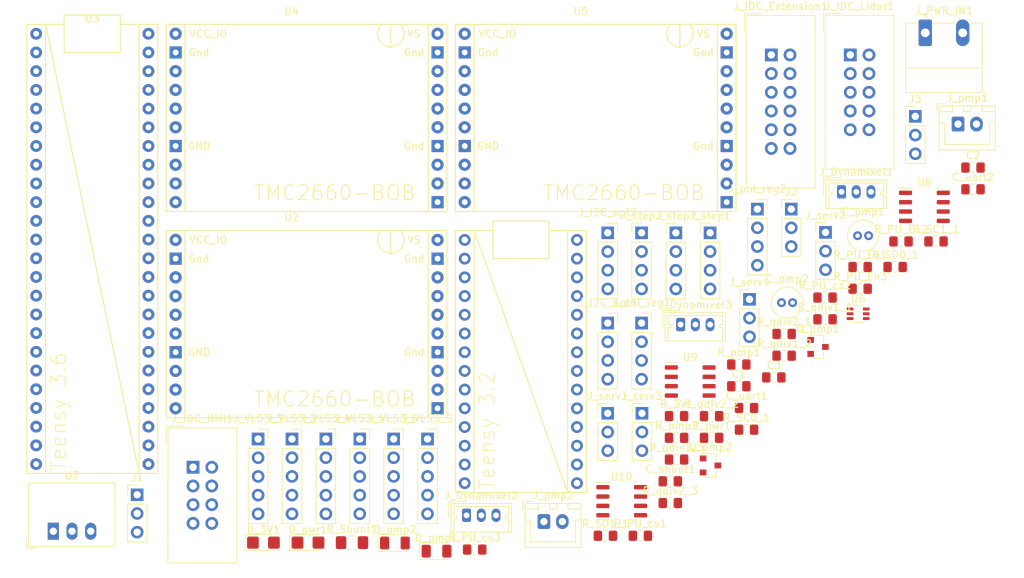
<source format=kicad_pcb>
(kicad_pcb (version 20171130) (host pcbnew 5.1.5-52549c5~84~ubuntu18.04.1)

  (general
    (thickness 1.6)
    (drawings 0)
    (tracks 0)
    (zones 0)
    (modules 74)
    (nets 103)
  )

  (page A4)
  (layers
    (0 F.Cu signal)
    (31 B.Cu signal)
    (32 B.Adhes user)
    (33 F.Adhes user)
    (34 B.Paste user)
    (35 F.Paste user)
    (36 B.SilkS user)
    (37 F.SilkS user)
    (38 B.Mask user)
    (39 F.Mask user)
    (40 Dwgs.User user)
    (41 Cmts.User user)
    (42 Eco1.User user)
    (43 Eco2.User user)
    (44 Edge.Cuts user)
    (45 Margin user)
    (46 B.CrtYd user)
    (47 F.CrtYd user)
    (48 B.Fab user)
    (49 F.Fab user)
  )

  (setup
    (last_trace_width 0.25)
    (trace_clearance 0.2)
    (zone_clearance 0.508)
    (zone_45_only no)
    (trace_min 0.2)
    (via_size 0.8)
    (via_drill 0.4)
    (via_min_size 0.4)
    (via_min_drill 0.3)
    (uvia_size 0.3)
    (uvia_drill 0.1)
    (uvias_allowed no)
    (uvia_min_size 0.2)
    (uvia_min_drill 0.1)
    (edge_width 0.05)
    (segment_width 0.2)
    (pcb_text_width 0.3)
    (pcb_text_size 1.5 1.5)
    (mod_edge_width 0.12)
    (mod_text_size 1 1)
    (mod_text_width 0.15)
    (pad_size 1.524 1.524)
    (pad_drill 0.762)
    (pad_to_mask_clearance 0.051)
    (solder_mask_min_width 0.25)
    (aux_axis_origin 0 0)
    (visible_elements FFFFFF7F)
    (pcbplotparams
      (layerselection 0x010fc_ffffffff)
      (usegerberextensions false)
      (usegerberattributes false)
      (usegerberadvancedattributes false)
      (creategerberjobfile false)
      (excludeedgelayer true)
      (linewidth 0.100000)
      (plotframeref false)
      (viasonmask false)
      (mode 1)
      (useauxorigin false)
      (hpglpennumber 1)
      (hpglpenspeed 20)
      (hpglpendiameter 15.000000)
      (psnegative false)
      (psa4output false)
      (plotreference true)
      (plotvalue true)
      (plotinvisibletext false)
      (padsonsilk false)
      (subtractmaskfromsilk false)
      (outputformat 1)
      (mirror false)
      (drillshape 1)
      (scaleselection 1)
      (outputdirectory ""))
  )

  (net 0 "")
  (net 1 +3V3)
  (net 2 GND)
  (net 3 +5V)
  (net 4 +7.5V)
  (net 5 "Net-(D_pmp1-Pad2)")
  (net 6 "Net-(D_pmp2-Pad2)")
  (net 7 /DynamixelData)
  (net 8 +24V)
  (net 9 /RX_HMI)
  (net 10 /TX_HMI)
  (net 11 "Net-(J_PWR_IN1-Pad2)")
  (net 12 /pmp1)
  (net 13 /pmp2)
  (net 14 /Rx_TeensyToDynamixel)
  (net 15 /Tx_TeensyToDynamixel)
  (net 16 /Transmit_enable)
  (net 17 /TX_ll_HMI)
  (net 18 /RX_ll_HMI)
  (net 19 /C_sense)
  (net 20 "Net-(U10-Pad1)")
  (net 21 "Net-(U10-Pad5)")
  (net 22 "Net-(D_3V1-Pad1)")
  (net 23 "Net-(D_pwr1-Pad1)")
  (net 24 "Net-(J1-Pad3)")
  (net 25 "Net-(J2-Pad3)")
  (net 26 "Net-(J3-Pad3)")
  (net 27 /SCL1)
  (net 28 /SDA1)
  (net 29 /RX_Extension)
  (net 30 "Net-(J_IDC_Extension1-Pad2)")
  (net 31 /TX_Extension)
  (net 32 "Net-(J_IDC_Extension1-Pad4)")
  (net 33 "Net-(J_IDC_HMI1-Pad2)")
  (net 34 "Net-(J_IDC_HMI1-Pad4)")
  (net 35 /RX_Lidar)
  (net 36 "Net-(J_IDC_Lidar1-Pad2)")
  (net 37 /TX_Lidar)
  (net 38 "Net-(J_IDC_Lidar1-Pad4)")
  (net 39 "Net-(J_pol_reg1-Pad1)")
  (net 40 "Net-(J_pol_reg2-Pad1)")
  (net 41 /sig1)
  (net 42 /sig2)
  (net 43 /sig3)
  (net 44 /sig4)
  (net 45 "Net-(J_step1-Pad1)")
  (net 46 "Net-(J_step1-Pad2)")
  (net 47 "Net-(J_step1-Pad3)")
  (net 48 "Net-(J_step1-Pad4)")
  (net 49 "Net-(J_step2-Pad4)")
  (net 50 "Net-(J_step2-Pad3)")
  (net 51 "Net-(J_step2-Pad2)")
  (net 52 "Net-(J_step2-Pad1)")
  (net 53 "Net-(J_step3-Pad1)")
  (net 54 "Net-(J_step3-Pad2)")
  (net 55 "Net-(J_step3-Pad3)")
  (net 56 "Net-(J_step3-Pad4)")
  (net 57 /SCL0)
  (net 58 /SDA0)
  (net 59 /XSHUT1)
  (net 60 /XSHUT2)
  (net 61 /XSHUT3)
  (net 62 /XSHUT4)
  (net 63 /XSHUT5)
  (net 64 /XSHUT6)
  (net 65 /CS1)
  (net 66 /CS2)
  (net 67 /CS3)
  (net 68 /EN1)
  (net 69 /EN2)
  (net 70 /EN3)
  (net 71 /qout_1)
  (net 72 /qout_2)
  (net 73 /qout_3)
  (net 74 "Net-(U1-Pad0)")
  (net 75 /STEP3)
  (net 76 /DIR3)
  (net 77 "Net-(U1-Pad1)")
  (net 78 /SG1)
  (net 79 /SG2)
  (net 80 /SG3)
  (net 81 /SDI0)
  (net 82 /SDO0)
  (net 83 /SCK0)
  (net 84 /DIR1)
  (net 85 /STEP1)
  (net 86 /DIR2)
  (net 87 /STEP2)
  (net 88 "Net-(U1-Pad23)")
  (net 89 "Net-(U3-Pad4)")
  (net 90 "Net-(U3-Pad5)")
  (net 91 "Net-(U3-Pad6)")
  (net 92 "Net-(U3-Pad11)")
  (net 93 "Net-(U3-Pad12)")
  (net 94 "Net-(U3-Pad13)")
  (net 95 "Net-(U3-Pad30)")
  (net 96 "Net-(U3-Pad33)")
  (net 97 "Net-(U3-Pad34)")
  (net 98 "Net-(U3-Pad35)")
  (net 99 "Net-(U3-Pad36)")
  (net 100 "Net-(U3-Pad39)")
  (net 101 "Net-(U3-PadDAC0)")
  (net 102 "Net-(U3-PadDAC1)")

  (net_class Default "This is the default net class."
    (clearance 0.2)
    (trace_width 0.25)
    (via_dia 0.8)
    (via_drill 0.4)
    (uvia_dia 0.3)
    (uvia_drill 0.1)
    (add_net +24V)
    (add_net +3V3)
    (add_net +5V)
    (add_net +7.5V)
    (add_net /CS1)
    (add_net /CS2)
    (add_net /CS3)
    (add_net /C_sense)
    (add_net /DIR1)
    (add_net /DIR2)
    (add_net /DIR3)
    (add_net /DynamixelData)
    (add_net /EN1)
    (add_net /EN2)
    (add_net /EN3)
    (add_net /RX_Extension)
    (add_net /RX_HMI)
    (add_net /RX_Lidar)
    (add_net /RX_ll_HMI)
    (add_net /Rx_TeensyToDynamixel)
    (add_net /SCK0)
    (add_net /SCL0)
    (add_net /SCL1)
    (add_net /SDA0)
    (add_net /SDA1)
    (add_net /SDI0)
    (add_net /SDO0)
    (add_net /SG1)
    (add_net /SG2)
    (add_net /SG3)
    (add_net /STEP1)
    (add_net /STEP2)
    (add_net /STEP3)
    (add_net /TX_Extension)
    (add_net /TX_HMI)
    (add_net /TX_Lidar)
    (add_net /TX_ll_HMI)
    (add_net /Transmit_enable)
    (add_net /Tx_TeensyToDynamixel)
    (add_net /XSHUT1)
    (add_net /XSHUT2)
    (add_net /XSHUT3)
    (add_net /XSHUT4)
    (add_net /XSHUT5)
    (add_net /XSHUT6)
    (add_net /pmp1)
    (add_net /pmp2)
    (add_net /qout_1)
    (add_net /qout_2)
    (add_net /qout_3)
    (add_net /sig1)
    (add_net /sig2)
    (add_net /sig3)
    (add_net /sig4)
    (add_net GND)
    (add_net "Net-(D_3V1-Pad1)")
    (add_net "Net-(D_pmp1-Pad2)")
    (add_net "Net-(D_pmp2-Pad2)")
    (add_net "Net-(D_pwr1-Pad1)")
    (add_net "Net-(J1-Pad3)")
    (add_net "Net-(J2-Pad3)")
    (add_net "Net-(J3-Pad3)")
    (add_net "Net-(J_IDC_Extension1-Pad2)")
    (add_net "Net-(J_IDC_Extension1-Pad4)")
    (add_net "Net-(J_IDC_HMI1-Pad2)")
    (add_net "Net-(J_IDC_HMI1-Pad4)")
    (add_net "Net-(J_IDC_Lidar1-Pad2)")
    (add_net "Net-(J_IDC_Lidar1-Pad4)")
    (add_net "Net-(J_PWR_IN1-Pad2)")
    (add_net "Net-(J_pol_reg1-Pad1)")
    (add_net "Net-(J_pol_reg2-Pad1)")
    (add_net "Net-(J_step1-Pad1)")
    (add_net "Net-(J_step1-Pad2)")
    (add_net "Net-(J_step1-Pad3)")
    (add_net "Net-(J_step1-Pad4)")
    (add_net "Net-(J_step2-Pad1)")
    (add_net "Net-(J_step2-Pad2)")
    (add_net "Net-(J_step2-Pad3)")
    (add_net "Net-(J_step2-Pad4)")
    (add_net "Net-(J_step3-Pad1)")
    (add_net "Net-(J_step3-Pad2)")
    (add_net "Net-(J_step3-Pad3)")
    (add_net "Net-(J_step3-Pad4)")
    (add_net "Net-(U1-Pad0)")
    (add_net "Net-(U1-Pad1)")
    (add_net "Net-(U1-Pad23)")
    (add_net "Net-(U10-Pad1)")
    (add_net "Net-(U10-Pad5)")
    (add_net "Net-(U3-Pad11)")
    (add_net "Net-(U3-Pad12)")
    (add_net "Net-(U3-Pad13)")
    (add_net "Net-(U3-Pad30)")
    (add_net "Net-(U3-Pad33)")
    (add_net "Net-(U3-Pad34)")
    (add_net "Net-(U3-Pad35)")
    (add_net "Net-(U3-Pad36)")
    (add_net "Net-(U3-Pad39)")
    (add_net "Net-(U3-Pad4)")
    (add_net "Net-(U3-Pad5)")
    (add_net "Net-(U3-Pad6)")
    (add_net "Net-(U3-PadDAC0)")
    (add_net "Net-(U3-PadDAC1)")
  )

  (module Capacitor_SMD:C_0805_2012Metric_Pad1.15x1.40mm_HandSolder (layer F.Cu) (tedit 5B36C52B) (tstamp 5E114A14)
    (at 185.635001 109.065001)
    (descr "Capacitor SMD 0805 (2012 Metric), square (rectangular) end terminal, IPC_7351 nominal with elongated pad for handsoldering. (Body size source: https://docs.google.com/spreadsheets/d/1BsfQQcO9C6DZCsRaXUlFlo91Tg2WpOkGARC1WS5S8t0/edit?usp=sharing), generated with kicad-footprint-generator")
    (tags "capacitor handsolder")
    (path /5E452DBD)
    (attr smd)
    (fp_text reference C1 (at 0 -1.65) (layer F.SilkS)
      (effects (font (size 1 1) (thickness 0.15)))
    )
    (fp_text value C_Small (at 0 1.65) (layer F.Fab)
      (effects (font (size 1 1) (thickness 0.15)))
    )
    (fp_line (start -1 0.6) (end -1 -0.6) (layer F.Fab) (width 0.1))
    (fp_line (start -1 -0.6) (end 1 -0.6) (layer F.Fab) (width 0.1))
    (fp_line (start 1 -0.6) (end 1 0.6) (layer F.Fab) (width 0.1))
    (fp_line (start 1 0.6) (end -1 0.6) (layer F.Fab) (width 0.1))
    (fp_line (start -0.261252 -0.71) (end 0.261252 -0.71) (layer F.SilkS) (width 0.12))
    (fp_line (start -0.261252 0.71) (end 0.261252 0.71) (layer F.SilkS) (width 0.12))
    (fp_line (start -1.85 0.95) (end -1.85 -0.95) (layer F.CrtYd) (width 0.05))
    (fp_line (start -1.85 -0.95) (end 1.85 -0.95) (layer F.CrtYd) (width 0.05))
    (fp_line (start 1.85 -0.95) (end 1.85 0.95) (layer F.CrtYd) (width 0.05))
    (fp_line (start 1.85 0.95) (end -1.85 0.95) (layer F.CrtYd) (width 0.05))
    (fp_text user %R (at 0 0) (layer F.Fab)
      (effects (font (size 0.5 0.5) (thickness 0.08)))
    )
    (pad 1 smd roundrect (at -1.025 0) (size 1.15 1.4) (layers F.Cu F.Paste F.Mask) (roundrect_rratio 0.217391)
      (net 1 +3V3))
    (pad 2 smd roundrect (at 1.025 0) (size 1.15 1.4) (layers F.Cu F.Paste F.Mask) (roundrect_rratio 0.217391)
      (net 2 GND))
    (model ${KISYS3DMOD}/Capacitor_SMD.3dshapes/C_0805_2012Metric.wrl
      (at (xyz 0 0 0))
      (scale (xyz 1 1 1))
      (rotate (xyz 0 0 0))
    )
  )

  (module Capacitor_SMD:C_0805_2012Metric_Pad1.15x1.40mm_HandSolder (layer F.Cu) (tedit 5B36C52B) (tstamp 5E114A25)
    (at 217.425001 79.375001)
    (descr "Capacitor SMD 0805 (2012 Metric), square (rectangular) end terminal, IPC_7351 nominal with elongated pad for handsoldering. (Body size source: https://docs.google.com/spreadsheets/d/1BsfQQcO9C6DZCsRaXUlFlo91Tg2WpOkGARC1WS5S8t0/edit?usp=sharing), generated with kicad-footprint-generator")
    (tags "capacitor handsolder")
    (path /5E45345F)
    (attr smd)
    (fp_text reference C2 (at 0 -1.65) (layer F.SilkS)
      (effects (font (size 1 1) (thickness 0.15)))
    )
    (fp_text value C_Small (at 0 1.65) (layer F.Fab)
      (effects (font (size 1 1) (thickness 0.15)))
    )
    (fp_line (start -1 0.6) (end -1 -0.6) (layer F.Fab) (width 0.1))
    (fp_line (start -1 -0.6) (end 1 -0.6) (layer F.Fab) (width 0.1))
    (fp_line (start 1 -0.6) (end 1 0.6) (layer F.Fab) (width 0.1))
    (fp_line (start 1 0.6) (end -1 0.6) (layer F.Fab) (width 0.1))
    (fp_line (start -0.261252 -0.71) (end 0.261252 -0.71) (layer F.SilkS) (width 0.12))
    (fp_line (start -0.261252 0.71) (end 0.261252 0.71) (layer F.SilkS) (width 0.12))
    (fp_line (start -1.85 0.95) (end -1.85 -0.95) (layer F.CrtYd) (width 0.05))
    (fp_line (start -1.85 -0.95) (end 1.85 -0.95) (layer F.CrtYd) (width 0.05))
    (fp_line (start 1.85 -0.95) (end 1.85 0.95) (layer F.CrtYd) (width 0.05))
    (fp_line (start 1.85 0.95) (end -1.85 0.95) (layer F.CrtYd) (width 0.05))
    (fp_text user %R (at 0 0) (layer F.Fab)
      (effects (font (size 0.5 0.5) (thickness 0.08)))
    )
    (pad 1 smd roundrect (at -1.025 0) (size 1.15 1.4) (layers F.Cu F.Paste F.Mask) (roundrect_rratio 0.217391)
      (net 2 GND))
    (pad 2 smd roundrect (at 1.025 0) (size 1.15 1.4) (layers F.Cu F.Paste F.Mask) (roundrect_rratio 0.217391)
      (net 3 +5V))
    (model ${KISYS3DMOD}/Capacitor_SMD.3dshapes/C_0805_2012Metric.wrl
      (at (xyz 0 0 0))
      (scale (xyz 1 1 1))
      (rotate (xyz 0 0 0))
    )
  )

  (module Capacitor_SMD:C_0805_2012Metric_Pad1.15x1.40mm_HandSolder (layer F.Cu) (tedit 5B36C52B) (tstamp 5E114A36)
    (at 190.385001 107.865001)
    (descr "Capacitor SMD 0805 (2012 Metric), square (rectangular) end terminal, IPC_7351 nominal with elongated pad for handsoldering. (Body size source: https://docs.google.com/spreadsheets/d/1BsfQQcO9C6DZCsRaXUlFlo91Tg2WpOkGARC1WS5S8t0/edit?usp=sharing), generated with kicad-footprint-generator")
    (tags "capacitor handsolder")
    (path /5E456B26)
    (attr smd)
    (fp_text reference C3 (at 0 -1.65) (layer F.SilkS)
      (effects (font (size 1 1) (thickness 0.15)))
    )
    (fp_text value C_Small (at 0 1.65) (layer F.Fab)
      (effects (font (size 1 1) (thickness 0.15)))
    )
    (fp_text user %R (at 0 0) (layer F.Fab)
      (effects (font (size 0.5 0.5) (thickness 0.08)))
    )
    (fp_line (start 1.85 0.95) (end -1.85 0.95) (layer F.CrtYd) (width 0.05))
    (fp_line (start 1.85 -0.95) (end 1.85 0.95) (layer F.CrtYd) (width 0.05))
    (fp_line (start -1.85 -0.95) (end 1.85 -0.95) (layer F.CrtYd) (width 0.05))
    (fp_line (start -1.85 0.95) (end -1.85 -0.95) (layer F.CrtYd) (width 0.05))
    (fp_line (start -0.261252 0.71) (end 0.261252 0.71) (layer F.SilkS) (width 0.12))
    (fp_line (start -0.261252 -0.71) (end 0.261252 -0.71) (layer F.SilkS) (width 0.12))
    (fp_line (start 1 0.6) (end -1 0.6) (layer F.Fab) (width 0.1))
    (fp_line (start 1 -0.6) (end 1 0.6) (layer F.Fab) (width 0.1))
    (fp_line (start -1 -0.6) (end 1 -0.6) (layer F.Fab) (width 0.1))
    (fp_line (start -1 0.6) (end -1 -0.6) (layer F.Fab) (width 0.1))
    (pad 2 smd roundrect (at 1.025 0) (size 1.15 1.4) (layers F.Cu F.Paste F.Mask) (roundrect_rratio 0.217391)
      (net 3 +5V))
    (pad 1 smd roundrect (at -1.025 0) (size 1.15 1.4) (layers F.Cu F.Paste F.Mask) (roundrect_rratio 0.217391)
      (net 2 GND))
    (model ${KISYS3DMOD}/Capacitor_SMD.3dshapes/C_0805_2012Metric.wrl
      (at (xyz 0 0 0))
      (scale (xyz 1 1 1))
      (rotate (xyz 0 0 0))
    )
  )

  (module Capacitor_THT:C_Radial_D4.0mm_H7.0mm_P1.50mm (layer F.Cu) (tedit 5BC5C9B9) (tstamp 5E114A40)
    (at 201.755001 88.625001)
    (descr "C, Radial series, Radial, pin pitch=1.50mm, diameter=4mm, height=7mm, Non-Polar Electrolytic Capacitor")
    (tags "C Radial series Radial pin pitch 1.50mm diameter 4mm height 7mm Non-Polar Electrolytic Capacitor")
    (path /5E1C8E3C)
    (fp_text reference C_pmp1 (at 0.75 -3.25) (layer F.SilkS)
      (effects (font (size 1 1) (thickness 0.15)))
    )
    (fp_text value 4.7uF (at 0.75 3.25) (layer F.Fab)
      (effects (font (size 1 1) (thickness 0.15)))
    )
    (fp_circle (center 0.75 0) (end 2.75 0) (layer F.Fab) (width 0.1))
    (fp_circle (center 0.75 0) (end 2.87 0) (layer F.SilkS) (width 0.12))
    (fp_circle (center 0.75 0) (end 3 0) (layer F.CrtYd) (width 0.05))
    (fp_text user %R (at 0.75 0) (layer F.Fab)
      (effects (font (size 0.8 0.8) (thickness 0.12)))
    )
    (pad 1 thru_hole circle (at 0 0) (size 1.2 1.2) (drill 0.6) (layers *.Cu *.Mask)
      (net 2 GND))
    (pad 2 thru_hole circle (at 1.5 0) (size 1.2 1.2) (drill 0.6) (layers *.Cu *.Mask)
      (net 4 +7.5V))
    (model ${KISYS3DMOD}/Capacitor_THT.3dshapes/C_Radial_D4.0mm_H7.0mm_P1.50mm.wrl
      (at (xyz 0 0 0))
      (scale (xyz 1 1 1))
      (rotate (xyz 0 0 0))
    )
  )

  (module Capacitor_THT:C_Radial_D4.0mm_H7.0mm_P1.50mm (layer F.Cu) (tedit 5BC5C9B9) (tstamp 5E114A4A)
    (at 191.435001 97.715001)
    (descr "C, Radial series, Radial, pin pitch=1.50mm, diameter=4mm, height=7mm, Non-Polar Electrolytic Capacitor")
    (tags "C Radial series Radial pin pitch 1.50mm diameter 4mm height 7mm Non-Polar Electrolytic Capacitor")
    (path /5E411CF7)
    (fp_text reference C_pmp2 (at 0.75 -3.25) (layer F.SilkS)
      (effects (font (size 1 1) (thickness 0.15)))
    )
    (fp_text value 4.7uF (at 0.75 3.25) (layer F.Fab)
      (effects (font (size 1 1) (thickness 0.15)))
    )
    (fp_text user %R (at 0.75 0) (layer F.Fab)
      (effects (font (size 0.8 0.8) (thickness 0.12)))
    )
    (fp_circle (center 0.75 0) (end 3 0) (layer F.CrtYd) (width 0.05))
    (fp_circle (center 0.75 0) (end 2.87 0) (layer F.SilkS) (width 0.12))
    (fp_circle (center 0.75 0) (end 2.75 0) (layer F.Fab) (width 0.1))
    (pad 2 thru_hole circle (at 1.5 0) (size 1.2 1.2) (drill 0.6) (layers *.Cu *.Mask)
      (net 4 +7.5V))
    (pad 1 thru_hole circle (at 0 0) (size 1.2 1.2) (drill 0.6) (layers *.Cu *.Mask)
      (net 2 GND))
    (model ${KISYS3DMOD}/Capacitor_THT.3dshapes/C_Radial_D4.0mm_H7.0mm_P1.50mm.wrl
      (at (xyz 0 0 0))
      (scale (xyz 1 1 1))
      (rotate (xyz 0 0 0))
    )
  )

  (module Capacitor_SMD:C_0805_2012Metric_Pad1.15x1.40mm_HandSolder (layer F.Cu) (tedit 5B36C52B) (tstamp 5E114A5B)
    (at 176.335001 121.965001)
    (descr "Capacitor SMD 0805 (2012 Metric), square (rectangular) end terminal, IPC_7351 nominal with elongated pad for handsoldering. (Body size source: https://docs.google.com/spreadsheets/d/1BsfQQcO9C6DZCsRaXUlFlo91Tg2WpOkGARC1WS5S8t0/edit?usp=sharing), generated with kicad-footprint-generator")
    (tags "capacitor handsolder")
    (path /5E1348ED)
    (attr smd)
    (fp_text reference C_shunt1 (at 0 -1.65) (layer F.SilkS)
      (effects (font (size 1 1) (thickness 0.15)))
    )
    (fp_text value 100nF (at 0 1.65) (layer F.Fab)
      (effects (font (size 1 1) (thickness 0.15)))
    )
    (fp_text user %R (at 0 0) (layer F.Fab)
      (effects (font (size 0.5 0.5) (thickness 0.08)))
    )
    (fp_line (start 1.85 0.95) (end -1.85 0.95) (layer F.CrtYd) (width 0.05))
    (fp_line (start 1.85 -0.95) (end 1.85 0.95) (layer F.CrtYd) (width 0.05))
    (fp_line (start -1.85 -0.95) (end 1.85 -0.95) (layer F.CrtYd) (width 0.05))
    (fp_line (start -1.85 0.95) (end -1.85 -0.95) (layer F.CrtYd) (width 0.05))
    (fp_line (start -0.261252 0.71) (end 0.261252 0.71) (layer F.SilkS) (width 0.12))
    (fp_line (start -0.261252 -0.71) (end 0.261252 -0.71) (layer F.SilkS) (width 0.12))
    (fp_line (start 1 0.6) (end -1 0.6) (layer F.Fab) (width 0.1))
    (fp_line (start 1 -0.6) (end 1 0.6) (layer F.Fab) (width 0.1))
    (fp_line (start -1 -0.6) (end 1 -0.6) (layer F.Fab) (width 0.1))
    (fp_line (start -1 0.6) (end -1 -0.6) (layer F.Fab) (width 0.1))
    (pad 2 smd roundrect (at 1.025 0) (size 1.15 1.4) (layers F.Cu F.Paste F.Mask) (roundrect_rratio 0.217391)
      (net 1 +3V3))
    (pad 1 smd roundrect (at -1.025 0) (size 1.15 1.4) (layers F.Cu F.Paste F.Mask) (roundrect_rratio 0.217391)
      (net 2 GND))
    (model ${KISYS3DMOD}/Capacitor_SMD.3dshapes/C_0805_2012Metric.wrl
      (at (xyz 0 0 0))
      (scale (xyz 1 1 1))
      (rotate (xyz 0 0 0))
    )
  )

  (module Capacitor_SMD:C_0805_2012Metric_Pad1.15x1.40mm_HandSolder (layer F.Cu) (tedit 5B36C52B) (tstamp 5E114A6C)
    (at 186.685001 112.015001)
    (descr "Capacitor SMD 0805 (2012 Metric), square (rectangular) end terminal, IPC_7351 nominal with elongated pad for handsoldering. (Body size source: https://docs.google.com/spreadsheets/d/1BsfQQcO9C6DZCsRaXUlFlo91Tg2WpOkGARC1WS5S8t0/edit?usp=sharing), generated with kicad-footprint-generator")
    (tags "capacitor handsolder")
    (path /5E4FEEC9)
    (attr smd)
    (fp_text reference C_uart1 (at 0 -1.65) (layer F.SilkS)
      (effects (font (size 1 1) (thickness 0.15)))
    )
    (fp_text value 100nF (at 0 1.65) (layer F.Fab)
      (effects (font (size 1 1) (thickness 0.15)))
    )
    (fp_line (start -1 0.6) (end -1 -0.6) (layer F.Fab) (width 0.1))
    (fp_line (start -1 -0.6) (end 1 -0.6) (layer F.Fab) (width 0.1))
    (fp_line (start 1 -0.6) (end 1 0.6) (layer F.Fab) (width 0.1))
    (fp_line (start 1 0.6) (end -1 0.6) (layer F.Fab) (width 0.1))
    (fp_line (start -0.261252 -0.71) (end 0.261252 -0.71) (layer F.SilkS) (width 0.12))
    (fp_line (start -0.261252 0.71) (end 0.261252 0.71) (layer F.SilkS) (width 0.12))
    (fp_line (start -1.85 0.95) (end -1.85 -0.95) (layer F.CrtYd) (width 0.05))
    (fp_line (start -1.85 -0.95) (end 1.85 -0.95) (layer F.CrtYd) (width 0.05))
    (fp_line (start 1.85 -0.95) (end 1.85 0.95) (layer F.CrtYd) (width 0.05))
    (fp_line (start 1.85 0.95) (end -1.85 0.95) (layer F.CrtYd) (width 0.05))
    (fp_text user %R (at 0 0) (layer F.Fab)
      (effects (font (size 0.5 0.5) (thickness 0.08)))
    )
    (pad 1 smd roundrect (at -1.025 0) (size 1.15 1.4) (layers F.Cu F.Paste F.Mask) (roundrect_rratio 0.217391)
      (net 2 GND))
    (pad 2 smd roundrect (at 1.025 0) (size 1.15 1.4) (layers F.Cu F.Paste F.Mask) (roundrect_rratio 0.217391)
      (net 1 +3V3))
    (model ${KISYS3DMOD}/Capacitor_SMD.3dshapes/C_0805_2012Metric.wrl
      (at (xyz 0 0 0))
      (scale (xyz 1 1 1))
      (rotate (xyz 0 0 0))
    )
  )

  (module Capacitor_SMD:C_0805_2012Metric_Pad1.15x1.40mm_HandSolder (layer F.Cu) (tedit 5B36C52B) (tstamp 5E114A7D)
    (at 217.425001 82.325001)
    (descr "Capacitor SMD 0805 (2012 Metric), square (rectangular) end terminal, IPC_7351 nominal with elongated pad for handsoldering. (Body size source: https://docs.google.com/spreadsheets/d/1BsfQQcO9C6DZCsRaXUlFlo91Tg2WpOkGARC1WS5S8t0/edit?usp=sharing), generated with kicad-footprint-generator")
    (tags "capacitor handsolder")
    (path /5E56146B)
    (attr smd)
    (fp_text reference C_uart2 (at 0 -1.65) (layer F.SilkS)
      (effects (font (size 1 1) (thickness 0.15)))
    )
    (fp_text value 100nF (at 0 1.65) (layer F.Fab)
      (effects (font (size 1 1) (thickness 0.15)))
    )
    (fp_text user %R (at 0 0) (layer F.Fab)
      (effects (font (size 0.5 0.5) (thickness 0.08)))
    )
    (fp_line (start 1.85 0.95) (end -1.85 0.95) (layer F.CrtYd) (width 0.05))
    (fp_line (start 1.85 -0.95) (end 1.85 0.95) (layer F.CrtYd) (width 0.05))
    (fp_line (start -1.85 -0.95) (end 1.85 -0.95) (layer F.CrtYd) (width 0.05))
    (fp_line (start -1.85 0.95) (end -1.85 -0.95) (layer F.CrtYd) (width 0.05))
    (fp_line (start -0.261252 0.71) (end 0.261252 0.71) (layer F.SilkS) (width 0.12))
    (fp_line (start -0.261252 -0.71) (end 0.261252 -0.71) (layer F.SilkS) (width 0.12))
    (fp_line (start 1 0.6) (end -1 0.6) (layer F.Fab) (width 0.1))
    (fp_line (start 1 -0.6) (end 1 0.6) (layer F.Fab) (width 0.1))
    (fp_line (start -1 -0.6) (end 1 -0.6) (layer F.Fab) (width 0.1))
    (fp_line (start -1 0.6) (end -1 -0.6) (layer F.Fab) (width 0.1))
    (pad 2 smd roundrect (at 1.025 0) (size 1.15 1.4) (layers F.Cu F.Paste F.Mask) (roundrect_rratio 0.217391)
      (net 3 +5V))
    (pad 1 smd roundrect (at -1.025 0) (size 1.15 1.4) (layers F.Cu F.Paste F.Mask) (roundrect_rratio 0.217391)
      (net 2 GND))
    (model ${KISYS3DMOD}/Capacitor_SMD.3dshapes/C_0805_2012Metric.wrl
      (at (xyz 0 0 0))
      (scale (xyz 1 1 1))
      (rotate (xyz 0 0 0))
    )
  )

  (module LED_SMD:LED_1206_3216Metric_Castellated (layer F.Cu) (tedit 5B301BBE) (tstamp 5E114A90)
    (at 121.095001 130.295001)
    (descr "LED SMD 1206 (3216 Metric), castellated end terminal, IPC_7351 nominal, (Body size source: http://www.tortai-tech.com/upload/download/2011102023233369053.pdf), generated with kicad-footprint-generator")
    (tags "LED castellated")
    (path /5EF9A9C0)
    (attr smd)
    (fp_text reference D_3V1 (at 0 -1.78) (layer F.SilkS)
      (effects (font (size 1 1) (thickness 0.15)))
    )
    (fp_text value LED_Small (at 0 1.78) (layer F.Fab)
      (effects (font (size 1 1) (thickness 0.15)))
    )
    (fp_text user %R (at 0 0) (layer F.Fab)
      (effects (font (size 0.8 0.8) (thickness 0.12)))
    )
    (fp_line (start 2.48 1.08) (end -2.48 1.08) (layer F.CrtYd) (width 0.05))
    (fp_line (start 2.48 -1.08) (end 2.48 1.08) (layer F.CrtYd) (width 0.05))
    (fp_line (start -2.48 -1.08) (end 2.48 -1.08) (layer F.CrtYd) (width 0.05))
    (fp_line (start -2.48 1.08) (end -2.48 -1.08) (layer F.CrtYd) (width 0.05))
    (fp_line (start -2.485 1.085) (end 1.6 1.085) (layer F.SilkS) (width 0.12))
    (fp_line (start -2.485 -1.085) (end -2.485 1.085) (layer F.SilkS) (width 0.12))
    (fp_line (start 1.6 -1.085) (end -2.485 -1.085) (layer F.SilkS) (width 0.12))
    (fp_line (start 1.6 0.8) (end 1.6 -0.8) (layer F.Fab) (width 0.1))
    (fp_line (start -1.6 0.8) (end 1.6 0.8) (layer F.Fab) (width 0.1))
    (fp_line (start -1.6 -0.4) (end -1.6 0.8) (layer F.Fab) (width 0.1))
    (fp_line (start -1.2 -0.8) (end -1.6 -0.4) (layer F.Fab) (width 0.1))
    (fp_line (start 1.6 -0.8) (end -1.2 -0.8) (layer F.Fab) (width 0.1))
    (pad 2 smd roundrect (at 1.425 0) (size 1.6 1.65) (layers F.Cu F.Paste F.Mask) (roundrect_rratio 0.15625)
      (net 1 +3V3))
    (pad 1 smd roundrect (at -1.425 0) (size 1.6 1.65) (layers F.Cu F.Paste F.Mask) (roundrect_rratio 0.15625)
      (net 22 "Net-(D_3V1-Pad1)"))
    (model ${KISYS3DMOD}/LED_SMD.3dshapes/LED_1206_3216Metric_Castellated.wrl
      (at (xyz 0 0 0))
      (scale (xyz 1 1 1))
      (rotate (xyz 0 0 0))
    )
  )

  (module Diode_SMD:D_1206_3216Metric (layer F.Cu) (tedit 5B301BBE) (tstamp 5E114AA3)
    (at 144.595001 131.455001)
    (descr "Diode SMD 1206 (3216 Metric), square (rectangular) end terminal, IPC_7351 nominal, (Body size source: http://www.tortai-tech.com/upload/download/2011102023233369053.pdf), generated with kicad-footprint-generator")
    (tags diode)
    (path /5E1C89E3)
    (attr smd)
    (fp_text reference D_pmp1 (at 0 -1.82) (layer F.SilkS)
      (effects (font (size 1 1) (thickness 0.15)))
    )
    (fp_text value TBD (at 0 1.82) (layer F.Fab)
      (effects (font (size 1 1) (thickness 0.15)))
    )
    (fp_line (start 1.6 -0.8) (end -1.2 -0.8) (layer F.Fab) (width 0.1))
    (fp_line (start -1.2 -0.8) (end -1.6 -0.4) (layer F.Fab) (width 0.1))
    (fp_line (start -1.6 -0.4) (end -1.6 0.8) (layer F.Fab) (width 0.1))
    (fp_line (start -1.6 0.8) (end 1.6 0.8) (layer F.Fab) (width 0.1))
    (fp_line (start 1.6 0.8) (end 1.6 -0.8) (layer F.Fab) (width 0.1))
    (fp_line (start 1.6 -1.135) (end -2.285 -1.135) (layer F.SilkS) (width 0.12))
    (fp_line (start -2.285 -1.135) (end -2.285 1.135) (layer F.SilkS) (width 0.12))
    (fp_line (start -2.285 1.135) (end 1.6 1.135) (layer F.SilkS) (width 0.12))
    (fp_line (start -2.28 1.12) (end -2.28 -1.12) (layer F.CrtYd) (width 0.05))
    (fp_line (start -2.28 -1.12) (end 2.28 -1.12) (layer F.CrtYd) (width 0.05))
    (fp_line (start 2.28 -1.12) (end 2.28 1.12) (layer F.CrtYd) (width 0.05))
    (fp_line (start 2.28 1.12) (end -2.28 1.12) (layer F.CrtYd) (width 0.05))
    (fp_text user %R (at 0 0) (layer F.Fab)
      (effects (font (size 0.8 0.8) (thickness 0.12)))
    )
    (pad 1 smd roundrect (at -1.4 0) (size 1.25 1.75) (layers F.Cu F.Paste F.Mask) (roundrect_rratio 0.2)
      (net 4 +7.5V))
    (pad 2 smd roundrect (at 1.4 0) (size 1.25 1.75) (layers F.Cu F.Paste F.Mask) (roundrect_rratio 0.2)
      (net 5 "Net-(D_pmp1-Pad2)"))
    (model ${KISYS3DMOD}/Diode_SMD.3dshapes/D_1206_3216Metric.wrl
      (at (xyz 0 0 0))
      (scale (xyz 1 1 1))
      (rotate (xyz 0 0 0))
    )
  )

  (module Diode_SMD:D_1206_3216Metric (layer F.Cu) (tedit 5B301BBE) (tstamp 5E114AB6)
    (at 138.945001 130.345001)
    (descr "Diode SMD 1206 (3216 Metric), square (rectangular) end terminal, IPC_7351 nominal, (Body size source: http://www.tortai-tech.com/upload/download/2011102023233369053.pdf), generated with kicad-footprint-generator")
    (tags diode)
    (path /5E411CF1)
    (attr smd)
    (fp_text reference D_pmp2 (at 0 -1.82) (layer F.SilkS)
      (effects (font (size 1 1) (thickness 0.15)))
    )
    (fp_text value TBD (at 0 1.82) (layer F.Fab)
      (effects (font (size 1 1) (thickness 0.15)))
    )
    (fp_text user %R (at 0 0) (layer F.Fab)
      (effects (font (size 0.8 0.8) (thickness 0.12)))
    )
    (fp_line (start 2.28 1.12) (end -2.28 1.12) (layer F.CrtYd) (width 0.05))
    (fp_line (start 2.28 -1.12) (end 2.28 1.12) (layer F.CrtYd) (width 0.05))
    (fp_line (start -2.28 -1.12) (end 2.28 -1.12) (layer F.CrtYd) (width 0.05))
    (fp_line (start -2.28 1.12) (end -2.28 -1.12) (layer F.CrtYd) (width 0.05))
    (fp_line (start -2.285 1.135) (end 1.6 1.135) (layer F.SilkS) (width 0.12))
    (fp_line (start -2.285 -1.135) (end -2.285 1.135) (layer F.SilkS) (width 0.12))
    (fp_line (start 1.6 -1.135) (end -2.285 -1.135) (layer F.SilkS) (width 0.12))
    (fp_line (start 1.6 0.8) (end 1.6 -0.8) (layer F.Fab) (width 0.1))
    (fp_line (start -1.6 0.8) (end 1.6 0.8) (layer F.Fab) (width 0.1))
    (fp_line (start -1.6 -0.4) (end -1.6 0.8) (layer F.Fab) (width 0.1))
    (fp_line (start -1.2 -0.8) (end -1.6 -0.4) (layer F.Fab) (width 0.1))
    (fp_line (start 1.6 -0.8) (end -1.2 -0.8) (layer F.Fab) (width 0.1))
    (pad 2 smd roundrect (at 1.4 0) (size 1.25 1.75) (layers F.Cu F.Paste F.Mask) (roundrect_rratio 0.2)
      (net 6 "Net-(D_pmp2-Pad2)"))
    (pad 1 smd roundrect (at -1.4 0) (size 1.25 1.75) (layers F.Cu F.Paste F.Mask) (roundrect_rratio 0.2)
      (net 4 +7.5V))
    (model ${KISYS3DMOD}/Diode_SMD.3dshapes/D_1206_3216Metric.wrl
      (at (xyz 0 0 0))
      (scale (xyz 1 1 1))
      (rotate (xyz 0 0 0))
    )
  )

  (module LED_SMD:LED_1206_3216Metric_Castellated (layer F.Cu) (tedit 5B301BBE) (tstamp 5E114AC9)
    (at 127.145001 130.295001)
    (descr "LED SMD 1206 (3216 Metric), castellated end terminal, IPC_7351 nominal, (Body size source: http://www.tortai-tech.com/upload/download/2011102023233369053.pdf), generated with kicad-footprint-generator")
    (tags "LED castellated")
    (path /5E9AFEAB)
    (attr smd)
    (fp_text reference D_pwr1 (at 0 -1.78) (layer F.SilkS)
      (effects (font (size 1 1) (thickness 0.15)))
    )
    (fp_text value LED_Small (at 0 1.78) (layer F.Fab)
      (effects (font (size 1 1) (thickness 0.15)))
    )
    (fp_line (start 1.6 -0.8) (end -1.2 -0.8) (layer F.Fab) (width 0.1))
    (fp_line (start -1.2 -0.8) (end -1.6 -0.4) (layer F.Fab) (width 0.1))
    (fp_line (start -1.6 -0.4) (end -1.6 0.8) (layer F.Fab) (width 0.1))
    (fp_line (start -1.6 0.8) (end 1.6 0.8) (layer F.Fab) (width 0.1))
    (fp_line (start 1.6 0.8) (end 1.6 -0.8) (layer F.Fab) (width 0.1))
    (fp_line (start 1.6 -1.085) (end -2.485 -1.085) (layer F.SilkS) (width 0.12))
    (fp_line (start -2.485 -1.085) (end -2.485 1.085) (layer F.SilkS) (width 0.12))
    (fp_line (start -2.485 1.085) (end 1.6 1.085) (layer F.SilkS) (width 0.12))
    (fp_line (start -2.48 1.08) (end -2.48 -1.08) (layer F.CrtYd) (width 0.05))
    (fp_line (start -2.48 -1.08) (end 2.48 -1.08) (layer F.CrtYd) (width 0.05))
    (fp_line (start 2.48 -1.08) (end 2.48 1.08) (layer F.CrtYd) (width 0.05))
    (fp_line (start 2.48 1.08) (end -2.48 1.08) (layer F.CrtYd) (width 0.05))
    (fp_text user %R (at 0 0) (layer F.Fab)
      (effects (font (size 0.8 0.8) (thickness 0.12)))
    )
    (pad 1 smd roundrect (at -1.425 0) (size 1.6 1.65) (layers F.Cu F.Paste F.Mask) (roundrect_rratio 0.15625)
      (net 23 "Net-(D_pwr1-Pad1)"))
    (pad 2 smd roundrect (at 1.425 0) (size 1.6 1.65) (layers F.Cu F.Paste F.Mask) (roundrect_rratio 0.15625)
      (net 3 +5V))
    (model ${KISYS3DMOD}/LED_SMD.3dshapes/LED_1206_3216Metric_Castellated.wrl
      (at (xyz 0 0 0))
      (scale (xyz 1 1 1))
      (rotate (xyz 0 0 0))
    )
  )

  (module Connector_PinHeader_2.54mm:PinHeader_1x03_P2.54mm_Vertical (layer F.Cu) (tedit 59FED5CC) (tstamp 5E114AE0)
    (at 103.955001 123.795001)
    (descr "Through hole straight pin header, 1x03, 2.54mm pitch, single row")
    (tags "Through hole pin header THT 1x03 2.54mm single row")
    (path /5D1521A5)
    (fp_text reference J1 (at 0 -2.33) (layer F.SilkS)
      (effects (font (size 1 1) (thickness 0.15)))
    )
    (fp_text value QTR-1A_Conn (at 0 7.41) (layer F.Fab)
      (effects (font (size 1 1) (thickness 0.15)))
    )
    (fp_line (start -0.635 -1.27) (end 1.27 -1.27) (layer F.Fab) (width 0.1))
    (fp_line (start 1.27 -1.27) (end 1.27 6.35) (layer F.Fab) (width 0.1))
    (fp_line (start 1.27 6.35) (end -1.27 6.35) (layer F.Fab) (width 0.1))
    (fp_line (start -1.27 6.35) (end -1.27 -0.635) (layer F.Fab) (width 0.1))
    (fp_line (start -1.27 -0.635) (end -0.635 -1.27) (layer F.Fab) (width 0.1))
    (fp_line (start -1.33 6.41) (end 1.33 6.41) (layer F.SilkS) (width 0.12))
    (fp_line (start -1.33 1.27) (end -1.33 6.41) (layer F.SilkS) (width 0.12))
    (fp_line (start 1.33 1.27) (end 1.33 6.41) (layer F.SilkS) (width 0.12))
    (fp_line (start -1.33 1.27) (end 1.33 1.27) (layer F.SilkS) (width 0.12))
    (fp_line (start -1.33 0) (end -1.33 -1.33) (layer F.SilkS) (width 0.12))
    (fp_line (start -1.33 -1.33) (end 0 -1.33) (layer F.SilkS) (width 0.12))
    (fp_line (start -1.8 -1.8) (end -1.8 6.85) (layer F.CrtYd) (width 0.05))
    (fp_line (start -1.8 6.85) (end 1.8 6.85) (layer F.CrtYd) (width 0.05))
    (fp_line (start 1.8 6.85) (end 1.8 -1.8) (layer F.CrtYd) (width 0.05))
    (fp_line (start 1.8 -1.8) (end -1.8 -1.8) (layer F.CrtYd) (width 0.05))
    (fp_text user %R (at 0 2.54 90) (layer F.Fab)
      (effects (font (size 1 1) (thickness 0.15)))
    )
    (pad 1 thru_hole rect (at 0 0) (size 1.7 1.7) (drill 1) (layers *.Cu *.Mask)
      (net 2 GND))
    (pad 2 thru_hole oval (at 0 2.54) (size 1.7 1.7) (drill 1) (layers *.Cu *.Mask)
      (net 3 +5V))
    (pad 3 thru_hole oval (at 0 5.08) (size 1.7 1.7) (drill 1) (layers *.Cu *.Mask)
      (net 24 "Net-(J1-Pad3)"))
    (model ${KISYS3DMOD}/Connector_PinHeader_2.54mm.3dshapes/PinHeader_1x03_P2.54mm_Vertical.wrl
      (at (xyz 0 0 0))
      (scale (xyz 1 1 1))
      (rotate (xyz 0 0 0))
    )
  )

  (module Connector_PinHeader_2.54mm:PinHeader_1x03_P2.54mm_Vertical (layer F.Cu) (tedit 59FED5CC) (tstamp 5E114AF7)
    (at 192.755001 85.015001)
    (descr "Through hole straight pin header, 1x03, 2.54mm pitch, single row")
    (tags "Through hole pin header THT 1x03 2.54mm single row")
    (path /5D24D2D3)
    (fp_text reference J2 (at 0 -2.33) (layer F.SilkS)
      (effects (font (size 1 1) (thickness 0.15)))
    )
    (fp_text value QTR-1A_Conn (at 0 7.41) (layer F.Fab)
      (effects (font (size 1 1) (thickness 0.15)))
    )
    (fp_text user %R (at 0 2.54 90) (layer F.Fab)
      (effects (font (size 1 1) (thickness 0.15)))
    )
    (fp_line (start 1.8 -1.8) (end -1.8 -1.8) (layer F.CrtYd) (width 0.05))
    (fp_line (start 1.8 6.85) (end 1.8 -1.8) (layer F.CrtYd) (width 0.05))
    (fp_line (start -1.8 6.85) (end 1.8 6.85) (layer F.CrtYd) (width 0.05))
    (fp_line (start -1.8 -1.8) (end -1.8 6.85) (layer F.CrtYd) (width 0.05))
    (fp_line (start -1.33 -1.33) (end 0 -1.33) (layer F.SilkS) (width 0.12))
    (fp_line (start -1.33 0) (end -1.33 -1.33) (layer F.SilkS) (width 0.12))
    (fp_line (start -1.33 1.27) (end 1.33 1.27) (layer F.SilkS) (width 0.12))
    (fp_line (start 1.33 1.27) (end 1.33 6.41) (layer F.SilkS) (width 0.12))
    (fp_line (start -1.33 1.27) (end -1.33 6.41) (layer F.SilkS) (width 0.12))
    (fp_line (start -1.33 6.41) (end 1.33 6.41) (layer F.SilkS) (width 0.12))
    (fp_line (start -1.27 -0.635) (end -0.635 -1.27) (layer F.Fab) (width 0.1))
    (fp_line (start -1.27 6.35) (end -1.27 -0.635) (layer F.Fab) (width 0.1))
    (fp_line (start 1.27 6.35) (end -1.27 6.35) (layer F.Fab) (width 0.1))
    (fp_line (start 1.27 -1.27) (end 1.27 6.35) (layer F.Fab) (width 0.1))
    (fp_line (start -0.635 -1.27) (end 1.27 -1.27) (layer F.Fab) (width 0.1))
    (pad 3 thru_hole oval (at 0 5.08) (size 1.7 1.7) (drill 1) (layers *.Cu *.Mask)
      (net 25 "Net-(J2-Pad3)"))
    (pad 2 thru_hole oval (at 0 2.54) (size 1.7 1.7) (drill 1) (layers *.Cu *.Mask)
      (net 3 +5V))
    (pad 1 thru_hole rect (at 0 0) (size 1.7 1.7) (drill 1) (layers *.Cu *.Mask)
      (net 2 GND))
    (model ${KISYS3DMOD}/Connector_PinHeader_2.54mm.3dshapes/PinHeader_1x03_P2.54mm_Vertical.wrl
      (at (xyz 0 0 0))
      (scale (xyz 1 1 1))
      (rotate (xyz 0 0 0))
    )
  )

  (module Connector_PinHeader_2.54mm:PinHeader_1x03_P2.54mm_Vertical (layer F.Cu) (tedit 59FED5CC) (tstamp 5E114B0E)
    (at 209.595001 72.425001)
    (descr "Through hole straight pin header, 1x03, 2.54mm pitch, single row")
    (tags "Through hole pin header THT 1x03 2.54mm single row")
    (path /5E733CEA)
    (fp_text reference J3 (at 0 -2.33) (layer F.SilkS)
      (effects (font (size 1 1) (thickness 0.15)))
    )
    (fp_text value QTR-1A_Conn (at 0 7.41) (layer F.Fab)
      (effects (font (size 1 1) (thickness 0.15)))
    )
    (fp_line (start -0.635 -1.27) (end 1.27 -1.27) (layer F.Fab) (width 0.1))
    (fp_line (start 1.27 -1.27) (end 1.27 6.35) (layer F.Fab) (width 0.1))
    (fp_line (start 1.27 6.35) (end -1.27 6.35) (layer F.Fab) (width 0.1))
    (fp_line (start -1.27 6.35) (end -1.27 -0.635) (layer F.Fab) (width 0.1))
    (fp_line (start -1.27 -0.635) (end -0.635 -1.27) (layer F.Fab) (width 0.1))
    (fp_line (start -1.33 6.41) (end 1.33 6.41) (layer F.SilkS) (width 0.12))
    (fp_line (start -1.33 1.27) (end -1.33 6.41) (layer F.SilkS) (width 0.12))
    (fp_line (start 1.33 1.27) (end 1.33 6.41) (layer F.SilkS) (width 0.12))
    (fp_line (start -1.33 1.27) (end 1.33 1.27) (layer F.SilkS) (width 0.12))
    (fp_line (start -1.33 0) (end -1.33 -1.33) (layer F.SilkS) (width 0.12))
    (fp_line (start -1.33 -1.33) (end 0 -1.33) (layer F.SilkS) (width 0.12))
    (fp_line (start -1.8 -1.8) (end -1.8 6.85) (layer F.CrtYd) (width 0.05))
    (fp_line (start -1.8 6.85) (end 1.8 6.85) (layer F.CrtYd) (width 0.05))
    (fp_line (start 1.8 6.85) (end 1.8 -1.8) (layer F.CrtYd) (width 0.05))
    (fp_line (start 1.8 -1.8) (end -1.8 -1.8) (layer F.CrtYd) (width 0.05))
    (fp_text user %R (at 0 2.54 90) (layer F.Fab)
      (effects (font (size 1 1) (thickness 0.15)))
    )
    (pad 1 thru_hole rect (at 0 0) (size 1.7 1.7) (drill 1) (layers *.Cu *.Mask)
      (net 2 GND))
    (pad 2 thru_hole oval (at 0 2.54) (size 1.7 1.7) (drill 1) (layers *.Cu *.Mask)
      (net 3 +5V))
    (pad 3 thru_hole oval (at 0 5.08) (size 1.7 1.7) (drill 1) (layers *.Cu *.Mask)
      (net 26 "Net-(J3-Pad3)"))
    (model ${KISYS3DMOD}/Connector_PinHeader_2.54mm.3dshapes/PinHeader_1x03_P2.54mm_Vertical.wrl
      (at (xyz 0 0 0))
      (scale (xyz 1 1 1))
      (rotate (xyz 0 0 0))
    )
  )

  (module Connector_Molex:Molex_Micro-Latch_53253-0370_1x03_P2.00mm_Vertical (layer F.Cu) (tedit 5B781643) (tstamp 5E114B34)
    (at 199.575001 82.675001)
    (descr "Molex Micro-Latch Wire-to-Board Connector System, 53253-0370 (compatible alternatives: 53253-0350), 3 Pins per row (http://www.molex.com/pdm_docs/sd/532530770_sd.pdf), generated with kicad-footprint-generator")
    (tags "connector Molex Micro-Latch side entry")
    (path /5E3DFF18)
    (fp_text reference J_Dynamixel1 (at 2 -2.7) (layer F.SilkS)
      (effects (font (size 1 1) (thickness 0.15)))
    )
    (fp_text value Conn_01x03_Female (at 2 3.35) (layer F.Fab)
      (effects (font (size 1 1) (thickness 0.15)))
    )
    (fp_line (start -2 -1.5) (end -2 2.15) (layer F.Fab) (width 0.1))
    (fp_line (start -2 2.15) (end 6 2.15) (layer F.Fab) (width 0.1))
    (fp_line (start 6 2.15) (end 6 -1.5) (layer F.Fab) (width 0.1))
    (fp_line (start 6 -1.5) (end -2 -1.5) (layer F.Fab) (width 0.1))
    (fp_line (start -2.11 -1.61) (end -2.11 2.26) (layer F.SilkS) (width 0.12))
    (fp_line (start -2.11 2.26) (end 6.11 2.26) (layer F.SilkS) (width 0.12))
    (fp_line (start 6.11 2.26) (end 6.11 -1.61) (layer F.SilkS) (width 0.12))
    (fp_line (start 6.11 -1.61) (end -2.11 -1.61) (layer F.SilkS) (width 0.12))
    (fp_line (start -0.11 -1.91) (end -2.41 -1.91) (layer F.SilkS) (width 0.12))
    (fp_line (start -2.41 -1.91) (end -2.41 0.39) (layer F.SilkS) (width 0.12))
    (fp_line (start -0.5 -1.5) (end 0 -0.792893) (layer F.Fab) (width 0.1))
    (fp_line (start 0 -0.792893) (end 0.5 -1.5) (layer F.Fab) (width 0.1))
    (fp_line (start -2.11 0.8) (end -1.71 0.8) (layer F.SilkS) (width 0.12))
    (fp_line (start 6.11 0.8) (end 5.71 0.8) (layer F.SilkS) (width 0.12))
    (fp_line (start 2 -1.21) (end -1.71 -1.21) (layer F.SilkS) (width 0.12))
    (fp_line (start -1.71 -1.21) (end -1.71 0) (layer F.SilkS) (width 0.12))
    (fp_line (start -1.71 0) (end -1.31 0) (layer F.SilkS) (width 0.12))
    (fp_line (start -1.31 0) (end -1.31 0.4) (layer F.SilkS) (width 0.12))
    (fp_line (start -1.31 0.4) (end -1.71 0.4) (layer F.SilkS) (width 0.12))
    (fp_line (start -1.71 0.4) (end -1.71 2.26) (layer F.SilkS) (width 0.12))
    (fp_line (start 2 -1.21) (end 5.71 -1.21) (layer F.SilkS) (width 0.12))
    (fp_line (start 5.71 -1.21) (end 5.71 0) (layer F.SilkS) (width 0.12))
    (fp_line (start 5.71 0) (end 5.31 0) (layer F.SilkS) (width 0.12))
    (fp_line (start 5.31 0) (end 5.31 0.4) (layer F.SilkS) (width 0.12))
    (fp_line (start 5.31 0.4) (end 5.71 0.4) (layer F.SilkS) (width 0.12))
    (fp_line (start 5.71 0.4) (end 5.71 2.26) (layer F.SilkS) (width 0.12))
    (fp_line (start -2.5 -2) (end -2.5 2.65) (layer F.CrtYd) (width 0.05))
    (fp_line (start -2.5 2.65) (end 6.5 2.65) (layer F.CrtYd) (width 0.05))
    (fp_line (start 6.5 2.65) (end 6.5 -2) (layer F.CrtYd) (width 0.05))
    (fp_line (start 6.5 -2) (end -2.5 -2) (layer F.CrtYd) (width 0.05))
    (fp_text user %R (at 2 1.45) (layer F.Fab)
      (effects (font (size 1 1) (thickness 0.15)))
    )
    (pad 1 thru_hole roundrect (at 0 0) (size 1.2 1.8) (drill 0.8) (layers *.Cu *.Mask) (roundrect_rratio 0.208333)
      (net 2 GND))
    (pad 2 thru_hole oval (at 2 0) (size 1.2 1.8) (drill 0.8) (layers *.Cu *.Mask)
      (net 4 +7.5V))
    (pad 3 thru_hole oval (at 4 0) (size 1.2 1.8) (drill 0.8) (layers *.Cu *.Mask)
      (net 7 /DynamixelData))
    (model ${KISYS3DMOD}/Connector_Molex.3dshapes/Molex_Micro-Latch_53253-0370_1x03_P2.00mm_Vertical.wrl
      (at (xyz 0 0 0))
      (scale (xyz 1 1 1))
      (rotate (xyz 0 0 0))
    )
  )

  (module Connector_Molex:Molex_Micro-Latch_53253-0370_1x03_P2.00mm_Vertical (layer F.Cu) (tedit 5B781643) (tstamp 5E114B5A)
    (at 148.675001 126.585001)
    (descr "Molex Micro-Latch Wire-to-Board Connector System, 53253-0370 (compatible alternatives: 53253-0350), 3 Pins per row (http://www.molex.com/pdm_docs/sd/532530770_sd.pdf), generated with kicad-footprint-generator")
    (tags "connector Molex Micro-Latch side entry")
    (path /5E3E50C8)
    (fp_text reference J_Dynamixel2 (at 2 -2.7) (layer F.SilkS)
      (effects (font (size 1 1) (thickness 0.15)))
    )
    (fp_text value Conn_01x03_Female (at 2 3.35) (layer F.Fab)
      (effects (font (size 1 1) (thickness 0.15)))
    )
    (fp_text user %R (at 2 1.45) (layer F.Fab)
      (effects (font (size 1 1) (thickness 0.15)))
    )
    (fp_line (start 6.5 -2) (end -2.5 -2) (layer F.CrtYd) (width 0.05))
    (fp_line (start 6.5 2.65) (end 6.5 -2) (layer F.CrtYd) (width 0.05))
    (fp_line (start -2.5 2.65) (end 6.5 2.65) (layer F.CrtYd) (width 0.05))
    (fp_line (start -2.5 -2) (end -2.5 2.65) (layer F.CrtYd) (width 0.05))
    (fp_line (start 5.71 0.4) (end 5.71 2.26) (layer F.SilkS) (width 0.12))
    (fp_line (start 5.31 0.4) (end 5.71 0.4) (layer F.SilkS) (width 0.12))
    (fp_line (start 5.31 0) (end 5.31 0.4) (layer F.SilkS) (width 0.12))
    (fp_line (start 5.71 0) (end 5.31 0) (layer F.SilkS) (width 0.12))
    (fp_line (start 5.71 -1.21) (end 5.71 0) (layer F.SilkS) (width 0.12))
    (fp_line (start 2 -1.21) (end 5.71 -1.21) (layer F.SilkS) (width 0.12))
    (fp_line (start -1.71 0.4) (end -1.71 2.26) (layer F.SilkS) (width 0.12))
    (fp_line (start -1.31 0.4) (end -1.71 0.4) (layer F.SilkS) (width 0.12))
    (fp_line (start -1.31 0) (end -1.31 0.4) (layer F.SilkS) (width 0.12))
    (fp_line (start -1.71 0) (end -1.31 0) (layer F.SilkS) (width 0.12))
    (fp_line (start -1.71 -1.21) (end -1.71 0) (layer F.SilkS) (width 0.12))
    (fp_line (start 2 -1.21) (end -1.71 -1.21) (layer F.SilkS) (width 0.12))
    (fp_line (start 6.11 0.8) (end 5.71 0.8) (layer F.SilkS) (width 0.12))
    (fp_line (start -2.11 0.8) (end -1.71 0.8) (layer F.SilkS) (width 0.12))
    (fp_line (start 0 -0.792893) (end 0.5 -1.5) (layer F.Fab) (width 0.1))
    (fp_line (start -0.5 -1.5) (end 0 -0.792893) (layer F.Fab) (width 0.1))
    (fp_line (start -2.41 -1.91) (end -2.41 0.39) (layer F.SilkS) (width 0.12))
    (fp_line (start -0.11 -1.91) (end -2.41 -1.91) (layer F.SilkS) (width 0.12))
    (fp_line (start 6.11 -1.61) (end -2.11 -1.61) (layer F.SilkS) (width 0.12))
    (fp_line (start 6.11 2.26) (end 6.11 -1.61) (layer F.SilkS) (width 0.12))
    (fp_line (start -2.11 2.26) (end 6.11 2.26) (layer F.SilkS) (width 0.12))
    (fp_line (start -2.11 -1.61) (end -2.11 2.26) (layer F.SilkS) (width 0.12))
    (fp_line (start 6 -1.5) (end -2 -1.5) (layer F.Fab) (width 0.1))
    (fp_line (start 6 2.15) (end 6 -1.5) (layer F.Fab) (width 0.1))
    (fp_line (start -2 2.15) (end 6 2.15) (layer F.Fab) (width 0.1))
    (fp_line (start -2 -1.5) (end -2 2.15) (layer F.Fab) (width 0.1))
    (pad 3 thru_hole oval (at 4 0) (size 1.2 1.8) (drill 0.8) (layers *.Cu *.Mask)
      (net 7 /DynamixelData))
    (pad 2 thru_hole oval (at 2 0) (size 1.2 1.8) (drill 0.8) (layers *.Cu *.Mask)
      (net 4 +7.5V))
    (pad 1 thru_hole roundrect (at 0 0) (size 1.2 1.8) (drill 0.8) (layers *.Cu *.Mask) (roundrect_rratio 0.208333)
      (net 2 GND))
    (model ${KISYS3DMOD}/Connector_Molex.3dshapes/Molex_Micro-Latch_53253-0370_1x03_P2.00mm_Vertical.wrl
      (at (xyz 0 0 0))
      (scale (xyz 1 1 1))
      (rotate (xyz 0 0 0))
    )
  )

  (module Connector_Molex:Molex_Micro-Latch_53253-0370_1x03_P2.00mm_Vertical (layer F.Cu) (tedit 5B781643) (tstamp 5E114B80)
    (at 177.735001 100.685001)
    (descr "Molex Micro-Latch Wire-to-Board Connector System, 53253-0370 (compatible alternatives: 53253-0350), 3 Pins per row (http://www.molex.com/pdm_docs/sd/532530770_sd.pdf), generated with kicad-footprint-generator")
    (tags "connector Molex Micro-Latch side entry")
    (path /5E3E53FC)
    (fp_text reference J_Dynamixel3 (at 2 -2.7) (layer F.SilkS)
      (effects (font (size 1 1) (thickness 0.15)))
    )
    (fp_text value Conn_01x03_Female (at 2 3.35) (layer F.Fab)
      (effects (font (size 1 1) (thickness 0.15)))
    )
    (fp_line (start -2 -1.5) (end -2 2.15) (layer F.Fab) (width 0.1))
    (fp_line (start -2 2.15) (end 6 2.15) (layer F.Fab) (width 0.1))
    (fp_line (start 6 2.15) (end 6 -1.5) (layer F.Fab) (width 0.1))
    (fp_line (start 6 -1.5) (end -2 -1.5) (layer F.Fab) (width 0.1))
    (fp_line (start -2.11 -1.61) (end -2.11 2.26) (layer F.SilkS) (width 0.12))
    (fp_line (start -2.11 2.26) (end 6.11 2.26) (layer F.SilkS) (width 0.12))
    (fp_line (start 6.11 2.26) (end 6.11 -1.61) (layer F.SilkS) (width 0.12))
    (fp_line (start 6.11 -1.61) (end -2.11 -1.61) (layer F.SilkS) (width 0.12))
    (fp_line (start -0.11 -1.91) (end -2.41 -1.91) (layer F.SilkS) (width 0.12))
    (fp_line (start -2.41 -1.91) (end -2.41 0.39) (layer F.SilkS) (width 0.12))
    (fp_line (start -0.5 -1.5) (end 0 -0.792893) (layer F.Fab) (width 0.1))
    (fp_line (start 0 -0.792893) (end 0.5 -1.5) (layer F.Fab) (width 0.1))
    (fp_line (start -2.11 0.8) (end -1.71 0.8) (layer F.SilkS) (width 0.12))
    (fp_line (start 6.11 0.8) (end 5.71 0.8) (layer F.SilkS) (width 0.12))
    (fp_line (start 2 -1.21) (end -1.71 -1.21) (layer F.SilkS) (width 0.12))
    (fp_line (start -1.71 -1.21) (end -1.71 0) (layer F.SilkS) (width 0.12))
    (fp_line (start -1.71 0) (end -1.31 0) (layer F.SilkS) (width 0.12))
    (fp_line (start -1.31 0) (end -1.31 0.4) (layer F.SilkS) (width 0.12))
    (fp_line (start -1.31 0.4) (end -1.71 0.4) (layer F.SilkS) (width 0.12))
    (fp_line (start -1.71 0.4) (end -1.71 2.26) (layer F.SilkS) (width 0.12))
    (fp_line (start 2 -1.21) (end 5.71 -1.21) (layer F.SilkS) (width 0.12))
    (fp_line (start 5.71 -1.21) (end 5.71 0) (layer F.SilkS) (width 0.12))
    (fp_line (start 5.71 0) (end 5.31 0) (layer F.SilkS) (width 0.12))
    (fp_line (start 5.31 0) (end 5.31 0.4) (layer F.SilkS) (width 0.12))
    (fp_line (start 5.31 0.4) (end 5.71 0.4) (layer F.SilkS) (width 0.12))
    (fp_line (start 5.71 0.4) (end 5.71 2.26) (layer F.SilkS) (width 0.12))
    (fp_line (start -2.5 -2) (end -2.5 2.65) (layer F.CrtYd) (width 0.05))
    (fp_line (start -2.5 2.65) (end 6.5 2.65) (layer F.CrtYd) (width 0.05))
    (fp_line (start 6.5 2.65) (end 6.5 -2) (layer F.CrtYd) (width 0.05))
    (fp_line (start 6.5 -2) (end -2.5 -2) (layer F.CrtYd) (width 0.05))
    (fp_text user %R (at 2 1.45) (layer F.Fab)
      (effects (font (size 1 1) (thickness 0.15)))
    )
    (pad 1 thru_hole roundrect (at 0 0) (size 1.2 1.8) (drill 0.8) (layers *.Cu *.Mask) (roundrect_rratio 0.208333)
      (net 2 GND))
    (pad 2 thru_hole oval (at 2 0) (size 1.2 1.8) (drill 0.8) (layers *.Cu *.Mask)
      (net 4 +7.5V))
    (pad 3 thru_hole oval (at 4 0) (size 1.2 1.8) (drill 0.8) (layers *.Cu *.Mask)
      (net 7 /DynamixelData))
    (model ${KISYS3DMOD}/Connector_Molex.3dshapes/Molex_Micro-Latch_53253-0370_1x03_P2.00mm_Vertical.wrl
      (at (xyz 0 0 0))
      (scale (xyz 1 1 1))
      (rotate (xyz 0 0 0))
    )
  )

  (module Connector_PinSocket_2.54mm:PinSocket_1x04_P2.54mm_Vertical (layer F.Cu) (tedit 5A19A429) (tstamp 5E114B98)
    (at 167.835001 100.485001)
    (descr "Through hole straight socket strip, 1x04, 2.54mm pitch, single row (from Kicad 4.0.7), script generated")
    (tags "Through hole socket strip THT 1x04 2.54mm single row")
    (path /5E455526)
    (fp_text reference J_I2C_opt1 (at 0 -2.77) (layer F.SilkS)
      (effects (font (size 1 1) (thickness 0.15)))
    )
    (fp_text value Conn_01x04_Female (at 0 10.39) (layer F.Fab)
      (effects (font (size 1 1) (thickness 0.15)))
    )
    (fp_text user %R (at 0 3.81 90) (layer F.Fab)
      (effects (font (size 1 1) (thickness 0.15)))
    )
    (fp_line (start -1.8 9.4) (end -1.8 -1.8) (layer F.CrtYd) (width 0.05))
    (fp_line (start 1.75 9.4) (end -1.8 9.4) (layer F.CrtYd) (width 0.05))
    (fp_line (start 1.75 -1.8) (end 1.75 9.4) (layer F.CrtYd) (width 0.05))
    (fp_line (start -1.8 -1.8) (end 1.75 -1.8) (layer F.CrtYd) (width 0.05))
    (fp_line (start 0 -1.33) (end 1.33 -1.33) (layer F.SilkS) (width 0.12))
    (fp_line (start 1.33 -1.33) (end 1.33 0) (layer F.SilkS) (width 0.12))
    (fp_line (start 1.33 1.27) (end 1.33 8.95) (layer F.SilkS) (width 0.12))
    (fp_line (start -1.33 8.95) (end 1.33 8.95) (layer F.SilkS) (width 0.12))
    (fp_line (start -1.33 1.27) (end -1.33 8.95) (layer F.SilkS) (width 0.12))
    (fp_line (start -1.33 1.27) (end 1.33 1.27) (layer F.SilkS) (width 0.12))
    (fp_line (start -1.27 8.89) (end -1.27 -1.27) (layer F.Fab) (width 0.1))
    (fp_line (start 1.27 8.89) (end -1.27 8.89) (layer F.Fab) (width 0.1))
    (fp_line (start 1.27 -0.635) (end 1.27 8.89) (layer F.Fab) (width 0.1))
    (fp_line (start 0.635 -1.27) (end 1.27 -0.635) (layer F.Fab) (width 0.1))
    (fp_line (start -1.27 -1.27) (end 0.635 -1.27) (layer F.Fab) (width 0.1))
    (pad 4 thru_hole oval (at 0 7.62) (size 1.7 1.7) (drill 1) (layers *.Cu *.Mask)
      (net 27 /SCL1))
    (pad 3 thru_hole oval (at 0 5.08) (size 1.7 1.7) (drill 1) (layers *.Cu *.Mask)
      (net 28 /SDA1))
    (pad 2 thru_hole oval (at 0 2.54) (size 1.7 1.7) (drill 1) (layers *.Cu *.Mask)
      (net 1 +3V3))
    (pad 1 thru_hole rect (at 0 0) (size 1.7 1.7) (drill 1) (layers *.Cu *.Mask)
      (net 2 GND))
    (model ${KISYS3DMOD}/Connector_PinSocket_2.54mm.3dshapes/PinSocket_1x04_P2.54mm_Vertical.wrl
      (at (xyz 0 0 0))
      (scale (xyz 1 1 1))
      (rotate (xyz 0 0 0))
    )
  )

  (module Connector_PinSocket_2.54mm:PinSocket_1x04_P2.54mm_Vertical (layer F.Cu) (tedit 5A19A429) (tstamp 5E114BB0)
    (at 167.835001 88.235001)
    (descr "Through hole straight socket strip, 1x04, 2.54mm pitch, single row (from Kicad 4.0.7), script generated")
    (tags "Through hole socket strip THT 1x04 2.54mm single row")
    (path /60CF6D28)
    (fp_text reference J_I2C_opt2 (at 0 -2.77) (layer F.SilkS)
      (effects (font (size 1 1) (thickness 0.15)))
    )
    (fp_text value Conn_01x04_Female (at 0 10.39) (layer F.Fab)
      (effects (font (size 1 1) (thickness 0.15)))
    )
    (fp_line (start -1.27 -1.27) (end 0.635 -1.27) (layer F.Fab) (width 0.1))
    (fp_line (start 0.635 -1.27) (end 1.27 -0.635) (layer F.Fab) (width 0.1))
    (fp_line (start 1.27 -0.635) (end 1.27 8.89) (layer F.Fab) (width 0.1))
    (fp_line (start 1.27 8.89) (end -1.27 8.89) (layer F.Fab) (width 0.1))
    (fp_line (start -1.27 8.89) (end -1.27 -1.27) (layer F.Fab) (width 0.1))
    (fp_line (start -1.33 1.27) (end 1.33 1.27) (layer F.SilkS) (width 0.12))
    (fp_line (start -1.33 1.27) (end -1.33 8.95) (layer F.SilkS) (width 0.12))
    (fp_line (start -1.33 8.95) (end 1.33 8.95) (layer F.SilkS) (width 0.12))
    (fp_line (start 1.33 1.27) (end 1.33 8.95) (layer F.SilkS) (width 0.12))
    (fp_line (start 1.33 -1.33) (end 1.33 0) (layer F.SilkS) (width 0.12))
    (fp_line (start 0 -1.33) (end 1.33 -1.33) (layer F.SilkS) (width 0.12))
    (fp_line (start -1.8 -1.8) (end 1.75 -1.8) (layer F.CrtYd) (width 0.05))
    (fp_line (start 1.75 -1.8) (end 1.75 9.4) (layer F.CrtYd) (width 0.05))
    (fp_line (start 1.75 9.4) (end -1.8 9.4) (layer F.CrtYd) (width 0.05))
    (fp_line (start -1.8 9.4) (end -1.8 -1.8) (layer F.CrtYd) (width 0.05))
    (fp_text user %R (at 0 3.81 90) (layer F.Fab)
      (effects (font (size 1 1) (thickness 0.15)))
    )
    (pad 1 thru_hole rect (at 0 0) (size 1.7 1.7) (drill 1) (layers *.Cu *.Mask)
      (net 2 GND))
    (pad 2 thru_hole oval (at 0 2.54) (size 1.7 1.7) (drill 1) (layers *.Cu *.Mask)
      (net 1 +3V3))
    (pad 3 thru_hole oval (at 0 5.08) (size 1.7 1.7) (drill 1) (layers *.Cu *.Mask)
      (net 28 /SDA1))
    (pad 4 thru_hole oval (at 0 7.62) (size 1.7 1.7) (drill 1) (layers *.Cu *.Mask)
      (net 27 /SCL1))
    (model ${KISYS3DMOD}/Connector_PinSocket_2.54mm.3dshapes/PinSocket_1x04_P2.54mm_Vertical.wrl
      (at (xyz 0 0 0))
      (scale (xyz 1 1 1))
      (rotate (xyz 0 0 0))
    )
  )

  (module Connector_IDC:IDC-Header_2x06_P2.54mm_Vertical (layer F.Cu) (tedit 59DE051E) (tstamp 5E114BDA)
    (at 190.045001 64.080001)
    (descr "Through hole straight IDC box header, 2x06, 2.54mm pitch, double rows")
    (tags "Through hole IDC box header THT 2x06 2.54mm double row")
    (path /5FC3C441)
    (fp_text reference J_IDC_Extension1 (at 1.27 -6.604) (layer F.SilkS)
      (effects (font (size 1 1) (thickness 0.15)))
    )
    (fp_text value Conn_02x06_Odd_Even (at 1.27 19.304) (layer F.Fab)
      (effects (font (size 1 1) (thickness 0.15)))
    )
    (fp_text user %R (at 1.27 6.35) (layer F.Fab)
      (effects (font (size 1 1) (thickness 0.15)))
    )
    (fp_line (start 5.695 -5.1) (end 5.695 17.8) (layer F.Fab) (width 0.1))
    (fp_line (start 5.145 -4.56) (end 5.145 17.24) (layer F.Fab) (width 0.1))
    (fp_line (start -3.155 -5.1) (end -3.155 17.8) (layer F.Fab) (width 0.1))
    (fp_line (start -2.605 -4.56) (end -2.605 4.1) (layer F.Fab) (width 0.1))
    (fp_line (start -2.605 8.6) (end -2.605 17.24) (layer F.Fab) (width 0.1))
    (fp_line (start -2.605 4.1) (end -3.155 4.1) (layer F.Fab) (width 0.1))
    (fp_line (start -2.605 8.6) (end -3.155 8.6) (layer F.Fab) (width 0.1))
    (fp_line (start 5.695 -5.1) (end -3.155 -5.1) (layer F.Fab) (width 0.1))
    (fp_line (start 5.145 -4.56) (end -2.605 -4.56) (layer F.Fab) (width 0.1))
    (fp_line (start 5.695 17.8) (end -3.155 17.8) (layer F.Fab) (width 0.1))
    (fp_line (start 5.145 17.24) (end -2.605 17.24) (layer F.Fab) (width 0.1))
    (fp_line (start 5.695 -5.1) (end 5.145 -4.56) (layer F.Fab) (width 0.1))
    (fp_line (start 5.695 17.8) (end 5.145 17.24) (layer F.Fab) (width 0.1))
    (fp_line (start -3.155 -5.1) (end -2.605 -4.56) (layer F.Fab) (width 0.1))
    (fp_line (start -3.155 17.8) (end -2.605 17.24) (layer F.Fab) (width 0.1))
    (fp_line (start 5.95 -5.35) (end 5.95 18.05) (layer F.CrtYd) (width 0.05))
    (fp_line (start 5.95 18.05) (end -3.41 18.05) (layer F.CrtYd) (width 0.05))
    (fp_line (start -3.41 18.05) (end -3.41 -5.35) (layer F.CrtYd) (width 0.05))
    (fp_line (start -3.41 -5.35) (end 5.95 -5.35) (layer F.CrtYd) (width 0.05))
    (fp_line (start 5.945 -5.35) (end 5.945 18.05) (layer F.SilkS) (width 0.12))
    (fp_line (start 5.945 18.05) (end -3.405 18.05) (layer F.SilkS) (width 0.12))
    (fp_line (start -3.405 18.05) (end -3.405 -5.35) (layer F.SilkS) (width 0.12))
    (fp_line (start -3.405 -5.35) (end 5.945 -5.35) (layer F.SilkS) (width 0.12))
    (fp_line (start -3.655 -5.6) (end -3.655 -3.06) (layer F.SilkS) (width 0.12))
    (fp_line (start -3.655 -5.6) (end -1.115 -5.6) (layer F.SilkS) (width 0.12))
    (pad 1 thru_hole rect (at 0 0) (size 1.7272 1.7272) (drill 1.016) (layers *.Cu *.Mask)
      (net 29 /RX_Extension))
    (pad 2 thru_hole oval (at 2.54 0) (size 1.7272 1.7272) (drill 1.016) (layers *.Cu *.Mask)
      (net 30 "Net-(J_IDC_Extension1-Pad2)"))
    (pad 3 thru_hole oval (at 0 2.54) (size 1.7272 1.7272) (drill 1.016) (layers *.Cu *.Mask)
      (net 31 /TX_Extension))
    (pad 4 thru_hole oval (at 2.54 2.54) (size 1.7272 1.7272) (drill 1.016) (layers *.Cu *.Mask)
      (net 32 "Net-(J_IDC_Extension1-Pad4)"))
    (pad 5 thru_hole oval (at 0 5.08) (size 1.7272 1.7272) (drill 1.016) (layers *.Cu *.Mask)
      (net 2 GND))
    (pad 6 thru_hole oval (at 2.54 5.08) (size 1.7272 1.7272) (drill 1.016) (layers *.Cu *.Mask)
      (net 8 +24V))
    (pad 7 thru_hole oval (at 0 7.62) (size 1.7272 1.7272) (drill 1.016) (layers *.Cu *.Mask)
      (net 2 GND))
    (pad 8 thru_hole oval (at 2.54 7.62) (size 1.7272 1.7272) (drill 1.016) (layers *.Cu *.Mask)
      (net 8 +24V))
    (pad 9 thru_hole oval (at 0 10.16) (size 1.7272 1.7272) (drill 1.016) (layers *.Cu *.Mask)
      (net 2 GND))
    (pad 10 thru_hole oval (at 2.54 10.16) (size 1.7272 1.7272) (drill 1.016) (layers *.Cu *.Mask)
      (net 8 +24V))
    (pad 11 thru_hole oval (at 0 12.7) (size 1.7272 1.7272) (drill 1.016) (layers *.Cu *.Mask)
      (net 2 GND))
    (pad 12 thru_hole oval (at 2.54 12.7) (size 1.7272 1.7272) (drill 1.016) (layers *.Cu *.Mask)
      (net 8 +24V))
    (model ${KISYS3DMOD}/Connector_IDC.3dshapes/IDC-Header_2x06_P2.54mm_Vertical.wrl
      (at (xyz 0 0 0))
      (scale (xyz 1 1 1))
      (rotate (xyz 0 0 0))
    )
  )

  (module Connector_IDC:IDC-Header_2x04_P2.54mm_Vertical (layer F.Cu) (tedit 59DE070F) (tstamp 5E114C00)
    (at 111.545001 120.060001)
    (descr "Through hole straight IDC box header, 2x04, 2.54mm pitch, double rows")
    (tags "Through hole IDC box header THT 2x04 2.54mm double row")
    (path /5E3DF7AC)
    (fp_text reference J_IDC_HMI1 (at 1.27 -6.604) (layer F.SilkS)
      (effects (font (size 1 1) (thickness 0.15)))
    )
    (fp_text value Conn_02x04_Odd_Even (at 1.27 14.224) (layer F.Fab)
      (effects (font (size 1 1) (thickness 0.15)))
    )
    (fp_text user %R (at 1.27 3.81) (layer F.Fab)
      (effects (font (size 1 1) (thickness 0.15)))
    )
    (fp_line (start 5.695 -5.1) (end 5.695 12.72) (layer F.Fab) (width 0.1))
    (fp_line (start 5.145 -4.56) (end 5.145 12.16) (layer F.Fab) (width 0.1))
    (fp_line (start -3.155 -5.1) (end -3.155 12.72) (layer F.Fab) (width 0.1))
    (fp_line (start -2.605 -4.56) (end -2.605 1.56) (layer F.Fab) (width 0.1))
    (fp_line (start -2.605 6.06) (end -2.605 12.16) (layer F.Fab) (width 0.1))
    (fp_line (start -2.605 1.56) (end -3.155 1.56) (layer F.Fab) (width 0.1))
    (fp_line (start -2.605 6.06) (end -3.155 6.06) (layer F.Fab) (width 0.1))
    (fp_line (start 5.695 -5.1) (end -3.155 -5.1) (layer F.Fab) (width 0.1))
    (fp_line (start 5.145 -4.56) (end -2.605 -4.56) (layer F.Fab) (width 0.1))
    (fp_line (start 5.695 12.72) (end -3.155 12.72) (layer F.Fab) (width 0.1))
    (fp_line (start 5.145 12.16) (end -2.605 12.16) (layer F.Fab) (width 0.1))
    (fp_line (start 5.695 -5.1) (end 5.145 -4.56) (layer F.Fab) (width 0.1))
    (fp_line (start 5.695 12.72) (end 5.145 12.16) (layer F.Fab) (width 0.1))
    (fp_line (start -3.155 -5.1) (end -2.605 -4.56) (layer F.Fab) (width 0.1))
    (fp_line (start -3.155 12.72) (end -2.605 12.16) (layer F.Fab) (width 0.1))
    (fp_line (start 5.95 -5.35) (end 5.95 12.97) (layer F.CrtYd) (width 0.05))
    (fp_line (start 5.95 12.97) (end -3.41 12.97) (layer F.CrtYd) (width 0.05))
    (fp_line (start -3.41 12.97) (end -3.41 -5.35) (layer F.CrtYd) (width 0.05))
    (fp_line (start -3.41 -5.35) (end 5.95 -5.35) (layer F.CrtYd) (width 0.05))
    (fp_line (start 5.945 -5.35) (end 5.945 12.97) (layer F.SilkS) (width 0.12))
    (fp_line (start 5.945 12.97) (end -3.405 12.97) (layer F.SilkS) (width 0.12))
    (fp_line (start -3.405 12.97) (end -3.405 -5.35) (layer F.SilkS) (width 0.12))
    (fp_line (start -3.405 -5.35) (end 5.945 -5.35) (layer F.SilkS) (width 0.12))
    (fp_line (start -3.655 -5.6) (end -3.655 -3.06) (layer F.SilkS) (width 0.12))
    (fp_line (start -3.655 -5.6) (end -1.115 -5.6) (layer F.SilkS) (width 0.12))
    (pad 1 thru_hole rect (at 0 0) (size 1.7272 1.7272) (drill 1.016) (layers *.Cu *.Mask)
      (net 9 /RX_HMI))
    (pad 2 thru_hole oval (at 2.54 0) (size 1.7272 1.7272) (drill 1.016) (layers *.Cu *.Mask)
      (net 33 "Net-(J_IDC_HMI1-Pad2)"))
    (pad 3 thru_hole oval (at 0 2.54) (size 1.7272 1.7272) (drill 1.016) (layers *.Cu *.Mask)
      (net 10 /TX_HMI))
    (pad 4 thru_hole oval (at 2.54 2.54) (size 1.7272 1.7272) (drill 1.016) (layers *.Cu *.Mask)
      (net 34 "Net-(J_IDC_HMI1-Pad4)"))
    (pad 5 thru_hole oval (at 0 5.08) (size 1.7272 1.7272) (drill 1.016) (layers *.Cu *.Mask)
      (net 2 GND))
    (pad 6 thru_hole oval (at 2.54 5.08) (size 1.7272 1.7272) (drill 1.016) (layers *.Cu *.Mask)
      (net 8 +24V))
    (pad 7 thru_hole oval (at 0 7.62) (size 1.7272 1.7272) (drill 1.016) (layers *.Cu *.Mask)
      (net 2 GND))
    (pad 8 thru_hole oval (at 2.54 7.62) (size 1.7272 1.7272) (drill 1.016) (layers *.Cu *.Mask)
      (net 8 +24V))
    (model ${KISYS3DMOD}/Connector_IDC.3dshapes/IDC-Header_2x04_P2.54mm_Vertical.wrl
      (at (xyz 0 0 0))
      (scale (xyz 1 1 1))
      (rotate (xyz 0 0 0))
    )
  )

  (module Connector_IDC:IDC-Header_2x05_P2.54mm_Vertical (layer F.Cu) (tedit 59DE0611) (tstamp 5E114C28)
    (at 200.765001 64.080001)
    (descr "Through hole straight IDC box header, 2x05, 2.54mm pitch, double rows")
    (tags "Through hole IDC box header THT 2x05 2.54mm double row")
    (path /5E3DE138)
    (fp_text reference J_IDC_Lidar1 (at 1.27 -6.604) (layer F.SilkS)
      (effects (font (size 1 1) (thickness 0.15)))
    )
    (fp_text value Conn_02x05_Odd_Even (at 1.27 16.764) (layer F.Fab)
      (effects (font (size 1 1) (thickness 0.15)))
    )
    (fp_text user %R (at 1.27 5.08) (layer F.Fab)
      (effects (font (size 1 1) (thickness 0.15)))
    )
    (fp_line (start 5.695 -5.1) (end 5.695 15.26) (layer F.Fab) (width 0.1))
    (fp_line (start 5.145 -4.56) (end 5.145 14.7) (layer F.Fab) (width 0.1))
    (fp_line (start -3.155 -5.1) (end -3.155 15.26) (layer F.Fab) (width 0.1))
    (fp_line (start -2.605 -4.56) (end -2.605 2.83) (layer F.Fab) (width 0.1))
    (fp_line (start -2.605 7.33) (end -2.605 14.7) (layer F.Fab) (width 0.1))
    (fp_line (start -2.605 2.83) (end -3.155 2.83) (layer F.Fab) (width 0.1))
    (fp_line (start -2.605 7.33) (end -3.155 7.33) (layer F.Fab) (width 0.1))
    (fp_line (start 5.695 -5.1) (end -3.155 -5.1) (layer F.Fab) (width 0.1))
    (fp_line (start 5.145 -4.56) (end -2.605 -4.56) (layer F.Fab) (width 0.1))
    (fp_line (start 5.695 15.26) (end -3.155 15.26) (layer F.Fab) (width 0.1))
    (fp_line (start 5.145 14.7) (end -2.605 14.7) (layer F.Fab) (width 0.1))
    (fp_line (start 5.695 -5.1) (end 5.145 -4.56) (layer F.Fab) (width 0.1))
    (fp_line (start 5.695 15.26) (end 5.145 14.7) (layer F.Fab) (width 0.1))
    (fp_line (start -3.155 -5.1) (end -2.605 -4.56) (layer F.Fab) (width 0.1))
    (fp_line (start -3.155 15.26) (end -2.605 14.7) (layer F.Fab) (width 0.1))
    (fp_line (start 5.95 -5.35) (end 5.95 15.51) (layer F.CrtYd) (width 0.05))
    (fp_line (start 5.95 15.51) (end -3.41 15.51) (layer F.CrtYd) (width 0.05))
    (fp_line (start -3.41 15.51) (end -3.41 -5.35) (layer F.CrtYd) (width 0.05))
    (fp_line (start -3.41 -5.35) (end 5.95 -5.35) (layer F.CrtYd) (width 0.05))
    (fp_line (start 5.945 -5.35) (end 5.945 15.51) (layer F.SilkS) (width 0.12))
    (fp_line (start 5.945 15.51) (end -3.405 15.51) (layer F.SilkS) (width 0.12))
    (fp_line (start -3.405 15.51) (end -3.405 -5.35) (layer F.SilkS) (width 0.12))
    (fp_line (start -3.405 -5.35) (end 5.945 -5.35) (layer F.SilkS) (width 0.12))
    (fp_line (start -3.655 -5.6) (end -3.655 -3.06) (layer F.SilkS) (width 0.12))
    (fp_line (start -3.655 -5.6) (end -1.115 -5.6) (layer F.SilkS) (width 0.12))
    (pad 1 thru_hole rect (at 0 0) (size 1.7272 1.7272) (drill 1.016) (layers *.Cu *.Mask)
      (net 35 /RX_Lidar))
    (pad 2 thru_hole oval (at 2.54 0) (size 1.7272 1.7272) (drill 1.016) (layers *.Cu *.Mask)
      (net 36 "Net-(J_IDC_Lidar1-Pad2)"))
    (pad 3 thru_hole oval (at 0 2.54) (size 1.7272 1.7272) (drill 1.016) (layers *.Cu *.Mask)
      (net 37 /TX_Lidar))
    (pad 4 thru_hole oval (at 2.54 2.54) (size 1.7272 1.7272) (drill 1.016) (layers *.Cu *.Mask)
      (net 38 "Net-(J_IDC_Lidar1-Pad4)"))
    (pad 5 thru_hole oval (at 0 5.08) (size 1.7272 1.7272) (drill 1.016) (layers *.Cu *.Mask)
      (net 2 GND))
    (pad 6 thru_hole oval (at 2.54 5.08) (size 1.7272 1.7272) (drill 1.016) (layers *.Cu *.Mask)
      (net 8 +24V))
    (pad 7 thru_hole oval (at 0 7.62) (size 1.7272 1.7272) (drill 1.016) (layers *.Cu *.Mask)
      (net 2 GND))
    (pad 8 thru_hole oval (at 2.54 7.62) (size 1.7272 1.7272) (drill 1.016) (layers *.Cu *.Mask)
      (net 8 +24V))
    (pad 9 thru_hole oval (at 0 10.16) (size 1.7272 1.7272) (drill 1.016) (layers *.Cu *.Mask)
      (net 2 GND))
    (pad 10 thru_hole oval (at 2.54 10.16) (size 1.7272 1.7272) (drill 1.016) (layers *.Cu *.Mask)
      (net 8 +24V))
    (model ${KISYS3DMOD}/Connector_IDC.3dshapes/IDC-Header_2x05_P2.54mm_Vertical.wrl
      (at (xyz 0 0 0))
      (scale (xyz 1 1 1))
      (rotate (xyz 0 0 0))
    )
  )

  (module Connector_JST:JST_XH_B2B-XH-A_1x02_P2.50mm_Vertical (layer F.Cu) (tedit 5C28146C) (tstamp 5E114C51)
    (at 215.395001 73.475001)
    (descr "JST XH series connector, B2B-XH-A (http://www.jst-mfg.com/product/pdf/eng/eXH.pdf), generated with kicad-footprint-generator")
    (tags "connector JST XH vertical")
    (path /5E1C927A)
    (fp_text reference J_pmp1 (at 1.25 -3.55) (layer F.SilkS)
      (effects (font (size 1 1) (thickness 0.15)))
    )
    (fp_text value Conn_01x02_Female (at 1.25 4.6) (layer F.Fab)
      (effects (font (size 1 1) (thickness 0.15)))
    )
    (fp_line (start -2.45 -2.35) (end -2.45 3.4) (layer F.Fab) (width 0.1))
    (fp_line (start -2.45 3.4) (end 4.95 3.4) (layer F.Fab) (width 0.1))
    (fp_line (start 4.95 3.4) (end 4.95 -2.35) (layer F.Fab) (width 0.1))
    (fp_line (start 4.95 -2.35) (end -2.45 -2.35) (layer F.Fab) (width 0.1))
    (fp_line (start -2.56 -2.46) (end -2.56 3.51) (layer F.SilkS) (width 0.12))
    (fp_line (start -2.56 3.51) (end 5.06 3.51) (layer F.SilkS) (width 0.12))
    (fp_line (start 5.06 3.51) (end 5.06 -2.46) (layer F.SilkS) (width 0.12))
    (fp_line (start 5.06 -2.46) (end -2.56 -2.46) (layer F.SilkS) (width 0.12))
    (fp_line (start -2.95 -2.85) (end -2.95 3.9) (layer F.CrtYd) (width 0.05))
    (fp_line (start -2.95 3.9) (end 5.45 3.9) (layer F.CrtYd) (width 0.05))
    (fp_line (start 5.45 3.9) (end 5.45 -2.85) (layer F.CrtYd) (width 0.05))
    (fp_line (start 5.45 -2.85) (end -2.95 -2.85) (layer F.CrtYd) (width 0.05))
    (fp_line (start -0.625 -2.35) (end 0 -1.35) (layer F.Fab) (width 0.1))
    (fp_line (start 0 -1.35) (end 0.625 -2.35) (layer F.Fab) (width 0.1))
    (fp_line (start 0.75 -2.45) (end 0.75 -1.7) (layer F.SilkS) (width 0.12))
    (fp_line (start 0.75 -1.7) (end 1.75 -1.7) (layer F.SilkS) (width 0.12))
    (fp_line (start 1.75 -1.7) (end 1.75 -2.45) (layer F.SilkS) (width 0.12))
    (fp_line (start 1.75 -2.45) (end 0.75 -2.45) (layer F.SilkS) (width 0.12))
    (fp_line (start -2.55 -2.45) (end -2.55 -1.7) (layer F.SilkS) (width 0.12))
    (fp_line (start -2.55 -1.7) (end -0.75 -1.7) (layer F.SilkS) (width 0.12))
    (fp_line (start -0.75 -1.7) (end -0.75 -2.45) (layer F.SilkS) (width 0.12))
    (fp_line (start -0.75 -2.45) (end -2.55 -2.45) (layer F.SilkS) (width 0.12))
    (fp_line (start 3.25 -2.45) (end 3.25 -1.7) (layer F.SilkS) (width 0.12))
    (fp_line (start 3.25 -1.7) (end 5.05 -1.7) (layer F.SilkS) (width 0.12))
    (fp_line (start 5.05 -1.7) (end 5.05 -2.45) (layer F.SilkS) (width 0.12))
    (fp_line (start 5.05 -2.45) (end 3.25 -2.45) (layer F.SilkS) (width 0.12))
    (fp_line (start -2.55 -0.2) (end -1.8 -0.2) (layer F.SilkS) (width 0.12))
    (fp_line (start -1.8 -0.2) (end -1.8 2.75) (layer F.SilkS) (width 0.12))
    (fp_line (start -1.8 2.75) (end 1.25 2.75) (layer F.SilkS) (width 0.12))
    (fp_line (start 5.05 -0.2) (end 4.3 -0.2) (layer F.SilkS) (width 0.12))
    (fp_line (start 4.3 -0.2) (end 4.3 2.75) (layer F.SilkS) (width 0.12))
    (fp_line (start 4.3 2.75) (end 1.25 2.75) (layer F.SilkS) (width 0.12))
    (fp_line (start -1.6 -2.75) (end -2.85 -2.75) (layer F.SilkS) (width 0.12))
    (fp_line (start -2.85 -2.75) (end -2.85 -1.5) (layer F.SilkS) (width 0.12))
    (fp_text user %R (at 1.25 2.7) (layer F.Fab)
      (effects (font (size 1 1) (thickness 0.15)))
    )
    (pad 1 thru_hole roundrect (at 0 0) (size 1.7 2) (drill 1) (layers *.Cu *.Mask) (roundrect_rratio 0.147059)
      (net 4 +7.5V))
    (pad 2 thru_hole oval (at 2.5 0) (size 1.7 2) (drill 1) (layers *.Cu *.Mask)
      (net 5 "Net-(D_pmp1-Pad2)"))
    (model ${KISYS3DMOD}/Connector_JST.3dshapes/JST_XH_B2B-XH-A_1x02_P2.50mm_Vertical.wrl
      (at (xyz 0 0 0))
      (scale (xyz 1 1 1))
      (rotate (xyz 0 0 0))
    )
  )

  (module Connector_JST:JST_XH_B2B-XH-A_1x02_P2.50mm_Vertical (layer F.Cu) (tedit 5C28146C) (tstamp 5E114C7A)
    (at 159.175001 127.435001)
    (descr "JST XH series connector, B2B-XH-A (http://www.jst-mfg.com/product/pdf/eng/eXH.pdf), generated with kicad-footprint-generator")
    (tags "connector JST XH vertical")
    (path /5E411CFD)
    (fp_text reference J_pmp2 (at 1.25 -3.55) (layer F.SilkS)
      (effects (font (size 1 1) (thickness 0.15)))
    )
    (fp_text value Conn_01x02_Female (at 1.25 4.6) (layer F.Fab)
      (effects (font (size 1 1) (thickness 0.15)))
    )
    (fp_text user %R (at 1.25 2.7) (layer F.Fab)
      (effects (font (size 1 1) (thickness 0.15)))
    )
    (fp_line (start -2.85 -2.75) (end -2.85 -1.5) (layer F.SilkS) (width 0.12))
    (fp_line (start -1.6 -2.75) (end -2.85 -2.75) (layer F.SilkS) (width 0.12))
    (fp_line (start 4.3 2.75) (end 1.25 2.75) (layer F.SilkS) (width 0.12))
    (fp_line (start 4.3 -0.2) (end 4.3 2.75) (layer F.SilkS) (width 0.12))
    (fp_line (start 5.05 -0.2) (end 4.3 -0.2) (layer F.SilkS) (width 0.12))
    (fp_line (start -1.8 2.75) (end 1.25 2.75) (layer F.SilkS) (width 0.12))
    (fp_line (start -1.8 -0.2) (end -1.8 2.75) (layer F.SilkS) (width 0.12))
    (fp_line (start -2.55 -0.2) (end -1.8 -0.2) (layer F.SilkS) (width 0.12))
    (fp_line (start 5.05 -2.45) (end 3.25 -2.45) (layer F.SilkS) (width 0.12))
    (fp_line (start 5.05 -1.7) (end 5.05 -2.45) (layer F.SilkS) (width 0.12))
    (fp_line (start 3.25 -1.7) (end 5.05 -1.7) (layer F.SilkS) (width 0.12))
    (fp_line (start 3.25 -2.45) (end 3.25 -1.7) (layer F.SilkS) (width 0.12))
    (fp_line (start -0.75 -2.45) (end -2.55 -2.45) (layer F.SilkS) (width 0.12))
    (fp_line (start -0.75 -1.7) (end -0.75 -2.45) (layer F.SilkS) (width 0.12))
    (fp_line (start -2.55 -1.7) (end -0.75 -1.7) (layer F.SilkS) (width 0.12))
    (fp_line (start -2.55 -2.45) (end -2.55 -1.7) (layer F.SilkS) (width 0.12))
    (fp_line (start 1.75 -2.45) (end 0.75 -2.45) (layer F.SilkS) (width 0.12))
    (fp_line (start 1.75 -1.7) (end 1.75 -2.45) (layer F.SilkS) (width 0.12))
    (fp_line (start 0.75 -1.7) (end 1.75 -1.7) (layer F.SilkS) (width 0.12))
    (fp_line (start 0.75 -2.45) (end 0.75 -1.7) (layer F.SilkS) (width 0.12))
    (fp_line (start 0 -1.35) (end 0.625 -2.35) (layer F.Fab) (width 0.1))
    (fp_line (start -0.625 -2.35) (end 0 -1.35) (layer F.Fab) (width 0.1))
    (fp_line (start 5.45 -2.85) (end -2.95 -2.85) (layer F.CrtYd) (width 0.05))
    (fp_line (start 5.45 3.9) (end 5.45 -2.85) (layer F.CrtYd) (width 0.05))
    (fp_line (start -2.95 3.9) (end 5.45 3.9) (layer F.CrtYd) (width 0.05))
    (fp_line (start -2.95 -2.85) (end -2.95 3.9) (layer F.CrtYd) (width 0.05))
    (fp_line (start 5.06 -2.46) (end -2.56 -2.46) (layer F.SilkS) (width 0.12))
    (fp_line (start 5.06 3.51) (end 5.06 -2.46) (layer F.SilkS) (width 0.12))
    (fp_line (start -2.56 3.51) (end 5.06 3.51) (layer F.SilkS) (width 0.12))
    (fp_line (start -2.56 -2.46) (end -2.56 3.51) (layer F.SilkS) (width 0.12))
    (fp_line (start 4.95 -2.35) (end -2.45 -2.35) (layer F.Fab) (width 0.1))
    (fp_line (start 4.95 3.4) (end 4.95 -2.35) (layer F.Fab) (width 0.1))
    (fp_line (start -2.45 3.4) (end 4.95 3.4) (layer F.Fab) (width 0.1))
    (fp_line (start -2.45 -2.35) (end -2.45 3.4) (layer F.Fab) (width 0.1))
    (pad 2 thru_hole oval (at 2.5 0) (size 1.7 2) (drill 1) (layers *.Cu *.Mask)
      (net 6 "Net-(D_pmp2-Pad2)"))
    (pad 1 thru_hole roundrect (at 0 0) (size 1.7 2) (drill 1) (layers *.Cu *.Mask) (roundrect_rratio 0.147059)
      (net 4 +7.5V))
    (model ${KISYS3DMOD}/Connector_JST.3dshapes/JST_XH_B2B-XH-A_1x02_P2.50mm_Vertical.wrl
      (at (xyz 0 0 0))
      (scale (xyz 1 1 1))
      (rotate (xyz 0 0 0))
    )
  )

  (module Connector_PinSocket_2.54mm:PinSocket_1x04_P2.54mm_Vertical (layer F.Cu) (tedit 5A19A429) (tstamp 5E114C92)
    (at 172.435001 100.485001)
    (descr "Through hole straight socket strip, 1x04, 2.54mm pitch, single row (from Kicad 4.0.7), script generated")
    (tags "Through hole socket strip THT 1x04 2.54mm single row")
    (path /5E67A145)
    (fp_text reference J_pol_reg1 (at 0 -2.77) (layer F.SilkS)
      (effects (font (size 1 1) (thickness 0.15)))
    )
    (fp_text value Conn_01x04_Female (at 0 10.39) (layer F.Fab)
      (effects (font (size 1 1) (thickness 0.15)))
    )
    (fp_text user %R (at 0 3.81 90) (layer F.Fab)
      (effects (font (size 1 1) (thickness 0.15)))
    )
    (fp_line (start -1.8 9.4) (end -1.8 -1.8) (layer F.CrtYd) (width 0.05))
    (fp_line (start 1.75 9.4) (end -1.8 9.4) (layer F.CrtYd) (width 0.05))
    (fp_line (start 1.75 -1.8) (end 1.75 9.4) (layer F.CrtYd) (width 0.05))
    (fp_line (start -1.8 -1.8) (end 1.75 -1.8) (layer F.CrtYd) (width 0.05))
    (fp_line (start 0 -1.33) (end 1.33 -1.33) (layer F.SilkS) (width 0.12))
    (fp_line (start 1.33 -1.33) (end 1.33 0) (layer F.SilkS) (width 0.12))
    (fp_line (start 1.33 1.27) (end 1.33 8.95) (layer F.SilkS) (width 0.12))
    (fp_line (start -1.33 8.95) (end 1.33 8.95) (layer F.SilkS) (width 0.12))
    (fp_line (start -1.33 1.27) (end -1.33 8.95) (layer F.SilkS) (width 0.12))
    (fp_line (start -1.33 1.27) (end 1.33 1.27) (layer F.SilkS) (width 0.12))
    (fp_line (start -1.27 8.89) (end -1.27 -1.27) (layer F.Fab) (width 0.1))
    (fp_line (start 1.27 8.89) (end -1.27 8.89) (layer F.Fab) (width 0.1))
    (fp_line (start 1.27 -0.635) (end 1.27 8.89) (layer F.Fab) (width 0.1))
    (fp_line (start 0.635 -1.27) (end 1.27 -0.635) (layer F.Fab) (width 0.1))
    (fp_line (start -1.27 -1.27) (end 0.635 -1.27) (layer F.Fab) (width 0.1))
    (pad 4 thru_hole oval (at 0 7.62) (size 1.7 1.7) (drill 1) (layers *.Cu *.Mask)
      (net 4 +7.5V))
    (pad 3 thru_hole oval (at 0 5.08) (size 1.7 1.7) (drill 1) (layers *.Cu *.Mask)
      (net 2 GND))
    (pad 2 thru_hole oval (at 0 2.54) (size 1.7 1.7) (drill 1) (layers *.Cu *.Mask)
      (net 8 +24V))
    (pad 1 thru_hole rect (at 0 0) (size 1.7 1.7) (drill 1) (layers *.Cu *.Mask)
      (net 39 "Net-(J_pol_reg1-Pad1)"))
    (model ${KISYS3DMOD}/Connector_PinSocket_2.54mm.3dshapes/PinSocket_1x04_P2.54mm_Vertical.wrl
      (at (xyz 0 0 0))
      (scale (xyz 1 1 1))
      (rotate (xyz 0 0 0))
    )
  )

  (module Connector_PinSocket_2.54mm:PinSocket_1x04_P2.54mm_Vertical (layer F.Cu) (tedit 5A19A429) (tstamp 5E114CAA)
    (at 188.155001 85.015001)
    (descr "Through hole straight socket strip, 1x04, 2.54mm pitch, single row (from Kicad 4.0.7), script generated")
    (tags "Through hole socket strip THT 1x04 2.54mm single row")
    (path /5E77EB30)
    (fp_text reference J_pol_reg2 (at 0 -2.77) (layer F.SilkS)
      (effects (font (size 1 1) (thickness 0.15)))
    )
    (fp_text value Conn_01x04_Female (at 0 10.39) (layer F.Fab)
      (effects (font (size 1 1) (thickness 0.15)))
    )
    (fp_line (start -1.27 -1.27) (end 0.635 -1.27) (layer F.Fab) (width 0.1))
    (fp_line (start 0.635 -1.27) (end 1.27 -0.635) (layer F.Fab) (width 0.1))
    (fp_line (start 1.27 -0.635) (end 1.27 8.89) (layer F.Fab) (width 0.1))
    (fp_line (start 1.27 8.89) (end -1.27 8.89) (layer F.Fab) (width 0.1))
    (fp_line (start -1.27 8.89) (end -1.27 -1.27) (layer F.Fab) (width 0.1))
    (fp_line (start -1.33 1.27) (end 1.33 1.27) (layer F.SilkS) (width 0.12))
    (fp_line (start -1.33 1.27) (end -1.33 8.95) (layer F.SilkS) (width 0.12))
    (fp_line (start -1.33 8.95) (end 1.33 8.95) (layer F.SilkS) (width 0.12))
    (fp_line (start 1.33 1.27) (end 1.33 8.95) (layer F.SilkS) (width 0.12))
    (fp_line (start 1.33 -1.33) (end 1.33 0) (layer F.SilkS) (width 0.12))
    (fp_line (start 0 -1.33) (end 1.33 -1.33) (layer F.SilkS) (width 0.12))
    (fp_line (start -1.8 -1.8) (end 1.75 -1.8) (layer F.CrtYd) (width 0.05))
    (fp_line (start 1.75 -1.8) (end 1.75 9.4) (layer F.CrtYd) (width 0.05))
    (fp_line (start 1.75 9.4) (end -1.8 9.4) (layer F.CrtYd) (width 0.05))
    (fp_line (start -1.8 9.4) (end -1.8 -1.8) (layer F.CrtYd) (width 0.05))
    (fp_text user %R (at 0 3.81 90) (layer F.Fab)
      (effects (font (size 1 1) (thickness 0.15)))
    )
    (pad 1 thru_hole rect (at 0 0) (size 1.7 1.7) (drill 1) (layers *.Cu *.Mask)
      (net 40 "Net-(J_pol_reg2-Pad1)"))
    (pad 2 thru_hole oval (at 0 2.54) (size 1.7 1.7) (drill 1) (layers *.Cu *.Mask)
      (net 8 +24V))
    (pad 3 thru_hole oval (at 0 5.08) (size 1.7 1.7) (drill 1) (layers *.Cu *.Mask)
      (net 2 GND))
    (pad 4 thru_hole oval (at 0 7.62) (size 1.7 1.7) (drill 1) (layers *.Cu *.Mask)
      (net 4 +7.5V))
    (model ${KISYS3DMOD}/Connector_PinSocket_2.54mm.3dshapes/PinSocket_1x04_P2.54mm_Vertical.wrl
      (at (xyz 0 0 0))
      (scale (xyz 1 1 1))
      (rotate (xyz 0 0 0))
    )
  )

  (module Connector_Phoenix_MC_HighVoltage:PhoenixContact_MC_1,5_2-G-5.08_1x02_P5.08mm_Horizontal (layer F.Cu) (tedit 5B784ED2) (tstamp 5E114CC5)
    (at 210.945001 61.080001)
    (descr "Generic Phoenix Contact connector footprint for: MC_1,5/2-G-5.08; number of pins: 02; pin pitch: 5.08mm; Angled || order number: 1836189 8A 320V")
    (tags "phoenix_contact connector MC_01x02_G_5.08mm")
    (path /5E5F613C)
    (fp_text reference J_PWR_IN1 (at 2.54 -3) (layer F.SilkS)
      (effects (font (size 1 1) (thickness 0.15)))
    )
    (fp_text value Conn_01x02_Female (at 2.54 9.2) (layer F.Fab)
      (effects (font (size 1 1) (thickness 0.15)))
    )
    (fp_line (start -2.65 -1.31) (end -2.65 8.11) (layer F.SilkS) (width 0.12))
    (fp_line (start -2.65 8.11) (end 7.73 8.11) (layer F.SilkS) (width 0.12))
    (fp_line (start 7.73 8.11) (end 7.73 -1.31) (layer F.SilkS) (width 0.12))
    (fp_line (start -2.65 -1.31) (end -1.05 -1.31) (layer F.SilkS) (width 0.12))
    (fp_line (start 7.73 -1.31) (end 6.13 -1.31) (layer F.SilkS) (width 0.12))
    (fp_line (start 1.05 -1.31) (end 4.03 -1.31) (layer F.SilkS) (width 0.12))
    (fp_line (start -2.54 -1.2) (end -2.54 8) (layer F.Fab) (width 0.1))
    (fp_line (start -2.54 8) (end 7.62 8) (layer F.Fab) (width 0.1))
    (fp_line (start 7.62 8) (end 7.62 -1.2) (layer F.Fab) (width 0.1))
    (fp_line (start 7.62 -1.2) (end -2.54 -1.2) (layer F.Fab) (width 0.1))
    (fp_line (start -2.65 4.8) (end 7.73 4.8) (layer F.SilkS) (width 0.12))
    (fp_line (start -3.15 -2.3) (end -3.15 8.5) (layer F.CrtYd) (width 0.05))
    (fp_line (start -3.15 8.5) (end 8.12 8.5) (layer F.CrtYd) (width 0.05))
    (fp_line (start 8.12 8.5) (end 8.12 -2.3) (layer F.CrtYd) (width 0.05))
    (fp_line (start 8.12 -2.3) (end -3.15 -2.3) (layer F.CrtYd) (width 0.05))
    (fp_line (start 0.3 -2.6) (end 0 -2) (layer F.SilkS) (width 0.12))
    (fp_line (start 0 -2) (end -0.3 -2.6) (layer F.SilkS) (width 0.12))
    (fp_line (start -0.3 -2.6) (end 0.3 -2.6) (layer F.SilkS) (width 0.12))
    (fp_line (start 0.8 -1.2) (end 0 0) (layer F.Fab) (width 0.1))
    (fp_line (start 0 0) (end -0.8 -1.2) (layer F.Fab) (width 0.1))
    (fp_text user %R (at 2.54 -0.5) (layer F.Fab)
      (effects (font (size 1 1) (thickness 0.15)))
    )
    (pad 1 thru_hole roundrect (at 0 0) (size 1.8 3.6) (drill 1.2) (layers *.Cu *.Mask) (roundrect_rratio 0.138889)
      (net 2 GND))
    (pad 2 thru_hole oval (at 5.08 0) (size 1.8 3.6) (drill 1.2) (layers *.Cu *.Mask)
      (net 11 "Net-(J_PWR_IN1-Pad2)"))
    (model ${KISYS3DMOD}/Connector_Phoenix_MC_HighVoltage.3dshapes/PhoenixContact_MC_1,5_2-G-5.08_1x02_P5.08mm_Horizontal.wrl
      (at (xyz 0 0 0))
      (scale (xyz 1 1 1))
      (rotate (xyz 0 0 0))
    )
  )

  (module Connector_PinHeader_2.54mm:PinHeader_1x03_P2.54mm_Vertical (layer F.Cu) (tedit 59FED5CC) (tstamp 5E114CDC)
    (at 167.835001 112.735001)
    (descr "Through hole straight pin header, 1x03, 2.54mm pitch, single row")
    (tags "Through hole pin header THT 1x03 2.54mm single row")
    (path /5E3E7EC5)
    (fp_text reference J_serv1 (at 0 -2.33) (layer F.SilkS)
      (effects (font (size 1 1) (thickness 0.15)))
    )
    (fp_text value Conn_01x03_Male (at 0 7.41) (layer F.Fab)
      (effects (font (size 1 1) (thickness 0.15)))
    )
    (fp_line (start -0.635 -1.27) (end 1.27 -1.27) (layer F.Fab) (width 0.1))
    (fp_line (start 1.27 -1.27) (end 1.27 6.35) (layer F.Fab) (width 0.1))
    (fp_line (start 1.27 6.35) (end -1.27 6.35) (layer F.Fab) (width 0.1))
    (fp_line (start -1.27 6.35) (end -1.27 -0.635) (layer F.Fab) (width 0.1))
    (fp_line (start -1.27 -0.635) (end -0.635 -1.27) (layer F.Fab) (width 0.1))
    (fp_line (start -1.33 6.41) (end 1.33 6.41) (layer F.SilkS) (width 0.12))
    (fp_line (start -1.33 1.27) (end -1.33 6.41) (layer F.SilkS) (width 0.12))
    (fp_line (start 1.33 1.27) (end 1.33 6.41) (layer F.SilkS) (width 0.12))
    (fp_line (start -1.33 1.27) (end 1.33 1.27) (layer F.SilkS) (width 0.12))
    (fp_line (start -1.33 0) (end -1.33 -1.33) (layer F.SilkS) (width 0.12))
    (fp_line (start -1.33 -1.33) (end 0 -1.33) (layer F.SilkS) (width 0.12))
    (fp_line (start -1.8 -1.8) (end -1.8 6.85) (layer F.CrtYd) (width 0.05))
    (fp_line (start -1.8 6.85) (end 1.8 6.85) (layer F.CrtYd) (width 0.05))
    (fp_line (start 1.8 6.85) (end 1.8 -1.8) (layer F.CrtYd) (width 0.05))
    (fp_line (start 1.8 -1.8) (end -1.8 -1.8) (layer F.CrtYd) (width 0.05))
    (fp_text user %R (at 0 2.54 90) (layer F.Fab)
      (effects (font (size 1 1) (thickness 0.15)))
    )
    (pad 1 thru_hole rect (at 0 0) (size 1.7 1.7) (drill 1) (layers *.Cu *.Mask)
      (net 2 GND))
    (pad 2 thru_hole oval (at 0 2.54) (size 1.7 1.7) (drill 1) (layers *.Cu *.Mask)
      (net 3 +5V))
    (pad 3 thru_hole oval (at 0 5.08) (size 1.7 1.7) (drill 1) (layers *.Cu *.Mask)
      (net 41 /sig1))
    (model ${KISYS3DMOD}/Connector_PinHeader_2.54mm.3dshapes/PinHeader_1x03_P2.54mm_Vertical.wrl
      (at (xyz 0 0 0))
      (scale (xyz 1 1 1))
      (rotate (xyz 0 0 0))
    )
  )

  (module Connector_PinHeader_2.54mm:PinHeader_1x03_P2.54mm_Vertical (layer F.Cu) (tedit 59FED5CC) (tstamp 5E114CF3)
    (at 197.405001 88.175001)
    (descr "Through hole straight pin header, 1x03, 2.54mm pitch, single row")
    (tags "Through hole pin header THT 1x03 2.54mm single row")
    (path /5E6219BC)
    (fp_text reference J_serv2 (at 0 -2.33) (layer F.SilkS)
      (effects (font (size 1 1) (thickness 0.15)))
    )
    (fp_text value Conn_01x03_Male (at 0 7.41) (layer F.Fab)
      (effects (font (size 1 1) (thickness 0.15)))
    )
    (fp_text user %R (at 0 2.54 90) (layer F.Fab)
      (effects (font (size 1 1) (thickness 0.15)))
    )
    (fp_line (start 1.8 -1.8) (end -1.8 -1.8) (layer F.CrtYd) (width 0.05))
    (fp_line (start 1.8 6.85) (end 1.8 -1.8) (layer F.CrtYd) (width 0.05))
    (fp_line (start -1.8 6.85) (end 1.8 6.85) (layer F.CrtYd) (width 0.05))
    (fp_line (start -1.8 -1.8) (end -1.8 6.85) (layer F.CrtYd) (width 0.05))
    (fp_line (start -1.33 -1.33) (end 0 -1.33) (layer F.SilkS) (width 0.12))
    (fp_line (start -1.33 0) (end -1.33 -1.33) (layer F.SilkS) (width 0.12))
    (fp_line (start -1.33 1.27) (end 1.33 1.27) (layer F.SilkS) (width 0.12))
    (fp_line (start 1.33 1.27) (end 1.33 6.41) (layer F.SilkS) (width 0.12))
    (fp_line (start -1.33 1.27) (end -1.33 6.41) (layer F.SilkS) (width 0.12))
    (fp_line (start -1.33 6.41) (end 1.33 6.41) (layer F.SilkS) (width 0.12))
    (fp_line (start -1.27 -0.635) (end -0.635 -1.27) (layer F.Fab) (width 0.1))
    (fp_line (start -1.27 6.35) (end -1.27 -0.635) (layer F.Fab) (width 0.1))
    (fp_line (start 1.27 6.35) (end -1.27 6.35) (layer F.Fab) (width 0.1))
    (fp_line (start 1.27 -1.27) (end 1.27 6.35) (layer F.Fab) (width 0.1))
    (fp_line (start -0.635 -1.27) (end 1.27 -1.27) (layer F.Fab) (width 0.1))
    (pad 3 thru_hole oval (at 0 5.08) (size 1.7 1.7) (drill 1) (layers *.Cu *.Mask)
      (net 42 /sig2))
    (pad 2 thru_hole oval (at 0 2.54) (size 1.7 1.7) (drill 1) (layers *.Cu *.Mask)
      (net 3 +5V))
    (pad 1 thru_hole rect (at 0 0) (size 1.7 1.7) (drill 1) (layers *.Cu *.Mask)
      (net 2 GND))
    (model ${KISYS3DMOD}/Connector_PinHeader_2.54mm.3dshapes/PinHeader_1x03_P2.54mm_Vertical.wrl
      (at (xyz 0 0 0))
      (scale (xyz 1 1 1))
      (rotate (xyz 0 0 0))
    )
  )

  (module Connector_PinHeader_2.54mm:PinHeader_1x03_P2.54mm_Vertical (layer F.Cu) (tedit 59FED5CC) (tstamp 5E114D0A)
    (at 172.485001 112.735001)
    (descr "Through hole straight pin header, 1x03, 2.54mm pitch, single row")
    (tags "Through hole pin header THT 1x03 2.54mm single row")
    (path /5E62CFAF)
    (fp_text reference J_serv3 (at 0 -2.33) (layer F.SilkS)
      (effects (font (size 1 1) (thickness 0.15)))
    )
    (fp_text value Conn_01x03_Male (at 0 7.41) (layer F.Fab)
      (effects (font (size 1 1) (thickness 0.15)))
    )
    (fp_line (start -0.635 -1.27) (end 1.27 -1.27) (layer F.Fab) (width 0.1))
    (fp_line (start 1.27 -1.27) (end 1.27 6.35) (layer F.Fab) (width 0.1))
    (fp_line (start 1.27 6.35) (end -1.27 6.35) (layer F.Fab) (width 0.1))
    (fp_line (start -1.27 6.35) (end -1.27 -0.635) (layer F.Fab) (width 0.1))
    (fp_line (start -1.27 -0.635) (end -0.635 -1.27) (layer F.Fab) (width 0.1))
    (fp_line (start -1.33 6.41) (end 1.33 6.41) (layer F.SilkS) (width 0.12))
    (fp_line (start -1.33 1.27) (end -1.33 6.41) (layer F.SilkS) (width 0.12))
    (fp_line (start 1.33 1.27) (end 1.33 6.41) (layer F.SilkS) (width 0.12))
    (fp_line (start -1.33 1.27) (end 1.33 1.27) (layer F.SilkS) (width 0.12))
    (fp_line (start -1.33 0) (end -1.33 -1.33) (layer F.SilkS) (width 0.12))
    (fp_line (start -1.33 -1.33) (end 0 -1.33) (layer F.SilkS) (width 0.12))
    (fp_line (start -1.8 -1.8) (end -1.8 6.85) (layer F.CrtYd) (width 0.05))
    (fp_line (start -1.8 6.85) (end 1.8 6.85) (layer F.CrtYd) (width 0.05))
    (fp_line (start 1.8 6.85) (end 1.8 -1.8) (layer F.CrtYd) (width 0.05))
    (fp_line (start 1.8 -1.8) (end -1.8 -1.8) (layer F.CrtYd) (width 0.05))
    (fp_text user %R (at 0 2.54 90) (layer F.Fab)
      (effects (font (size 1 1) (thickness 0.15)))
    )
    (pad 1 thru_hole rect (at 0 0) (size 1.7 1.7) (drill 1) (layers *.Cu *.Mask)
      (net 2 GND))
    (pad 2 thru_hole oval (at 0 2.54) (size 1.7 1.7) (drill 1) (layers *.Cu *.Mask)
      (net 3 +5V))
    (pad 3 thru_hole oval (at 0 5.08) (size 1.7 1.7) (drill 1) (layers *.Cu *.Mask)
      (net 43 /sig3))
    (model ${KISYS3DMOD}/Connector_PinHeader_2.54mm.3dshapes/PinHeader_1x03_P2.54mm_Vertical.wrl
      (at (xyz 0 0 0))
      (scale (xyz 1 1 1))
      (rotate (xyz 0 0 0))
    )
  )

  (module Connector_PinHeader_2.54mm:PinHeader_1x03_P2.54mm_Vertical (layer F.Cu) (tedit 59FED5CC) (tstamp 5E114D21)
    (at 187.085001 97.265001)
    (descr "Through hole straight pin header, 1x03, 2.54mm pitch, single row")
    (tags "Through hole pin header THT 1x03 2.54mm single row")
    (path /5E638A54)
    (fp_text reference J_serv4 (at 0 -2.33) (layer F.SilkS)
      (effects (font (size 1 1) (thickness 0.15)))
    )
    (fp_text value Conn_01x03_Male (at 0 7.41) (layer F.Fab)
      (effects (font (size 1 1) (thickness 0.15)))
    )
    (fp_text user %R (at 0 2.54 90) (layer F.Fab)
      (effects (font (size 1 1) (thickness 0.15)))
    )
    (fp_line (start 1.8 -1.8) (end -1.8 -1.8) (layer F.CrtYd) (width 0.05))
    (fp_line (start 1.8 6.85) (end 1.8 -1.8) (layer F.CrtYd) (width 0.05))
    (fp_line (start -1.8 6.85) (end 1.8 6.85) (layer F.CrtYd) (width 0.05))
    (fp_line (start -1.8 -1.8) (end -1.8 6.85) (layer F.CrtYd) (width 0.05))
    (fp_line (start -1.33 -1.33) (end 0 -1.33) (layer F.SilkS) (width 0.12))
    (fp_line (start -1.33 0) (end -1.33 -1.33) (layer F.SilkS) (width 0.12))
    (fp_line (start -1.33 1.27) (end 1.33 1.27) (layer F.SilkS) (width 0.12))
    (fp_line (start 1.33 1.27) (end 1.33 6.41) (layer F.SilkS) (width 0.12))
    (fp_line (start -1.33 1.27) (end -1.33 6.41) (layer F.SilkS) (width 0.12))
    (fp_line (start -1.33 6.41) (end 1.33 6.41) (layer F.SilkS) (width 0.12))
    (fp_line (start -1.27 -0.635) (end -0.635 -1.27) (layer F.Fab) (width 0.1))
    (fp_line (start -1.27 6.35) (end -1.27 -0.635) (layer F.Fab) (width 0.1))
    (fp_line (start 1.27 6.35) (end -1.27 6.35) (layer F.Fab) (width 0.1))
    (fp_line (start 1.27 -1.27) (end 1.27 6.35) (layer F.Fab) (width 0.1))
    (fp_line (start -0.635 -1.27) (end 1.27 -1.27) (layer F.Fab) (width 0.1))
    (pad 3 thru_hole oval (at 0 5.08) (size 1.7 1.7) (drill 1) (layers *.Cu *.Mask)
      (net 44 /sig4))
    (pad 2 thru_hole oval (at 0 2.54) (size 1.7 1.7) (drill 1) (layers *.Cu *.Mask)
      (net 3 +5V))
    (pad 1 thru_hole rect (at 0 0) (size 1.7 1.7) (drill 1) (layers *.Cu *.Mask)
      (net 2 GND))
    (model ${KISYS3DMOD}/Connector_PinHeader_2.54mm.3dshapes/PinHeader_1x03_P2.54mm_Vertical.wrl
      (at (xyz 0 0 0))
      (scale (xyz 1 1 1))
      (rotate (xyz 0 0 0))
    )
  )

  (module Connector_PinHeader_2.54mm:PinHeader_1x04_P2.54mm_Vertical (layer F.Cu) (tedit 59FED5CC) (tstamp 5E114D39)
    (at 181.735001 88.235001)
    (descr "Through hole straight pin header, 1x04, 2.54mm pitch, single row")
    (tags "Through hole pin header THT 1x04 2.54mm single row")
    (path /5E44F0A1)
    (fp_text reference J_step1 (at 0 -2.33) (layer F.SilkS)
      (effects (font (size 1 1) (thickness 0.15)))
    )
    (fp_text value Conn_01x04_Male (at 0 9.95) (layer F.Fab)
      (effects (font (size 1 1) (thickness 0.15)))
    )
    (fp_line (start -0.635 -1.27) (end 1.27 -1.27) (layer F.Fab) (width 0.1))
    (fp_line (start 1.27 -1.27) (end 1.27 8.89) (layer F.Fab) (width 0.1))
    (fp_line (start 1.27 8.89) (end -1.27 8.89) (layer F.Fab) (width 0.1))
    (fp_line (start -1.27 8.89) (end -1.27 -0.635) (layer F.Fab) (width 0.1))
    (fp_line (start -1.27 -0.635) (end -0.635 -1.27) (layer F.Fab) (width 0.1))
    (fp_line (start -1.33 8.95) (end 1.33 8.95) (layer F.SilkS) (width 0.12))
    (fp_line (start -1.33 1.27) (end -1.33 8.95) (layer F.SilkS) (width 0.12))
    (fp_line (start 1.33 1.27) (end 1.33 8.95) (layer F.SilkS) (width 0.12))
    (fp_line (start -1.33 1.27) (end 1.33 1.27) (layer F.SilkS) (width 0.12))
    (fp_line (start -1.33 0) (end -1.33 -1.33) (layer F.SilkS) (width 0.12))
    (fp_line (start -1.33 -1.33) (end 0 -1.33) (layer F.SilkS) (width 0.12))
    (fp_line (start -1.8 -1.8) (end -1.8 9.4) (layer F.CrtYd) (width 0.05))
    (fp_line (start -1.8 9.4) (end 1.8 9.4) (layer F.CrtYd) (width 0.05))
    (fp_line (start 1.8 9.4) (end 1.8 -1.8) (layer F.CrtYd) (width 0.05))
    (fp_line (start 1.8 -1.8) (end -1.8 -1.8) (layer F.CrtYd) (width 0.05))
    (fp_text user %R (at 0 3.81 90) (layer F.Fab)
      (effects (font (size 1 1) (thickness 0.15)))
    )
    (pad 1 thru_hole rect (at 0 0) (size 1.7 1.7) (drill 1) (layers *.Cu *.Mask)
      (net 45 "Net-(J_step1-Pad1)"))
    (pad 2 thru_hole oval (at 0 2.54) (size 1.7 1.7) (drill 1) (layers *.Cu *.Mask)
      (net 46 "Net-(J_step1-Pad2)"))
    (pad 3 thru_hole oval (at 0 5.08) (size 1.7 1.7) (drill 1) (layers *.Cu *.Mask)
      (net 47 "Net-(J_step1-Pad3)"))
    (pad 4 thru_hole oval (at 0 7.62) (size 1.7 1.7) (drill 1) (layers *.Cu *.Mask)
      (net 48 "Net-(J_step1-Pad4)"))
    (model ${KISYS3DMOD}/Connector_PinHeader_2.54mm.3dshapes/PinHeader_1x04_P2.54mm_Vertical.wrl
      (at (xyz 0 0 0))
      (scale (xyz 1 1 1))
      (rotate (xyz 0 0 0))
    )
  )

  (module Connector_PinHeader_2.54mm:PinHeader_1x04_P2.54mm_Vertical (layer F.Cu) (tedit 59FED5CC) (tstamp 5E114D51)
    (at 177.085001 88.235001)
    (descr "Through hole straight pin header, 1x04, 2.54mm pitch, single row")
    (tags "Through hole pin header THT 1x04 2.54mm single row")
    (path /5E52E04F)
    (fp_text reference J_step2 (at 0 -2.33) (layer F.SilkS)
      (effects (font (size 1 1) (thickness 0.15)))
    )
    (fp_text value Conn_01x04_Male (at 0 9.95) (layer F.Fab)
      (effects (font (size 1 1) (thickness 0.15)))
    )
    (fp_text user %R (at 0 3.81 90) (layer F.Fab)
      (effects (font (size 1 1) (thickness 0.15)))
    )
    (fp_line (start 1.8 -1.8) (end -1.8 -1.8) (layer F.CrtYd) (width 0.05))
    (fp_line (start 1.8 9.4) (end 1.8 -1.8) (layer F.CrtYd) (width 0.05))
    (fp_line (start -1.8 9.4) (end 1.8 9.4) (layer F.CrtYd) (width 0.05))
    (fp_line (start -1.8 -1.8) (end -1.8 9.4) (layer F.CrtYd) (width 0.05))
    (fp_line (start -1.33 -1.33) (end 0 -1.33) (layer F.SilkS) (width 0.12))
    (fp_line (start -1.33 0) (end -1.33 -1.33) (layer F.SilkS) (width 0.12))
    (fp_line (start -1.33 1.27) (end 1.33 1.27) (layer F.SilkS) (width 0.12))
    (fp_line (start 1.33 1.27) (end 1.33 8.95) (layer F.SilkS) (width 0.12))
    (fp_line (start -1.33 1.27) (end -1.33 8.95) (layer F.SilkS) (width 0.12))
    (fp_line (start -1.33 8.95) (end 1.33 8.95) (layer F.SilkS) (width 0.12))
    (fp_line (start -1.27 -0.635) (end -0.635 -1.27) (layer F.Fab) (width 0.1))
    (fp_line (start -1.27 8.89) (end -1.27 -0.635) (layer F.Fab) (width 0.1))
    (fp_line (start 1.27 8.89) (end -1.27 8.89) (layer F.Fab) (width 0.1))
    (fp_line (start 1.27 -1.27) (end 1.27 8.89) (layer F.Fab) (width 0.1))
    (fp_line (start -0.635 -1.27) (end 1.27 -1.27) (layer F.Fab) (width 0.1))
    (pad 4 thru_hole oval (at 0 7.62) (size 1.7 1.7) (drill 1) (layers *.Cu *.Mask)
      (net 49 "Net-(J_step2-Pad4)"))
    (pad 3 thru_hole oval (at 0 5.08) (size 1.7 1.7) (drill 1) (layers *.Cu *.Mask)
      (net 50 "Net-(J_step2-Pad3)"))
    (pad 2 thru_hole oval (at 0 2.54) (size 1.7 1.7) (drill 1) (layers *.Cu *.Mask)
      (net 51 "Net-(J_step2-Pad2)"))
    (pad 1 thru_hole rect (at 0 0) (size 1.7 1.7) (drill 1) (layers *.Cu *.Mask)
      (net 52 "Net-(J_step2-Pad1)"))
    (model ${KISYS3DMOD}/Connector_PinHeader_2.54mm.3dshapes/PinHeader_1x04_P2.54mm_Vertical.wrl
      (at (xyz 0 0 0))
      (scale (xyz 1 1 1))
      (rotate (xyz 0 0 0))
    )
  )

  (module Connector_PinHeader_2.54mm:PinHeader_1x04_P2.54mm_Vertical (layer F.Cu) (tedit 59FED5CC) (tstamp 5E114D69)
    (at 172.435001 88.235001)
    (descr "Through hole straight pin header, 1x04, 2.54mm pitch, single row")
    (tags "Through hole pin header THT 1x04 2.54mm single row")
    (path /5E53794D)
    (fp_text reference J_step3 (at 0 -2.33) (layer F.SilkS)
      (effects (font (size 1 1) (thickness 0.15)))
    )
    (fp_text value Conn_01x04_Male (at 0 9.95) (layer F.Fab)
      (effects (font (size 1 1) (thickness 0.15)))
    )
    (fp_line (start -0.635 -1.27) (end 1.27 -1.27) (layer F.Fab) (width 0.1))
    (fp_line (start 1.27 -1.27) (end 1.27 8.89) (layer F.Fab) (width 0.1))
    (fp_line (start 1.27 8.89) (end -1.27 8.89) (layer F.Fab) (width 0.1))
    (fp_line (start -1.27 8.89) (end -1.27 -0.635) (layer F.Fab) (width 0.1))
    (fp_line (start -1.27 -0.635) (end -0.635 -1.27) (layer F.Fab) (width 0.1))
    (fp_line (start -1.33 8.95) (end 1.33 8.95) (layer F.SilkS) (width 0.12))
    (fp_line (start -1.33 1.27) (end -1.33 8.95) (layer F.SilkS) (width 0.12))
    (fp_line (start 1.33 1.27) (end 1.33 8.95) (layer F.SilkS) (width 0.12))
    (fp_line (start -1.33 1.27) (end 1.33 1.27) (layer F.SilkS) (width 0.12))
    (fp_line (start -1.33 0) (end -1.33 -1.33) (layer F.SilkS) (width 0.12))
    (fp_line (start -1.33 -1.33) (end 0 -1.33) (layer F.SilkS) (width 0.12))
    (fp_line (start -1.8 -1.8) (end -1.8 9.4) (layer F.CrtYd) (width 0.05))
    (fp_line (start -1.8 9.4) (end 1.8 9.4) (layer F.CrtYd) (width 0.05))
    (fp_line (start 1.8 9.4) (end 1.8 -1.8) (layer F.CrtYd) (width 0.05))
    (fp_line (start 1.8 -1.8) (end -1.8 -1.8) (layer F.CrtYd) (width 0.05))
    (fp_text user %R (at 0 3.81 90) (layer F.Fab)
      (effects (font (size 1 1) (thickness 0.15)))
    )
    (pad 1 thru_hole rect (at 0 0) (size 1.7 1.7) (drill 1) (layers *.Cu *.Mask)
      (net 53 "Net-(J_step3-Pad1)"))
    (pad 2 thru_hole oval (at 0 2.54) (size 1.7 1.7) (drill 1) (layers *.Cu *.Mask)
      (net 54 "Net-(J_step3-Pad2)"))
    (pad 3 thru_hole oval (at 0 5.08) (size 1.7 1.7) (drill 1) (layers *.Cu *.Mask)
      (net 55 "Net-(J_step3-Pad3)"))
    (pad 4 thru_hole oval (at 0 7.62) (size 1.7 1.7) (drill 1) (layers *.Cu *.Mask)
      (net 56 "Net-(J_step3-Pad4)"))
    (model ${KISYS3DMOD}/Connector_PinHeader_2.54mm.3dshapes/PinHeader_1x04_P2.54mm_Vertical.wrl
      (at (xyz 0 0 0))
      (scale (xyz 1 1 1))
      (rotate (xyz 0 0 0))
    )
  )

  (module Connector_PinSocket_2.54mm:PinSocket_1x05_P2.54mm_Vertical (layer F.Cu) (tedit 5A19A420) (tstamp 5E114D82)
    (at 134.175001 116.225001)
    (descr "Through hole straight socket strip, 1x05, 2.54mm pitch, single row (from Kicad 4.0.7), script generated")
    (tags "Through hole socket strip THT 1x05 2.54mm single row")
    (path /5E471B1A)
    (fp_text reference J_VL53_1 (at 0 -2.77) (layer F.SilkS)
      (effects (font (size 1 1) (thickness 0.15)))
    )
    (fp_text value Conn_01x05_Male (at 0 12.93) (layer F.Fab)
      (effects (font (size 1 1) (thickness 0.15)))
    )
    (fp_text user %R (at 0 5.08 90) (layer F.Fab)
      (effects (font (size 1 1) (thickness 0.15)))
    )
    (fp_line (start -1.8 11.9) (end -1.8 -1.8) (layer F.CrtYd) (width 0.05))
    (fp_line (start 1.75 11.9) (end -1.8 11.9) (layer F.CrtYd) (width 0.05))
    (fp_line (start 1.75 -1.8) (end 1.75 11.9) (layer F.CrtYd) (width 0.05))
    (fp_line (start -1.8 -1.8) (end 1.75 -1.8) (layer F.CrtYd) (width 0.05))
    (fp_line (start 0 -1.33) (end 1.33 -1.33) (layer F.SilkS) (width 0.12))
    (fp_line (start 1.33 -1.33) (end 1.33 0) (layer F.SilkS) (width 0.12))
    (fp_line (start 1.33 1.27) (end 1.33 11.49) (layer F.SilkS) (width 0.12))
    (fp_line (start -1.33 11.49) (end 1.33 11.49) (layer F.SilkS) (width 0.12))
    (fp_line (start -1.33 1.27) (end -1.33 11.49) (layer F.SilkS) (width 0.12))
    (fp_line (start -1.33 1.27) (end 1.33 1.27) (layer F.SilkS) (width 0.12))
    (fp_line (start -1.27 11.43) (end -1.27 -1.27) (layer F.Fab) (width 0.1))
    (fp_line (start 1.27 11.43) (end -1.27 11.43) (layer F.Fab) (width 0.1))
    (fp_line (start 1.27 -0.635) (end 1.27 11.43) (layer F.Fab) (width 0.1))
    (fp_line (start 0.635 -1.27) (end 1.27 -0.635) (layer F.Fab) (width 0.1))
    (fp_line (start -1.27 -1.27) (end 0.635 -1.27) (layer F.Fab) (width 0.1))
    (pad 5 thru_hole oval (at 0 10.16) (size 1.7 1.7) (drill 1) (layers *.Cu *.Mask)
      (net 1 +3V3))
    (pad 4 thru_hole oval (at 0 7.62) (size 1.7 1.7) (drill 1) (layers *.Cu *.Mask)
      (net 2 GND))
    (pad 3 thru_hole oval (at 0 5.08) (size 1.7 1.7) (drill 1) (layers *.Cu *.Mask)
      (net 57 /SCL0))
    (pad 2 thru_hole oval (at 0 2.54) (size 1.7 1.7) (drill 1) (layers *.Cu *.Mask)
      (net 58 /SDA0))
    (pad 1 thru_hole rect (at 0 0) (size 1.7 1.7) (drill 1) (layers *.Cu *.Mask)
      (net 59 /XSHUT1))
    (model ${KISYS3DMOD}/Connector_PinSocket_2.54mm.3dshapes/PinSocket_1x05_P2.54mm_Vertical.wrl
      (at (xyz 0 0 0))
      (scale (xyz 1 1 1))
      (rotate (xyz 0 0 0))
    )
  )

  (module Connector_PinSocket_2.54mm:PinSocket_1x05_P2.54mm_Vertical (layer F.Cu) (tedit 5A19A420) (tstamp 5E114D9B)
    (at 124.975001 116.225001)
    (descr "Through hole straight socket strip, 1x05, 2.54mm pitch, single row (from Kicad 4.0.7), script generated")
    (tags "Through hole socket strip THT 1x05 2.54mm single row")
    (path /5E4A81A2)
    (fp_text reference J_VL53_2 (at 0 -2.77) (layer F.SilkS)
      (effects (font (size 1 1) (thickness 0.15)))
    )
    (fp_text value Conn_01x05_Male (at 0 12.93) (layer F.Fab)
      (effects (font (size 1 1) (thickness 0.15)))
    )
    (fp_line (start -1.27 -1.27) (end 0.635 -1.27) (layer F.Fab) (width 0.1))
    (fp_line (start 0.635 -1.27) (end 1.27 -0.635) (layer F.Fab) (width 0.1))
    (fp_line (start 1.27 -0.635) (end 1.27 11.43) (layer F.Fab) (width 0.1))
    (fp_line (start 1.27 11.43) (end -1.27 11.43) (layer F.Fab) (width 0.1))
    (fp_line (start -1.27 11.43) (end -1.27 -1.27) (layer F.Fab) (width 0.1))
    (fp_line (start -1.33 1.27) (end 1.33 1.27) (layer F.SilkS) (width 0.12))
    (fp_line (start -1.33 1.27) (end -1.33 11.49) (layer F.SilkS) (width 0.12))
    (fp_line (start -1.33 11.49) (end 1.33 11.49) (layer F.SilkS) (width 0.12))
    (fp_line (start 1.33 1.27) (end 1.33 11.49) (layer F.SilkS) (width 0.12))
    (fp_line (start 1.33 -1.33) (end 1.33 0) (layer F.SilkS) (width 0.12))
    (fp_line (start 0 -1.33) (end 1.33 -1.33) (layer F.SilkS) (width 0.12))
    (fp_line (start -1.8 -1.8) (end 1.75 -1.8) (layer F.CrtYd) (width 0.05))
    (fp_line (start 1.75 -1.8) (end 1.75 11.9) (layer F.CrtYd) (width 0.05))
    (fp_line (start 1.75 11.9) (end -1.8 11.9) (layer F.CrtYd) (width 0.05))
    (fp_line (start -1.8 11.9) (end -1.8 -1.8) (layer F.CrtYd) (width 0.05))
    (fp_text user %R (at 0 5.08 90) (layer F.Fab)
      (effects (font (size 1 1) (thickness 0.15)))
    )
    (pad 1 thru_hole rect (at 0 0) (size 1.7 1.7) (drill 1) (layers *.Cu *.Mask)
      (net 60 /XSHUT2))
    (pad 2 thru_hole oval (at 0 2.54) (size 1.7 1.7) (drill 1) (layers *.Cu *.Mask)
      (net 58 /SDA0))
    (pad 3 thru_hole oval (at 0 5.08) (size 1.7 1.7) (drill 1) (layers *.Cu *.Mask)
      (net 57 /SCL0))
    (pad 4 thru_hole oval (at 0 7.62) (size 1.7 1.7) (drill 1) (layers *.Cu *.Mask)
      (net 2 GND))
    (pad 5 thru_hole oval (at 0 10.16) (size 1.7 1.7) (drill 1) (layers *.Cu *.Mask)
      (net 1 +3V3))
    (model ${KISYS3DMOD}/Connector_PinSocket_2.54mm.3dshapes/PinSocket_1x05_P2.54mm_Vertical.wrl
      (at (xyz 0 0 0))
      (scale (xyz 1 1 1))
      (rotate (xyz 0 0 0))
    )
  )

  (module Connector_PinSocket_2.54mm:PinSocket_1x05_P2.54mm_Vertical (layer F.Cu) (tedit 5A19A420) (tstamp 5E114DB4)
    (at 120.375001 116.225001)
    (descr "Through hole straight socket strip, 1x05, 2.54mm pitch, single row (from Kicad 4.0.7), script generated")
    (tags "Through hole socket strip THT 1x05 2.54mm single row")
    (path /5E4AA6A2)
    (fp_text reference J_VL53_3 (at 0 -2.77) (layer F.SilkS)
      (effects (font (size 1 1) (thickness 0.15)))
    )
    (fp_text value Conn_01x05_Male (at 0 12.93) (layer F.Fab)
      (effects (font (size 1 1) (thickness 0.15)))
    )
    (fp_text user %R (at 0 5.08 90) (layer F.Fab)
      (effects (font (size 1 1) (thickness 0.15)))
    )
    (fp_line (start -1.8 11.9) (end -1.8 -1.8) (layer F.CrtYd) (width 0.05))
    (fp_line (start 1.75 11.9) (end -1.8 11.9) (layer F.CrtYd) (width 0.05))
    (fp_line (start 1.75 -1.8) (end 1.75 11.9) (layer F.CrtYd) (width 0.05))
    (fp_line (start -1.8 -1.8) (end 1.75 -1.8) (layer F.CrtYd) (width 0.05))
    (fp_line (start 0 -1.33) (end 1.33 -1.33) (layer F.SilkS) (width 0.12))
    (fp_line (start 1.33 -1.33) (end 1.33 0) (layer F.SilkS) (width 0.12))
    (fp_line (start 1.33 1.27) (end 1.33 11.49) (layer F.SilkS) (width 0.12))
    (fp_line (start -1.33 11.49) (end 1.33 11.49) (layer F.SilkS) (width 0.12))
    (fp_line (start -1.33 1.27) (end -1.33 11.49) (layer F.SilkS) (width 0.12))
    (fp_line (start -1.33 1.27) (end 1.33 1.27) (layer F.SilkS) (width 0.12))
    (fp_line (start -1.27 11.43) (end -1.27 -1.27) (layer F.Fab) (width 0.1))
    (fp_line (start 1.27 11.43) (end -1.27 11.43) (layer F.Fab) (width 0.1))
    (fp_line (start 1.27 -0.635) (end 1.27 11.43) (layer F.Fab) (width 0.1))
    (fp_line (start 0.635 -1.27) (end 1.27 -0.635) (layer F.Fab) (width 0.1))
    (fp_line (start -1.27 -1.27) (end 0.635 -1.27) (layer F.Fab) (width 0.1))
    (pad 5 thru_hole oval (at 0 10.16) (size 1.7 1.7) (drill 1) (layers *.Cu *.Mask)
      (net 1 +3V3))
    (pad 4 thru_hole oval (at 0 7.62) (size 1.7 1.7) (drill 1) (layers *.Cu *.Mask)
      (net 2 GND))
    (pad 3 thru_hole oval (at 0 5.08) (size 1.7 1.7) (drill 1) (layers *.Cu *.Mask)
      (net 57 /SCL0))
    (pad 2 thru_hole oval (at 0 2.54) (size 1.7 1.7) (drill 1) (layers *.Cu *.Mask)
      (net 58 /SDA0))
    (pad 1 thru_hole rect (at 0 0) (size 1.7 1.7) (drill 1) (layers *.Cu *.Mask)
      (net 61 /XSHUT3))
    (model ${KISYS3DMOD}/Connector_PinSocket_2.54mm.3dshapes/PinSocket_1x05_P2.54mm_Vertical.wrl
      (at (xyz 0 0 0))
      (scale (xyz 1 1 1))
      (rotate (xyz 0 0 0))
    )
  )

  (module Connector_PinSocket_2.54mm:PinSocket_1x05_P2.54mm_Vertical (layer F.Cu) (tedit 5A19A420) (tstamp 5E114DCD)
    (at 129.575001 116.225001)
    (descr "Through hole straight socket strip, 1x05, 2.54mm pitch, single row (from Kicad 4.0.7), script generated")
    (tags "Through hole socket strip THT 1x05 2.54mm single row")
    (path /5E4ACF75)
    (fp_text reference J_VL53_4 (at 0 -2.77) (layer F.SilkS)
      (effects (font (size 1 1) (thickness 0.15)))
    )
    (fp_text value Conn_01x05_Male (at 0 12.93) (layer F.Fab)
      (effects (font (size 1 1) (thickness 0.15)))
    )
    (fp_line (start -1.27 -1.27) (end 0.635 -1.27) (layer F.Fab) (width 0.1))
    (fp_line (start 0.635 -1.27) (end 1.27 -0.635) (layer F.Fab) (width 0.1))
    (fp_line (start 1.27 -0.635) (end 1.27 11.43) (layer F.Fab) (width 0.1))
    (fp_line (start 1.27 11.43) (end -1.27 11.43) (layer F.Fab) (width 0.1))
    (fp_line (start -1.27 11.43) (end -1.27 -1.27) (layer F.Fab) (width 0.1))
    (fp_line (start -1.33 1.27) (end 1.33 1.27) (layer F.SilkS) (width 0.12))
    (fp_line (start -1.33 1.27) (end -1.33 11.49) (layer F.SilkS) (width 0.12))
    (fp_line (start -1.33 11.49) (end 1.33 11.49) (layer F.SilkS) (width 0.12))
    (fp_line (start 1.33 1.27) (end 1.33 11.49) (layer F.SilkS) (width 0.12))
    (fp_line (start 1.33 -1.33) (end 1.33 0) (layer F.SilkS) (width 0.12))
    (fp_line (start 0 -1.33) (end 1.33 -1.33) (layer F.SilkS) (width 0.12))
    (fp_line (start -1.8 -1.8) (end 1.75 -1.8) (layer F.CrtYd) (width 0.05))
    (fp_line (start 1.75 -1.8) (end 1.75 11.9) (layer F.CrtYd) (width 0.05))
    (fp_line (start 1.75 11.9) (end -1.8 11.9) (layer F.CrtYd) (width 0.05))
    (fp_line (start -1.8 11.9) (end -1.8 -1.8) (layer F.CrtYd) (width 0.05))
    (fp_text user %R (at 0 5.08 90) (layer F.Fab)
      (effects (font (size 1 1) (thickness 0.15)))
    )
    (pad 1 thru_hole rect (at 0 0) (size 1.7 1.7) (drill 1) (layers *.Cu *.Mask)
      (net 62 /XSHUT4))
    (pad 2 thru_hole oval (at 0 2.54) (size 1.7 1.7) (drill 1) (layers *.Cu *.Mask)
      (net 58 /SDA0))
    (pad 3 thru_hole oval (at 0 5.08) (size 1.7 1.7) (drill 1) (layers *.Cu *.Mask)
      (net 57 /SCL0))
    (pad 4 thru_hole oval (at 0 7.62) (size 1.7 1.7) (drill 1) (layers *.Cu *.Mask)
      (net 2 GND))
    (pad 5 thru_hole oval (at 0 10.16) (size 1.7 1.7) (drill 1) (layers *.Cu *.Mask)
      (net 1 +3V3))
    (model ${KISYS3DMOD}/Connector_PinSocket_2.54mm.3dshapes/PinSocket_1x05_P2.54mm_Vertical.wrl
      (at (xyz 0 0 0))
      (scale (xyz 1 1 1))
      (rotate (xyz 0 0 0))
    )
  )

  (module Connector_PinSocket_2.54mm:PinSocket_1x05_P2.54mm_Vertical (layer F.Cu) (tedit 5A19A420) (tstamp 5E114DE6)
    (at 143.375001 116.225001)
    (descr "Through hole straight socket strip, 1x05, 2.54mm pitch, single row (from Kicad 4.0.7), script generated")
    (tags "Through hole socket strip THT 1x05 2.54mm single row")
    (path /5E4AFC44)
    (fp_text reference J_VL53_5 (at 0 -2.77) (layer F.SilkS)
      (effects (font (size 1 1) (thickness 0.15)))
    )
    (fp_text value Conn_01x05_Male (at 0 12.93) (layer F.Fab)
      (effects (font (size 1 1) (thickness 0.15)))
    )
    (fp_text user %R (at 0 5.08 90) (layer F.Fab)
      (effects (font (size 1 1) (thickness 0.15)))
    )
    (fp_line (start -1.8 11.9) (end -1.8 -1.8) (layer F.CrtYd) (width 0.05))
    (fp_line (start 1.75 11.9) (end -1.8 11.9) (layer F.CrtYd) (width 0.05))
    (fp_line (start 1.75 -1.8) (end 1.75 11.9) (layer F.CrtYd) (width 0.05))
    (fp_line (start -1.8 -1.8) (end 1.75 -1.8) (layer F.CrtYd) (width 0.05))
    (fp_line (start 0 -1.33) (end 1.33 -1.33) (layer F.SilkS) (width 0.12))
    (fp_line (start 1.33 -1.33) (end 1.33 0) (layer F.SilkS) (width 0.12))
    (fp_line (start 1.33 1.27) (end 1.33 11.49) (layer F.SilkS) (width 0.12))
    (fp_line (start -1.33 11.49) (end 1.33 11.49) (layer F.SilkS) (width 0.12))
    (fp_line (start -1.33 1.27) (end -1.33 11.49) (layer F.SilkS) (width 0.12))
    (fp_line (start -1.33 1.27) (end 1.33 1.27) (layer F.SilkS) (width 0.12))
    (fp_line (start -1.27 11.43) (end -1.27 -1.27) (layer F.Fab) (width 0.1))
    (fp_line (start 1.27 11.43) (end -1.27 11.43) (layer F.Fab) (width 0.1))
    (fp_line (start 1.27 -0.635) (end 1.27 11.43) (layer F.Fab) (width 0.1))
    (fp_line (start 0.635 -1.27) (end 1.27 -0.635) (layer F.Fab) (width 0.1))
    (fp_line (start -1.27 -1.27) (end 0.635 -1.27) (layer F.Fab) (width 0.1))
    (pad 5 thru_hole oval (at 0 10.16) (size 1.7 1.7) (drill 1) (layers *.Cu *.Mask)
      (net 1 +3V3))
    (pad 4 thru_hole oval (at 0 7.62) (size 1.7 1.7) (drill 1) (layers *.Cu *.Mask)
      (net 2 GND))
    (pad 3 thru_hole oval (at 0 5.08) (size 1.7 1.7) (drill 1) (layers *.Cu *.Mask)
      (net 57 /SCL0))
    (pad 2 thru_hole oval (at 0 2.54) (size 1.7 1.7) (drill 1) (layers *.Cu *.Mask)
      (net 58 /SDA0))
    (pad 1 thru_hole rect (at 0 0) (size 1.7 1.7) (drill 1) (layers *.Cu *.Mask)
      (net 63 /XSHUT5))
    (model ${KISYS3DMOD}/Connector_PinSocket_2.54mm.3dshapes/PinSocket_1x05_P2.54mm_Vertical.wrl
      (at (xyz 0 0 0))
      (scale (xyz 1 1 1))
      (rotate (xyz 0 0 0))
    )
  )

  (module Connector_PinSocket_2.54mm:PinSocket_1x05_P2.54mm_Vertical (layer F.Cu) (tedit 5A19A420) (tstamp 5E114DFF)
    (at 138.775001 116.225001)
    (descr "Through hole straight socket strip, 1x05, 2.54mm pitch, single row (from Kicad 4.0.7), script generated")
    (tags "Through hole socket strip THT 1x05 2.54mm single row")
    (path /5E4B2DA4)
    (fp_text reference J_VL53_6 (at 0 -2.77) (layer F.SilkS)
      (effects (font (size 1 1) (thickness 0.15)))
    )
    (fp_text value Conn_01x05_Male (at 0 12.93) (layer F.Fab)
      (effects (font (size 1 1) (thickness 0.15)))
    )
    (fp_line (start -1.27 -1.27) (end 0.635 -1.27) (layer F.Fab) (width 0.1))
    (fp_line (start 0.635 -1.27) (end 1.27 -0.635) (layer F.Fab) (width 0.1))
    (fp_line (start 1.27 -0.635) (end 1.27 11.43) (layer F.Fab) (width 0.1))
    (fp_line (start 1.27 11.43) (end -1.27 11.43) (layer F.Fab) (width 0.1))
    (fp_line (start -1.27 11.43) (end -1.27 -1.27) (layer F.Fab) (width 0.1))
    (fp_line (start -1.33 1.27) (end 1.33 1.27) (layer F.SilkS) (width 0.12))
    (fp_line (start -1.33 1.27) (end -1.33 11.49) (layer F.SilkS) (width 0.12))
    (fp_line (start -1.33 11.49) (end 1.33 11.49) (layer F.SilkS) (width 0.12))
    (fp_line (start 1.33 1.27) (end 1.33 11.49) (layer F.SilkS) (width 0.12))
    (fp_line (start 1.33 -1.33) (end 1.33 0) (layer F.SilkS) (width 0.12))
    (fp_line (start 0 -1.33) (end 1.33 -1.33) (layer F.SilkS) (width 0.12))
    (fp_line (start -1.8 -1.8) (end 1.75 -1.8) (layer F.CrtYd) (width 0.05))
    (fp_line (start 1.75 -1.8) (end 1.75 11.9) (layer F.CrtYd) (width 0.05))
    (fp_line (start 1.75 11.9) (end -1.8 11.9) (layer F.CrtYd) (width 0.05))
    (fp_line (start -1.8 11.9) (end -1.8 -1.8) (layer F.CrtYd) (width 0.05))
    (fp_text user %R (at 0 5.08 90) (layer F.Fab)
      (effects (font (size 1 1) (thickness 0.15)))
    )
    (pad 1 thru_hole rect (at 0 0) (size 1.7 1.7) (drill 1) (layers *.Cu *.Mask)
      (net 64 /XSHUT6))
    (pad 2 thru_hole oval (at 0 2.54) (size 1.7 1.7) (drill 1) (layers *.Cu *.Mask)
      (net 58 /SDA0))
    (pad 3 thru_hole oval (at 0 5.08) (size 1.7 1.7) (drill 1) (layers *.Cu *.Mask)
      (net 57 /SCL0))
    (pad 4 thru_hole oval (at 0 7.62) (size 1.7 1.7) (drill 1) (layers *.Cu *.Mask)
      (net 2 GND))
    (pad 5 thru_hole oval (at 0 10.16) (size 1.7 1.7) (drill 1) (layers *.Cu *.Mask)
      (net 1 +3V3))
    (model ${KISYS3DMOD}/Connector_PinSocket_2.54mm.3dshapes/PinSocket_1x05_P2.54mm_Vertical.wrl
      (at (xyz 0 0 0))
      (scale (xyz 1 1 1))
      (rotate (xyz 0 0 0))
    )
  )

  (module Package_TO_SOT_SMD:SOT-23 (layer F.Cu) (tedit 5A02FF57) (tstamp 5E114E14)
    (at 196.385001 103.725001)
    (descr "SOT-23, Standard")
    (tags SOT-23)
    (path /5E1C68A6)
    (attr smd)
    (fp_text reference Q_pmp1 (at 0 -2.5) (layer F.SilkS)
      (effects (font (size 1 1) (thickness 0.15)))
    )
    (fp_text value SQ2318AES (at 0 2.5) (layer F.Fab)
      (effects (font (size 1 1) (thickness 0.15)))
    )
    (fp_text user %R (at 0 0 90) (layer F.Fab)
      (effects (font (size 0.5 0.5) (thickness 0.075)))
    )
    (fp_line (start -0.7 -0.95) (end -0.7 1.5) (layer F.Fab) (width 0.1))
    (fp_line (start -0.15 -1.52) (end 0.7 -1.52) (layer F.Fab) (width 0.1))
    (fp_line (start -0.7 -0.95) (end -0.15 -1.52) (layer F.Fab) (width 0.1))
    (fp_line (start 0.7 -1.52) (end 0.7 1.52) (layer F.Fab) (width 0.1))
    (fp_line (start -0.7 1.52) (end 0.7 1.52) (layer F.Fab) (width 0.1))
    (fp_line (start 0.76 1.58) (end 0.76 0.65) (layer F.SilkS) (width 0.12))
    (fp_line (start 0.76 -1.58) (end 0.76 -0.65) (layer F.SilkS) (width 0.12))
    (fp_line (start -1.7 -1.75) (end 1.7 -1.75) (layer F.CrtYd) (width 0.05))
    (fp_line (start 1.7 -1.75) (end 1.7 1.75) (layer F.CrtYd) (width 0.05))
    (fp_line (start 1.7 1.75) (end -1.7 1.75) (layer F.CrtYd) (width 0.05))
    (fp_line (start -1.7 1.75) (end -1.7 -1.75) (layer F.CrtYd) (width 0.05))
    (fp_line (start 0.76 -1.58) (end -1.4 -1.58) (layer F.SilkS) (width 0.12))
    (fp_line (start 0.76 1.58) (end -0.7 1.58) (layer F.SilkS) (width 0.12))
    (pad 1 smd rect (at -1 -0.95) (size 0.9 0.8) (layers F.Cu F.Paste F.Mask)
      (net 12 /pmp1))
    (pad 2 smd rect (at -1 0.95) (size 0.9 0.8) (layers F.Cu F.Paste F.Mask)
      (net 2 GND))
    (pad 3 smd rect (at 1 0) (size 0.9 0.8) (layers F.Cu F.Paste F.Mask)
      (net 5 "Net-(D_pmp1-Pad2)"))
    (model ${KISYS3DMOD}/Package_TO_SOT_SMD.3dshapes/SOT-23.wrl
      (at (xyz 0 0 0))
      (scale (xyz 1 1 1))
      (rotate (xyz 0 0 0))
    )
  )

  (module Package_TO_SOT_SMD:SOT-23 (layer F.Cu) (tedit 5A02FF57) (tstamp 5E114E29)
    (at 181.785001 119.815001)
    (descr "SOT-23, Standard")
    (tags SOT-23)
    (path /5E411CE5)
    (attr smd)
    (fp_text reference Q_pmp2 (at 0 -2.5) (layer F.SilkS)
      (effects (font (size 1 1) (thickness 0.15)))
    )
    (fp_text value SQ2318AES (at 0 2.5) (layer F.Fab)
      (effects (font (size 1 1) (thickness 0.15)))
    )
    (fp_line (start 0.76 1.58) (end -0.7 1.58) (layer F.SilkS) (width 0.12))
    (fp_line (start 0.76 -1.58) (end -1.4 -1.58) (layer F.SilkS) (width 0.12))
    (fp_line (start -1.7 1.75) (end -1.7 -1.75) (layer F.CrtYd) (width 0.05))
    (fp_line (start 1.7 1.75) (end -1.7 1.75) (layer F.CrtYd) (width 0.05))
    (fp_line (start 1.7 -1.75) (end 1.7 1.75) (layer F.CrtYd) (width 0.05))
    (fp_line (start -1.7 -1.75) (end 1.7 -1.75) (layer F.CrtYd) (width 0.05))
    (fp_line (start 0.76 -1.58) (end 0.76 -0.65) (layer F.SilkS) (width 0.12))
    (fp_line (start 0.76 1.58) (end 0.76 0.65) (layer F.SilkS) (width 0.12))
    (fp_line (start -0.7 1.52) (end 0.7 1.52) (layer F.Fab) (width 0.1))
    (fp_line (start 0.7 -1.52) (end 0.7 1.52) (layer F.Fab) (width 0.1))
    (fp_line (start -0.7 -0.95) (end -0.15 -1.52) (layer F.Fab) (width 0.1))
    (fp_line (start -0.15 -1.52) (end 0.7 -1.52) (layer F.Fab) (width 0.1))
    (fp_line (start -0.7 -0.95) (end -0.7 1.5) (layer F.Fab) (width 0.1))
    (fp_text user %R (at 0 0 90) (layer F.Fab)
      (effects (font (size 0.5 0.5) (thickness 0.075)))
    )
    (pad 3 smd rect (at 1 0) (size 0.9 0.8) (layers F.Cu F.Paste F.Mask)
      (net 6 "Net-(D_pmp2-Pad2)"))
    (pad 2 smd rect (at -1 0.95) (size 0.9 0.8) (layers F.Cu F.Paste F.Mask)
      (net 2 GND))
    (pad 1 smd rect (at -1 -0.95) (size 0.9 0.8) (layers F.Cu F.Paste F.Mask)
      (net 13 /pmp2))
    (model ${KISYS3DMOD}/Package_TO_SOT_SMD.3dshapes/SOT-23.wrl
      (at (xyz 0 0 0))
      (scale (xyz 1 1 1))
      (rotate (xyz 0 0 0))
    )
  )

  (module Resistor_SMD:R_0805_2012Metric_Pad1.15x1.40mm_HandSolder (layer F.Cu) (tedit 5B36C52B) (tstamp 5E114E3A)
    (at 177.185001 113.115001)
    (descr "Resistor SMD 0805 (2012 Metric), square (rectangular) end terminal, IPC_7351 nominal with elongated pad for handsoldering. (Body size source: https://docs.google.com/spreadsheets/d/1BsfQQcO9C6DZCsRaXUlFlo91Tg2WpOkGARC1WS5S8t0/edit?usp=sharing), generated with kicad-footprint-generator")
    (tags "resistor handsolder")
    (path /5EF9AE5B)
    (attr smd)
    (fp_text reference R_3V1 (at 0 -1.65) (layer F.SilkS)
      (effects (font (size 1 1) (thickness 0.15)))
    )
    (fp_text value 4.7k (at 0 1.65) (layer F.Fab)
      (effects (font (size 1 1) (thickness 0.15)))
    )
    (fp_text user %R (at 0 0) (layer F.Fab)
      (effects (font (size 0.5 0.5) (thickness 0.08)))
    )
    (fp_line (start 1.85 0.95) (end -1.85 0.95) (layer F.CrtYd) (width 0.05))
    (fp_line (start 1.85 -0.95) (end 1.85 0.95) (layer F.CrtYd) (width 0.05))
    (fp_line (start -1.85 -0.95) (end 1.85 -0.95) (layer F.CrtYd) (width 0.05))
    (fp_line (start -1.85 0.95) (end -1.85 -0.95) (layer F.CrtYd) (width 0.05))
    (fp_line (start -0.261252 0.71) (end 0.261252 0.71) (layer F.SilkS) (width 0.12))
    (fp_line (start -0.261252 -0.71) (end 0.261252 -0.71) (layer F.SilkS) (width 0.12))
    (fp_line (start 1 0.6) (end -1 0.6) (layer F.Fab) (width 0.1))
    (fp_line (start 1 -0.6) (end 1 0.6) (layer F.Fab) (width 0.1))
    (fp_line (start -1 -0.6) (end 1 -0.6) (layer F.Fab) (width 0.1))
    (fp_line (start -1 0.6) (end -1 -0.6) (layer F.Fab) (width 0.1))
    (pad 2 smd roundrect (at 1.025 0) (size 1.15 1.4) (layers F.Cu F.Paste F.Mask) (roundrect_rratio 0.217391)
      (net 2 GND))
    (pad 1 smd roundrect (at -1.025 0) (size 1.15 1.4) (layers F.Cu F.Paste F.Mask) (roundrect_rratio 0.217391)
      (net 22 "Net-(D_3V1-Pad1)"))
    (model ${KISYS3DMOD}/Resistor_SMD.3dshapes/R_0805_2012Metric.wrl
      (at (xyz 0 0 0))
      (scale (xyz 1 1 1))
      (rotate (xyz 0 0 0))
    )
  )

  (module Resistor_SMD:R_0805_2012Metric_Pad1.15x1.40mm_HandSolder (layer F.Cu) (tedit 5B36C52B) (tstamp 5E114E4B)
    (at 185.635001 106.115001)
    (descr "Resistor SMD 0805 (2012 Metric), square (rectangular) end terminal, IPC_7351 nominal with elongated pad for handsoldering. (Body size source: https://docs.google.com/spreadsheets/d/1BsfQQcO9C6DZCsRaXUlFlo91Tg2WpOkGARC1WS5S8t0/edit?usp=sharing), generated with kicad-footprint-generator")
    (tags "resistor handsolder")
    (path /5E1C8416)
    (attr smd)
    (fp_text reference R_pmp1 (at 0 -1.65) (layer F.SilkS)
      (effects (font (size 1 1) (thickness 0.15)))
    )
    (fp_text value 51K (at 0 1.65) (layer F.Fab)
      (effects (font (size 1 1) (thickness 0.15)))
    )
    (fp_line (start -1 0.6) (end -1 -0.6) (layer F.Fab) (width 0.1))
    (fp_line (start -1 -0.6) (end 1 -0.6) (layer F.Fab) (width 0.1))
    (fp_line (start 1 -0.6) (end 1 0.6) (layer F.Fab) (width 0.1))
    (fp_line (start 1 0.6) (end -1 0.6) (layer F.Fab) (width 0.1))
    (fp_line (start -0.261252 -0.71) (end 0.261252 -0.71) (layer F.SilkS) (width 0.12))
    (fp_line (start -0.261252 0.71) (end 0.261252 0.71) (layer F.SilkS) (width 0.12))
    (fp_line (start -1.85 0.95) (end -1.85 -0.95) (layer F.CrtYd) (width 0.05))
    (fp_line (start -1.85 -0.95) (end 1.85 -0.95) (layer F.CrtYd) (width 0.05))
    (fp_line (start 1.85 -0.95) (end 1.85 0.95) (layer F.CrtYd) (width 0.05))
    (fp_line (start 1.85 0.95) (end -1.85 0.95) (layer F.CrtYd) (width 0.05))
    (fp_text user %R (at 0 0) (layer F.Fab)
      (effects (font (size 0.5 0.5) (thickness 0.08)))
    )
    (pad 1 smd roundrect (at -1.025 0) (size 1.15 1.4) (layers F.Cu F.Paste F.Mask) (roundrect_rratio 0.217391)
      (net 12 /pmp1))
    (pad 2 smd roundrect (at 1.025 0) (size 1.15 1.4) (layers F.Cu F.Paste F.Mask) (roundrect_rratio 0.217391)
      (net 2 GND))
    (model ${KISYS3DMOD}/Resistor_SMD.3dshapes/R_0805_2012Metric.wrl
      (at (xyz 0 0 0))
      (scale (xyz 1 1 1))
      (rotate (xyz 0 0 0))
    )
  )

  (module Resistor_SMD:R_0805_2012Metric_Pad1.15x1.40mm_HandSolder (layer F.Cu) (tedit 5B36C52B) (tstamp 5E114E5C)
    (at 177.185001 116.065001)
    (descr "Resistor SMD 0805 (2012 Metric), square (rectangular) end terminal, IPC_7351 nominal with elongated pad for handsoldering. (Body size source: https://docs.google.com/spreadsheets/d/1BsfQQcO9C6DZCsRaXUlFlo91Tg2WpOkGARC1WS5S8t0/edit?usp=sharing), generated with kicad-footprint-generator")
    (tags "resistor handsolder")
    (path /5E411CEB)
    (attr smd)
    (fp_text reference R_pmp2 (at 0 -1.65) (layer F.SilkS)
      (effects (font (size 1 1) (thickness 0.15)))
    )
    (fp_text value 51K (at 0 1.65) (layer F.Fab)
      (effects (font (size 1 1) (thickness 0.15)))
    )
    (fp_line (start -1 0.6) (end -1 -0.6) (layer F.Fab) (width 0.1))
    (fp_line (start -1 -0.6) (end 1 -0.6) (layer F.Fab) (width 0.1))
    (fp_line (start 1 -0.6) (end 1 0.6) (layer F.Fab) (width 0.1))
    (fp_line (start 1 0.6) (end -1 0.6) (layer F.Fab) (width 0.1))
    (fp_line (start -0.261252 -0.71) (end 0.261252 -0.71) (layer F.SilkS) (width 0.12))
    (fp_line (start -0.261252 0.71) (end 0.261252 0.71) (layer F.SilkS) (width 0.12))
    (fp_line (start -1.85 0.95) (end -1.85 -0.95) (layer F.CrtYd) (width 0.05))
    (fp_line (start -1.85 -0.95) (end 1.85 -0.95) (layer F.CrtYd) (width 0.05))
    (fp_line (start 1.85 -0.95) (end 1.85 0.95) (layer F.CrtYd) (width 0.05))
    (fp_line (start 1.85 0.95) (end -1.85 0.95) (layer F.CrtYd) (width 0.05))
    (fp_text user %R (at 0 0) (layer F.Fab)
      (effects (font (size 0.5 0.5) (thickness 0.08)))
    )
    (pad 1 smd roundrect (at -1.025 0) (size 1.15 1.4) (layers F.Cu F.Paste F.Mask) (roundrect_rratio 0.217391)
      (net 13 /pmp2))
    (pad 2 smd roundrect (at 1.025 0) (size 1.15 1.4) (layers F.Cu F.Paste F.Mask) (roundrect_rratio 0.217391)
      (net 2 GND))
    (model ${KISYS3DMOD}/Resistor_SMD.3dshapes/R_0805_2012Metric.wrl
      (at (xyz 0 0 0))
      (scale (xyz 1 1 1))
      (rotate (xyz 0 0 0))
    )
  )

  (module Resistor_SMD:R_0805_2012Metric_Pad1.15x1.40mm_HandSolder (layer F.Cu) (tedit 5B36C52B) (tstamp 5E114E6D)
    (at 172.275001 129.365001)
    (descr "Resistor SMD 0805 (2012 Metric), square (rectangular) end terminal, IPC_7351 nominal with elongated pad for handsoldering. (Body size source: https://docs.google.com/spreadsheets/d/1BsfQQcO9C6DZCsRaXUlFlo91Tg2WpOkGARC1WS5S8t0/edit?usp=sharing), generated with kicad-footprint-generator")
    (tags "resistor handsolder")
    (path /5EF0195F)
    (attr smd)
    (fp_text reference R_PU_cs1 (at 0 -1.65) (layer F.SilkS)
      (effects (font (size 1 1) (thickness 0.15)))
    )
    (fp_text value 51K (at 0 1.65) (layer F.Fab)
      (effects (font (size 1 1) (thickness 0.15)))
    )
    (fp_text user %R (at 0 0) (layer F.Fab)
      (effects (font (size 0.5 0.5) (thickness 0.08)))
    )
    (fp_line (start 1.85 0.95) (end -1.85 0.95) (layer F.CrtYd) (width 0.05))
    (fp_line (start 1.85 -0.95) (end 1.85 0.95) (layer F.CrtYd) (width 0.05))
    (fp_line (start -1.85 -0.95) (end 1.85 -0.95) (layer F.CrtYd) (width 0.05))
    (fp_line (start -1.85 0.95) (end -1.85 -0.95) (layer F.CrtYd) (width 0.05))
    (fp_line (start -0.261252 0.71) (end 0.261252 0.71) (layer F.SilkS) (width 0.12))
    (fp_line (start -0.261252 -0.71) (end 0.261252 -0.71) (layer F.SilkS) (width 0.12))
    (fp_line (start 1 0.6) (end -1 0.6) (layer F.Fab) (width 0.1))
    (fp_line (start 1 -0.6) (end 1 0.6) (layer F.Fab) (width 0.1))
    (fp_line (start -1 -0.6) (end 1 -0.6) (layer F.Fab) (width 0.1))
    (fp_line (start -1 0.6) (end -1 -0.6) (layer F.Fab) (width 0.1))
    (pad 2 smd roundrect (at 1.025 0) (size 1.15 1.4) (layers F.Cu F.Paste F.Mask) (roundrect_rratio 0.217391)
      (net 65 /CS1))
    (pad 1 smd roundrect (at -1.025 0) (size 1.15 1.4) (layers F.Cu F.Paste F.Mask) (roundrect_rratio 0.217391)
      (net 1 +3V3))
    (model ${KISYS3DMOD}/Resistor_SMD.3dshapes/R_0805_2012Metric.wrl
      (at (xyz 0 0 0))
      (scale (xyz 1 1 1))
      (rotate (xyz 0 0 0))
    )
  )

  (module Resistor_SMD:R_0805_2012Metric_Pad1.15x1.40mm_HandSolder (layer F.Cu) (tedit 5B36C52B) (tstamp 5E114E7E)
    (at 197.335001 97.025001)
    (descr "Resistor SMD 0805 (2012 Metric), square (rectangular) end terminal, IPC_7351 nominal with elongated pad for handsoldering. (Body size source: https://docs.google.com/spreadsheets/d/1BsfQQcO9C6DZCsRaXUlFlo91Tg2WpOkGARC1WS5S8t0/edit?usp=sharing), generated with kicad-footprint-generator")
    (tags "resistor handsolder")
    (path /5EFDD121)
    (attr smd)
    (fp_text reference R_PU_cs2 (at 0 -1.65) (layer F.SilkS)
      (effects (font (size 1 1) (thickness 0.15)))
    )
    (fp_text value 51K (at 0 1.65) (layer F.Fab)
      (effects (font (size 1 1) (thickness 0.15)))
    )
    (fp_text user %R (at 0 0) (layer F.Fab)
      (effects (font (size 0.5 0.5) (thickness 0.08)))
    )
    (fp_line (start 1.85 0.95) (end -1.85 0.95) (layer F.CrtYd) (width 0.05))
    (fp_line (start 1.85 -0.95) (end 1.85 0.95) (layer F.CrtYd) (width 0.05))
    (fp_line (start -1.85 -0.95) (end 1.85 -0.95) (layer F.CrtYd) (width 0.05))
    (fp_line (start -1.85 0.95) (end -1.85 -0.95) (layer F.CrtYd) (width 0.05))
    (fp_line (start -0.261252 0.71) (end 0.261252 0.71) (layer F.SilkS) (width 0.12))
    (fp_line (start -0.261252 -0.71) (end 0.261252 -0.71) (layer F.SilkS) (width 0.12))
    (fp_line (start 1 0.6) (end -1 0.6) (layer F.Fab) (width 0.1))
    (fp_line (start 1 -0.6) (end 1 0.6) (layer F.Fab) (width 0.1))
    (fp_line (start -1 -0.6) (end 1 -0.6) (layer F.Fab) (width 0.1))
    (fp_line (start -1 0.6) (end -1 -0.6) (layer F.Fab) (width 0.1))
    (pad 2 smd roundrect (at 1.025 0) (size 1.15 1.4) (layers F.Cu F.Paste F.Mask) (roundrect_rratio 0.217391)
      (net 66 /CS2))
    (pad 1 smd roundrect (at -1.025 0) (size 1.15 1.4) (layers F.Cu F.Paste F.Mask) (roundrect_rratio 0.217391)
      (net 1 +3V3))
    (model ${KISYS3DMOD}/Resistor_SMD.3dshapes/R_0805_2012Metric.wrl
      (at (xyz 0 0 0))
      (scale (xyz 1 1 1))
      (rotate (xyz 0 0 0))
    )
  )

  (module Resistor_SMD:R_0805_2012Metric_Pad1.15x1.40mm_HandSolder (layer F.Cu) (tedit 5B36C52B) (tstamp 5E114E8F)
    (at 149.775001 131.235001)
    (descr "Resistor SMD 0805 (2012 Metric), square (rectangular) end terminal, IPC_7351 nominal with elongated pad for handsoldering. (Body size source: https://docs.google.com/spreadsheets/d/1BsfQQcO9C6DZCsRaXUlFlo91Tg2WpOkGARC1WS5S8t0/edit?usp=sharing), generated with kicad-footprint-generator")
    (tags "resistor handsolder")
    (path /5F13C367)
    (attr smd)
    (fp_text reference R_PU_cs3 (at 0 -1.65) (layer F.SilkS)
      (effects (font (size 1 1) (thickness 0.15)))
    )
    (fp_text value 51K (at 0 1.65) (layer F.Fab)
      (effects (font (size 1 1) (thickness 0.15)))
    )
    (fp_line (start -1 0.6) (end -1 -0.6) (layer F.Fab) (width 0.1))
    (fp_line (start -1 -0.6) (end 1 -0.6) (layer F.Fab) (width 0.1))
    (fp_line (start 1 -0.6) (end 1 0.6) (layer F.Fab) (width 0.1))
    (fp_line (start 1 0.6) (end -1 0.6) (layer F.Fab) (width 0.1))
    (fp_line (start -0.261252 -0.71) (end 0.261252 -0.71) (layer F.SilkS) (width 0.12))
    (fp_line (start -0.261252 0.71) (end 0.261252 0.71) (layer F.SilkS) (width 0.12))
    (fp_line (start -1.85 0.95) (end -1.85 -0.95) (layer F.CrtYd) (width 0.05))
    (fp_line (start -1.85 -0.95) (end 1.85 -0.95) (layer F.CrtYd) (width 0.05))
    (fp_line (start 1.85 -0.95) (end 1.85 0.95) (layer F.CrtYd) (width 0.05))
    (fp_line (start 1.85 0.95) (end -1.85 0.95) (layer F.CrtYd) (width 0.05))
    (fp_text user %R (at 0 0) (layer F.Fab)
      (effects (font (size 0.5 0.5) (thickness 0.08)))
    )
    (pad 1 smd roundrect (at -1.025 0) (size 1.15 1.4) (layers F.Cu F.Paste F.Mask) (roundrect_rratio 0.217391)
      (net 1 +3V3))
    (pad 2 smd roundrect (at 1.025 0) (size 1.15 1.4) (layers F.Cu F.Paste F.Mask) (roundrect_rratio 0.217391)
      (net 67 /CS3))
    (model ${KISYS3DMOD}/Resistor_SMD.3dshapes/R_0805_2012Metric.wrl
      (at (xyz 0 0 0))
      (scale (xyz 1 1 1))
      (rotate (xyz 0 0 0))
    )
  )

  (module Resistor_SMD:R_0805_2012Metric_Pad1.15x1.40mm_HandSolder (layer F.Cu) (tedit 5B36C52B) (tstamp 5E114EA0)
    (at 202.105001 92.875001)
    (descr "Resistor SMD 0805 (2012 Metric), square (rectangular) end terminal, IPC_7351 nominal with elongated pad for handsoldering. (Body size source: https://docs.google.com/spreadsheets/d/1BsfQQcO9C6DZCsRaXUlFlo91Tg2WpOkGARC1WS5S8t0/edit?usp=sharing), generated with kicad-footprint-generator")
    (tags "resistor handsolder")
    (path /5EF04096)
    (attr smd)
    (fp_text reference R_PU_En1 (at 0 -1.65) (layer F.SilkS)
      (effects (font (size 1 1) (thickness 0.15)))
    )
    (fp_text value 51K (at 0 1.65) (layer F.Fab)
      (effects (font (size 1 1) (thickness 0.15)))
    )
    (fp_line (start -1 0.6) (end -1 -0.6) (layer F.Fab) (width 0.1))
    (fp_line (start -1 -0.6) (end 1 -0.6) (layer F.Fab) (width 0.1))
    (fp_line (start 1 -0.6) (end 1 0.6) (layer F.Fab) (width 0.1))
    (fp_line (start 1 0.6) (end -1 0.6) (layer F.Fab) (width 0.1))
    (fp_line (start -0.261252 -0.71) (end 0.261252 -0.71) (layer F.SilkS) (width 0.12))
    (fp_line (start -0.261252 0.71) (end 0.261252 0.71) (layer F.SilkS) (width 0.12))
    (fp_line (start -1.85 0.95) (end -1.85 -0.95) (layer F.CrtYd) (width 0.05))
    (fp_line (start -1.85 -0.95) (end 1.85 -0.95) (layer F.CrtYd) (width 0.05))
    (fp_line (start 1.85 -0.95) (end 1.85 0.95) (layer F.CrtYd) (width 0.05))
    (fp_line (start 1.85 0.95) (end -1.85 0.95) (layer F.CrtYd) (width 0.05))
    (fp_text user %R (at 0 0) (layer F.Fab)
      (effects (font (size 0.5 0.5) (thickness 0.08)))
    )
    (pad 1 smd roundrect (at -1.025 0) (size 1.15 1.4) (layers F.Cu F.Paste F.Mask) (roundrect_rratio 0.217391)
      (net 1 +3V3))
    (pad 2 smd roundrect (at 1.025 0) (size 1.15 1.4) (layers F.Cu F.Paste F.Mask) (roundrect_rratio 0.217391)
      (net 68 /EN1))
    (model ${KISYS3DMOD}/Resistor_SMD.3dshapes/R_0805_2012Metric.wrl
      (at (xyz 0 0 0))
      (scale (xyz 1 1 1))
      (rotate (xyz 0 0 0))
    )
  )

  (module Resistor_SMD:R_0805_2012Metric_Pad1.15x1.40mm_HandSolder (layer F.Cu) (tedit 5B36C52B) (tstamp 5E114EB1)
    (at 207.655001 89.405001)
    (descr "Resistor SMD 0805 (2012 Metric), square (rectangular) end terminal, IPC_7351 nominal with elongated pad for handsoldering. (Body size source: https://docs.google.com/spreadsheets/d/1BsfQQcO9C6DZCsRaXUlFlo91Tg2WpOkGARC1WS5S8t0/edit?usp=sharing), generated with kicad-footprint-generator")
    (tags "resistor handsolder")
    (path /5EFDD127)
    (attr smd)
    (fp_text reference R_PU_En2 (at 0 -1.65) (layer F.SilkS)
      (effects (font (size 1 1) (thickness 0.15)))
    )
    (fp_text value 51K (at 0 1.65) (layer F.Fab)
      (effects (font (size 1 1) (thickness 0.15)))
    )
    (fp_text user %R (at 0 0) (layer F.Fab)
      (effects (font (size 0.5 0.5) (thickness 0.08)))
    )
    (fp_line (start 1.85 0.95) (end -1.85 0.95) (layer F.CrtYd) (width 0.05))
    (fp_line (start 1.85 -0.95) (end 1.85 0.95) (layer F.CrtYd) (width 0.05))
    (fp_line (start -1.85 -0.95) (end 1.85 -0.95) (layer F.CrtYd) (width 0.05))
    (fp_line (start -1.85 0.95) (end -1.85 -0.95) (layer F.CrtYd) (width 0.05))
    (fp_line (start -0.261252 0.71) (end 0.261252 0.71) (layer F.SilkS) (width 0.12))
    (fp_line (start -0.261252 -0.71) (end 0.261252 -0.71) (layer F.SilkS) (width 0.12))
    (fp_line (start 1 0.6) (end -1 0.6) (layer F.Fab) (width 0.1))
    (fp_line (start 1 -0.6) (end 1 0.6) (layer F.Fab) (width 0.1))
    (fp_line (start -1 -0.6) (end 1 -0.6) (layer F.Fab) (width 0.1))
    (fp_line (start -1 0.6) (end -1 -0.6) (layer F.Fab) (width 0.1))
    (pad 2 smd roundrect (at 1.025 0) (size 1.15 1.4) (layers F.Cu F.Paste F.Mask) (roundrect_rratio 0.217391)
      (net 69 /EN2))
    (pad 1 smd roundrect (at -1.025 0) (size 1.15 1.4) (layers F.Cu F.Paste F.Mask) (roundrect_rratio 0.217391)
      (net 1 +3V3))
    (model ${KISYS3DMOD}/Resistor_SMD.3dshapes/R_0805_2012Metric.wrl
      (at (xyz 0 0 0))
      (scale (xyz 1 1 1))
      (rotate (xyz 0 0 0))
    )
  )

  (module Resistor_SMD:R_0805_2012Metric_Pad1.15x1.40mm_HandSolder (layer F.Cu) (tedit 5B36C52B) (tstamp 5E114EC2)
    (at 202.105001 95.825001)
    (descr "Resistor SMD 0805 (2012 Metric), square (rectangular) end terminal, IPC_7351 nominal with elongated pad for handsoldering. (Body size source: https://docs.google.com/spreadsheets/d/1BsfQQcO9C6DZCsRaXUlFlo91Tg2WpOkGARC1WS5S8t0/edit?usp=sharing), generated with kicad-footprint-generator")
    (tags "resistor handsolder")
    (path /5F13C36D)
    (attr smd)
    (fp_text reference R_PU_En3 (at 0 -1.65) (layer F.SilkS)
      (effects (font (size 1 1) (thickness 0.15)))
    )
    (fp_text value 51K (at 0 1.65) (layer F.Fab)
      (effects (font (size 1 1) (thickness 0.15)))
    )
    (fp_line (start -1 0.6) (end -1 -0.6) (layer F.Fab) (width 0.1))
    (fp_line (start -1 -0.6) (end 1 -0.6) (layer F.Fab) (width 0.1))
    (fp_line (start 1 -0.6) (end 1 0.6) (layer F.Fab) (width 0.1))
    (fp_line (start 1 0.6) (end -1 0.6) (layer F.Fab) (width 0.1))
    (fp_line (start -0.261252 -0.71) (end 0.261252 -0.71) (layer F.SilkS) (width 0.12))
    (fp_line (start -0.261252 0.71) (end 0.261252 0.71) (layer F.SilkS) (width 0.12))
    (fp_line (start -1.85 0.95) (end -1.85 -0.95) (layer F.CrtYd) (width 0.05))
    (fp_line (start -1.85 -0.95) (end 1.85 -0.95) (layer F.CrtYd) (width 0.05))
    (fp_line (start 1.85 -0.95) (end 1.85 0.95) (layer F.CrtYd) (width 0.05))
    (fp_line (start 1.85 0.95) (end -1.85 0.95) (layer F.CrtYd) (width 0.05))
    (fp_text user %R (at 0 0) (layer F.Fab)
      (effects (font (size 0.5 0.5) (thickness 0.08)))
    )
    (pad 1 smd roundrect (at -1.025 0) (size 1.15 1.4) (layers F.Cu F.Paste F.Mask) (roundrect_rratio 0.217391)
      (net 1 +3V3))
    (pad 2 smd roundrect (at 1.025 0) (size 1.15 1.4) (layers F.Cu F.Paste F.Mask) (roundrect_rratio 0.217391)
      (net 70 /EN3))
    (model ${KISYS3DMOD}/Resistor_SMD.3dshapes/R_0805_2012Metric.wrl
      (at (xyz 0 0 0))
      (scale (xyz 1 1 1))
      (rotate (xyz 0 0 0))
    )
  )

  (module Resistor_SMD:R_0805_2012Metric_Pad1.15x1.40mm_HandSolder (layer F.Cu) (tedit 5B36C52B) (tstamp 5E114ED3)
    (at 181.935001 116.065001)
    (descr "Resistor SMD 0805 (2012 Metric), square (rectangular) end terminal, IPC_7351 nominal with elongated pad for handsoldering. (Body size source: https://docs.google.com/spreadsheets/d/1BsfQQcO9C6DZCsRaXUlFlo91Tg2WpOkGARC1WS5S8t0/edit?usp=sharing), generated with kicad-footprint-generator")
    (tags "resistor handsolder")
    (path /5E9B071C)
    (attr smd)
    (fp_text reference R_pwr1 (at 0 -1.65) (layer F.SilkS)
      (effects (font (size 1 1) (thickness 0.15)))
    )
    (fp_text value 4.7k (at 0 1.65) (layer F.Fab)
      (effects (font (size 1 1) (thickness 0.15)))
    )
    (fp_line (start -1 0.6) (end -1 -0.6) (layer F.Fab) (width 0.1))
    (fp_line (start -1 -0.6) (end 1 -0.6) (layer F.Fab) (width 0.1))
    (fp_line (start 1 -0.6) (end 1 0.6) (layer F.Fab) (width 0.1))
    (fp_line (start 1 0.6) (end -1 0.6) (layer F.Fab) (width 0.1))
    (fp_line (start -0.261252 -0.71) (end 0.261252 -0.71) (layer F.SilkS) (width 0.12))
    (fp_line (start -0.261252 0.71) (end 0.261252 0.71) (layer F.SilkS) (width 0.12))
    (fp_line (start -1.85 0.95) (end -1.85 -0.95) (layer F.CrtYd) (width 0.05))
    (fp_line (start -1.85 -0.95) (end 1.85 -0.95) (layer F.CrtYd) (width 0.05))
    (fp_line (start 1.85 -0.95) (end 1.85 0.95) (layer F.CrtYd) (width 0.05))
    (fp_line (start 1.85 0.95) (end -1.85 0.95) (layer F.CrtYd) (width 0.05))
    (fp_text user %R (at 0 0) (layer F.Fab)
      (effects (font (size 0.5 0.5) (thickness 0.08)))
    )
    (pad 1 smd roundrect (at -1.025 0) (size 1.15 1.4) (layers F.Cu F.Paste F.Mask) (roundrect_rratio 0.217391)
      (net 23 "Net-(D_pwr1-Pad1)"))
    (pad 2 smd roundrect (at 1.025 0) (size 1.15 1.4) (layers F.Cu F.Paste F.Mask) (roundrect_rratio 0.217391)
      (net 2 GND))
    (model ${KISYS3DMOD}/Resistor_SMD.3dshapes/R_0805_2012Metric.wrl
      (at (xyz 0 0 0))
      (scale (xyz 1 1 1))
      (rotate (xyz 0 0 0))
    )
  )

  (module Resistor_SMD:R_0805_2012Metric_Pad1.15x1.40mm_HandSolder (layer F.Cu) (tedit 5B36C52B) (tstamp 5E114EE4)
    (at 197.335001 99.975001)
    (descr "Resistor SMD 0805 (2012 Metric), square (rectangular) end terminal, IPC_7351 nominal with elongated pad for handsoldering. (Body size source: https://docs.google.com/spreadsheets/d/1BsfQQcO9C6DZCsRaXUlFlo91Tg2WpOkGARC1WS5S8t0/edit?usp=sharing), generated with kicad-footprint-generator")
    (tags "resistor handsolder")
    (path /5D152275)
    (attr smd)
    (fp_text reference R_qdiv1_1 (at 0 -1.65) (layer F.SilkS)
      (effects (font (size 1 1) (thickness 0.15)))
    )
    (fp_text value 27K (at 0 1.65) (layer F.Fab)
      (effects (font (size 1 1) (thickness 0.15)))
    )
    (fp_text user %R (at 0 0) (layer F.Fab)
      (effects (font (size 0.5 0.5) (thickness 0.08)))
    )
    (fp_line (start 1.85 0.95) (end -1.85 0.95) (layer F.CrtYd) (width 0.05))
    (fp_line (start 1.85 -0.95) (end 1.85 0.95) (layer F.CrtYd) (width 0.05))
    (fp_line (start -1.85 -0.95) (end 1.85 -0.95) (layer F.CrtYd) (width 0.05))
    (fp_line (start -1.85 0.95) (end -1.85 -0.95) (layer F.CrtYd) (width 0.05))
    (fp_line (start -0.261252 0.71) (end 0.261252 0.71) (layer F.SilkS) (width 0.12))
    (fp_line (start -0.261252 -0.71) (end 0.261252 -0.71) (layer F.SilkS) (width 0.12))
    (fp_line (start 1 0.6) (end -1 0.6) (layer F.Fab) (width 0.1))
    (fp_line (start 1 -0.6) (end 1 0.6) (layer F.Fab) (width 0.1))
    (fp_line (start -1 -0.6) (end 1 -0.6) (layer F.Fab) (width 0.1))
    (fp_line (start -1 0.6) (end -1 -0.6) (layer F.Fab) (width 0.1))
    (pad 2 smd roundrect (at 1.025 0) (size 1.15 1.4) (layers F.Cu F.Paste F.Mask) (roundrect_rratio 0.217391)
      (net 71 /qout_1))
    (pad 1 smd roundrect (at -1.025 0) (size 1.15 1.4) (layers F.Cu F.Paste F.Mask) (roundrect_rratio 0.217391)
      (net 24 "Net-(J1-Pad3)"))
    (model ${KISYS3DMOD}/Resistor_SMD.3dshapes/R_0805_2012Metric.wrl
      (at (xyz 0 0 0))
      (scale (xyz 1 1 1))
      (rotate (xyz 0 0 0))
    )
  )

  (module Resistor_SMD:R_0805_2012Metric_Pad1.15x1.40mm_HandSolder (layer F.Cu) (tedit 5B36C52B) (tstamp 5E114EF5)
    (at 191.785001 104.915001)
    (descr "Resistor SMD 0805 (2012 Metric), square (rectangular) end terminal, IPC_7351 nominal with elongated pad for handsoldering. (Body size source: https://docs.google.com/spreadsheets/d/1BsfQQcO9C6DZCsRaXUlFlo91Tg2WpOkGARC1WS5S8t0/edit?usp=sharing), generated with kicad-footprint-generator")
    (tags "resistor handsolder")
    (path /5D24D2DA)
    (attr smd)
    (fp_text reference R_qdiv1_2 (at 0 -1.65) (layer F.SilkS)
      (effects (font (size 1 1) (thickness 0.15)))
    )
    (fp_text value 27K (at 0 1.65) (layer F.Fab)
      (effects (font (size 1 1) (thickness 0.15)))
    )
    (fp_line (start -1 0.6) (end -1 -0.6) (layer F.Fab) (width 0.1))
    (fp_line (start -1 -0.6) (end 1 -0.6) (layer F.Fab) (width 0.1))
    (fp_line (start 1 -0.6) (end 1 0.6) (layer F.Fab) (width 0.1))
    (fp_line (start 1 0.6) (end -1 0.6) (layer F.Fab) (width 0.1))
    (fp_line (start -0.261252 -0.71) (end 0.261252 -0.71) (layer F.SilkS) (width 0.12))
    (fp_line (start -0.261252 0.71) (end 0.261252 0.71) (layer F.SilkS) (width 0.12))
    (fp_line (start -1.85 0.95) (end -1.85 -0.95) (layer F.CrtYd) (width 0.05))
    (fp_line (start -1.85 -0.95) (end 1.85 -0.95) (layer F.CrtYd) (width 0.05))
    (fp_line (start 1.85 -0.95) (end 1.85 0.95) (layer F.CrtYd) (width 0.05))
    (fp_line (start 1.85 0.95) (end -1.85 0.95) (layer F.CrtYd) (width 0.05))
    (fp_text user %R (at 0 0) (layer F.Fab)
      (effects (font (size 0.5 0.5) (thickness 0.08)))
    )
    (pad 1 smd roundrect (at -1.025 0) (size 1.15 1.4) (layers F.Cu F.Paste F.Mask) (roundrect_rratio 0.217391)
      (net 25 "Net-(J2-Pad3)"))
    (pad 2 smd roundrect (at 1.025 0) (size 1.15 1.4) (layers F.Cu F.Paste F.Mask) (roundrect_rratio 0.217391)
      (net 72 /qout_2))
    (model ${KISYS3DMOD}/Resistor_SMD.3dshapes/R_0805_2012Metric.wrl
      (at (xyz 0 0 0))
      (scale (xyz 1 1 1))
      (rotate (xyz 0 0 0))
    )
  )

  (module Resistor_SMD:R_0805_2012Metric_Pad1.15x1.40mm_HandSolder (layer F.Cu) (tedit 5B36C52B) (tstamp 5E114F06)
    (at 177.185001 119.015001)
    (descr "Resistor SMD 0805 (2012 Metric), square (rectangular) end terminal, IPC_7351 nominal with elongated pad for handsoldering. (Body size source: https://docs.google.com/spreadsheets/d/1BsfQQcO9C6DZCsRaXUlFlo91Tg2WpOkGARC1WS5S8t0/edit?usp=sharing), generated with kicad-footprint-generator")
    (tags "resistor handsolder")
    (path /5E733CF0)
    (attr smd)
    (fp_text reference R_qdiv1_3 (at 0 -1.65) (layer F.SilkS)
      (effects (font (size 1 1) (thickness 0.15)))
    )
    (fp_text value 27K (at 0 1.65) (layer F.Fab)
      (effects (font (size 1 1) (thickness 0.15)))
    )
    (fp_text user %R (at 0 0) (layer F.Fab)
      (effects (font (size 0.5 0.5) (thickness 0.08)))
    )
    (fp_line (start 1.85 0.95) (end -1.85 0.95) (layer F.CrtYd) (width 0.05))
    (fp_line (start 1.85 -0.95) (end 1.85 0.95) (layer F.CrtYd) (width 0.05))
    (fp_line (start -1.85 -0.95) (end 1.85 -0.95) (layer F.CrtYd) (width 0.05))
    (fp_line (start -1.85 0.95) (end -1.85 -0.95) (layer F.CrtYd) (width 0.05))
    (fp_line (start -0.261252 0.71) (end 0.261252 0.71) (layer F.SilkS) (width 0.12))
    (fp_line (start -0.261252 -0.71) (end 0.261252 -0.71) (layer F.SilkS) (width 0.12))
    (fp_line (start 1 0.6) (end -1 0.6) (layer F.Fab) (width 0.1))
    (fp_line (start 1 -0.6) (end 1 0.6) (layer F.Fab) (width 0.1))
    (fp_line (start -1 -0.6) (end 1 -0.6) (layer F.Fab) (width 0.1))
    (fp_line (start -1 0.6) (end -1 -0.6) (layer F.Fab) (width 0.1))
    (pad 2 smd roundrect (at 1.025 0) (size 1.15 1.4) (layers F.Cu F.Paste F.Mask) (roundrect_rratio 0.217391)
      (net 73 /qout_3))
    (pad 1 smd roundrect (at -1.025 0) (size 1.15 1.4) (layers F.Cu F.Paste F.Mask) (roundrect_rratio 0.217391)
      (net 26 "Net-(J3-Pad3)"))
    (model ${KISYS3DMOD}/Resistor_SMD.3dshapes/R_0805_2012Metric.wrl
      (at (xyz 0 0 0))
      (scale (xyz 1 1 1))
      (rotate (xyz 0 0 0))
    )
  )

  (module Resistor_SMD:R_0805_2012Metric_Pad1.15x1.40mm_HandSolder (layer F.Cu) (tedit 5B36C52B) (tstamp 5E114F17)
    (at 191.785001 101.965001)
    (descr "Resistor SMD 0805 (2012 Metric), square (rectangular) end terminal, IPC_7351 nominal with elongated pad for handsoldering. (Body size source: https://docs.google.com/spreadsheets/d/1BsfQQcO9C6DZCsRaXUlFlo91Tg2WpOkGARC1WS5S8t0/edit?usp=sharing), generated with kicad-footprint-generator")
    (tags "resistor handsolder")
    (path /5D1522C1)
    (attr smd)
    (fp_text reference R_qdiv2_1 (at 0 -1.65) (layer F.SilkS)
      (effects (font (size 1 1) (thickness 0.15)))
    )
    (fp_text value 51K (at 0 1.65) (layer F.Fab)
      (effects (font (size 1 1) (thickness 0.15)))
    )
    (fp_line (start -1 0.6) (end -1 -0.6) (layer F.Fab) (width 0.1))
    (fp_line (start -1 -0.6) (end 1 -0.6) (layer F.Fab) (width 0.1))
    (fp_line (start 1 -0.6) (end 1 0.6) (layer F.Fab) (width 0.1))
    (fp_line (start 1 0.6) (end -1 0.6) (layer F.Fab) (width 0.1))
    (fp_line (start -0.261252 -0.71) (end 0.261252 -0.71) (layer F.SilkS) (width 0.12))
    (fp_line (start -0.261252 0.71) (end 0.261252 0.71) (layer F.SilkS) (width 0.12))
    (fp_line (start -1.85 0.95) (end -1.85 -0.95) (layer F.CrtYd) (width 0.05))
    (fp_line (start -1.85 -0.95) (end 1.85 -0.95) (layer F.CrtYd) (width 0.05))
    (fp_line (start 1.85 -0.95) (end 1.85 0.95) (layer F.CrtYd) (width 0.05))
    (fp_line (start 1.85 0.95) (end -1.85 0.95) (layer F.CrtYd) (width 0.05))
    (fp_text user %R (at 0 0) (layer F.Fab)
      (effects (font (size 0.5 0.5) (thickness 0.08)))
    )
    (pad 1 smd roundrect (at -1.025 0) (size 1.15 1.4) (layers F.Cu F.Paste F.Mask) (roundrect_rratio 0.217391)
      (net 71 /qout_1))
    (pad 2 smd roundrect (at 1.025 0) (size 1.15 1.4) (layers F.Cu F.Paste F.Mask) (roundrect_rratio 0.217391)
      (net 2 GND))
    (model ${KISYS3DMOD}/Resistor_SMD.3dshapes/R_0805_2012Metric.wrl
      (at (xyz 0 0 0))
      (scale (xyz 1 1 1))
      (rotate (xyz 0 0 0))
    )
  )

  (module Resistor_SMD:R_0805_2012Metric_Pad1.15x1.40mm_HandSolder (layer F.Cu) (tedit 5B36C52B) (tstamp 5E114F28)
    (at 181.935001 113.115001)
    (descr "Resistor SMD 0805 (2012 Metric), square (rectangular) end terminal, IPC_7351 nominal with elongated pad for handsoldering. (Body size source: https://docs.google.com/spreadsheets/d/1BsfQQcO9C6DZCsRaXUlFlo91Tg2WpOkGARC1WS5S8t0/edit?usp=sharing), generated with kicad-footprint-generator")
    (tags "resistor handsolder")
    (path /5D24D2E1)
    (attr smd)
    (fp_text reference R_qdiv2_2 (at 0 -1.65) (layer F.SilkS)
      (effects (font (size 1 1) (thickness 0.15)))
    )
    (fp_text value 51K (at 0 1.65) (layer F.Fab)
      (effects (font (size 1 1) (thickness 0.15)))
    )
    (fp_text user %R (at 0 0) (layer F.Fab)
      (effects (font (size 0.5 0.5) (thickness 0.08)))
    )
    (fp_line (start 1.85 0.95) (end -1.85 0.95) (layer F.CrtYd) (width 0.05))
    (fp_line (start 1.85 -0.95) (end 1.85 0.95) (layer F.CrtYd) (width 0.05))
    (fp_line (start -1.85 -0.95) (end 1.85 -0.95) (layer F.CrtYd) (width 0.05))
    (fp_line (start -1.85 0.95) (end -1.85 -0.95) (layer F.CrtYd) (width 0.05))
    (fp_line (start -0.261252 0.71) (end 0.261252 0.71) (layer F.SilkS) (width 0.12))
    (fp_line (start -0.261252 -0.71) (end 0.261252 -0.71) (layer F.SilkS) (width 0.12))
    (fp_line (start 1 0.6) (end -1 0.6) (layer F.Fab) (width 0.1))
    (fp_line (start 1 -0.6) (end 1 0.6) (layer F.Fab) (width 0.1))
    (fp_line (start -1 -0.6) (end 1 -0.6) (layer F.Fab) (width 0.1))
    (fp_line (start -1 0.6) (end -1 -0.6) (layer F.Fab) (width 0.1))
    (pad 2 smd roundrect (at 1.025 0) (size 1.15 1.4) (layers F.Cu F.Paste F.Mask) (roundrect_rratio 0.217391)
      (net 2 GND))
    (pad 1 smd roundrect (at -1.025 0) (size 1.15 1.4) (layers F.Cu F.Paste F.Mask) (roundrect_rratio 0.217391)
      (net 72 /qout_2))
    (model ${KISYS3DMOD}/Resistor_SMD.3dshapes/R_0805_2012Metric.wrl
      (at (xyz 0 0 0))
      (scale (xyz 1 1 1))
      (rotate (xyz 0 0 0))
    )
  )

  (module Resistor_SMD:R_0805_2012Metric_Pad1.15x1.40mm_HandSolder (layer F.Cu) (tedit 5B36C52B) (tstamp 5E114F39)
    (at 176.335001 124.915001)
    (descr "Resistor SMD 0805 (2012 Metric), square (rectangular) end terminal, IPC_7351 nominal with elongated pad for handsoldering. (Body size source: https://docs.google.com/spreadsheets/d/1BsfQQcO9C6DZCsRaXUlFlo91Tg2WpOkGARC1WS5S8t0/edit?usp=sharing), generated with kicad-footprint-generator")
    (tags "resistor handsolder")
    (path /5E733CF6)
    (attr smd)
    (fp_text reference R_qdiv2_3 (at 0 -1.65) (layer F.SilkS)
      (effects (font (size 1 1) (thickness 0.15)))
    )
    (fp_text value 51K (at 0 1.65) (layer F.Fab)
      (effects (font (size 1 1) (thickness 0.15)))
    )
    (fp_line (start -1 0.6) (end -1 -0.6) (layer F.Fab) (width 0.1))
    (fp_line (start -1 -0.6) (end 1 -0.6) (layer F.Fab) (width 0.1))
    (fp_line (start 1 -0.6) (end 1 0.6) (layer F.Fab) (width 0.1))
    (fp_line (start 1 0.6) (end -1 0.6) (layer F.Fab) (width 0.1))
    (fp_line (start -0.261252 -0.71) (end 0.261252 -0.71) (layer F.SilkS) (width 0.12))
    (fp_line (start -0.261252 0.71) (end 0.261252 0.71) (layer F.SilkS) (width 0.12))
    (fp_line (start -1.85 0.95) (end -1.85 -0.95) (layer F.CrtYd) (width 0.05))
    (fp_line (start -1.85 -0.95) (end 1.85 -0.95) (layer F.CrtYd) (width 0.05))
    (fp_line (start 1.85 -0.95) (end 1.85 0.95) (layer F.CrtYd) (width 0.05))
    (fp_line (start 1.85 0.95) (end -1.85 0.95) (layer F.CrtYd) (width 0.05))
    (fp_text user %R (at 0 0) (layer F.Fab)
      (effects (font (size 0.5 0.5) (thickness 0.08)))
    )
    (pad 1 smd roundrect (at -1.025 0) (size 1.15 1.4) (layers F.Cu F.Paste F.Mask) (roundrect_rratio 0.217391)
      (net 73 /qout_3))
    (pad 2 smd roundrect (at 1.025 0) (size 1.15 1.4) (layers F.Cu F.Paste F.Mask) (roundrect_rratio 0.217391)
      (net 2 GND))
    (model ${KISYS3DMOD}/Resistor_SMD.3dshapes/R_0805_2012Metric.wrl
      (at (xyz 0 0 0))
      (scale (xyz 1 1 1))
      (rotate (xyz 0 0 0))
    )
  )

  (module Resistor_SMD:R_0805_2012Metric_Pad1.15x1.40mm_HandSolder (layer F.Cu) (tedit 5B36C52B) (tstamp 5E114F4A)
    (at 186.685001 114.965001)
    (descr "Resistor SMD 0805 (2012 Metric), square (rectangular) end terminal, IPC_7351 nominal with elongated pad for handsoldering. (Body size source: https://docs.google.com/spreadsheets/d/1BsfQQcO9C6DZCsRaXUlFlo91Tg2WpOkGARC1WS5S8t0/edit?usp=sharing), generated with kicad-footprint-generator")
    (tags "resistor handsolder")
    (path /5F607B4B)
    (attr smd)
    (fp_text reference R_SC0_1 (at 0 -1.65) (layer F.SilkS)
      (effects (font (size 1 1) (thickness 0.15)))
    )
    (fp_text value 2.7K (at 0 1.65) (layer F.Fab)
      (effects (font (size 1 1) (thickness 0.15)))
    )
    (fp_text user %R (at 0 0) (layer F.Fab)
      (effects (font (size 0.5 0.5) (thickness 0.08)))
    )
    (fp_line (start 1.85 0.95) (end -1.85 0.95) (layer F.CrtYd) (width 0.05))
    (fp_line (start 1.85 -0.95) (end 1.85 0.95) (layer F.CrtYd) (width 0.05))
    (fp_line (start -1.85 -0.95) (end 1.85 -0.95) (layer F.CrtYd) (width 0.05))
    (fp_line (start -1.85 0.95) (end -1.85 -0.95) (layer F.CrtYd) (width 0.05))
    (fp_line (start -0.261252 0.71) (end 0.261252 0.71) (layer F.SilkS) (width 0.12))
    (fp_line (start -0.261252 -0.71) (end 0.261252 -0.71) (layer F.SilkS) (width 0.12))
    (fp_line (start 1 0.6) (end -1 0.6) (layer F.Fab) (width 0.1))
    (fp_line (start 1 -0.6) (end 1 0.6) (layer F.Fab) (width 0.1))
    (fp_line (start -1 -0.6) (end 1 -0.6) (layer F.Fab) (width 0.1))
    (fp_line (start -1 0.6) (end -1 -0.6) (layer F.Fab) (width 0.1))
    (pad 2 smd roundrect (at 1.025 0) (size 1.15 1.4) (layers F.Cu F.Paste F.Mask) (roundrect_rratio 0.217391)
      (net 57 /SCL0))
    (pad 1 smd roundrect (at -1.025 0) (size 1.15 1.4) (layers F.Cu F.Paste F.Mask) (roundrect_rratio 0.217391)
      (net 1 +3V3))
    (model ${KISYS3DMOD}/Resistor_SMD.3dshapes/R_0805_2012Metric.wrl
      (at (xyz 0 0 0))
      (scale (xyz 1 1 1))
      (rotate (xyz 0 0 0))
    )
  )

  (module Resistor_SMD:R_0805_2012Metric_Pad1.15x1.40mm_HandSolder (layer F.Cu) (tedit 5B36C52B) (tstamp 5E114F5B)
    (at 212.405001 89.405001)
    (descr "Resistor SMD 0805 (2012 Metric), square (rectangular) end terminal, IPC_7351 nominal with elongated pad for handsoldering. (Body size source: https://docs.google.com/spreadsheets/d/1BsfQQcO9C6DZCsRaXUlFlo91Tg2WpOkGARC1WS5S8t0/edit?usp=sharing), generated with kicad-footprint-generator")
    (tags "resistor handsolder")
    (path /5F6E72E8)
    (attr smd)
    (fp_text reference R_SC1_1 (at 0 -1.65) (layer F.SilkS)
      (effects (font (size 1 1) (thickness 0.15)))
    )
    (fp_text value 2.7K (at 0 1.65) (layer F.Fab)
      (effects (font (size 1 1) (thickness 0.15)))
    )
    (fp_line (start -1 0.6) (end -1 -0.6) (layer F.Fab) (width 0.1))
    (fp_line (start -1 -0.6) (end 1 -0.6) (layer F.Fab) (width 0.1))
    (fp_line (start 1 -0.6) (end 1 0.6) (layer F.Fab) (width 0.1))
    (fp_line (start 1 0.6) (end -1 0.6) (layer F.Fab) (width 0.1))
    (fp_line (start -0.261252 -0.71) (end 0.261252 -0.71) (layer F.SilkS) (width 0.12))
    (fp_line (start -0.261252 0.71) (end 0.261252 0.71) (layer F.SilkS) (width 0.12))
    (fp_line (start -1.85 0.95) (end -1.85 -0.95) (layer F.CrtYd) (width 0.05))
    (fp_line (start -1.85 -0.95) (end 1.85 -0.95) (layer F.CrtYd) (width 0.05))
    (fp_line (start 1.85 -0.95) (end 1.85 0.95) (layer F.CrtYd) (width 0.05))
    (fp_line (start 1.85 0.95) (end -1.85 0.95) (layer F.CrtYd) (width 0.05))
    (fp_text user %R (at 0 0) (layer F.Fab)
      (effects (font (size 0.5 0.5) (thickness 0.08)))
    )
    (pad 1 smd roundrect (at -1.025 0) (size 1.15 1.4) (layers F.Cu F.Paste F.Mask) (roundrect_rratio 0.217391)
      (net 1 +3V3))
    (pad 2 smd roundrect (at 1.025 0) (size 1.15 1.4) (layers F.Cu F.Paste F.Mask) (roundrect_rratio 0.217391)
      (net 28 /SDA1))
    (model ${KISYS3DMOD}/Resistor_SMD.3dshapes/R_0805_2012Metric.wrl
      (at (xyz 0 0 0))
      (scale (xyz 1 1 1))
      (rotate (xyz 0 0 0))
    )
  )

  (module Resistor_SMD:R_0805_2012Metric_Pad1.15x1.40mm_HandSolder (layer F.Cu) (tedit 5B36C52B) (tstamp 5E114F6C)
    (at 206.855001 92.875001)
    (descr "Resistor SMD 0805 (2012 Metric), square (rectangular) end terminal, IPC_7351 nominal with elongated pad for handsoldering. (Body size source: https://docs.google.com/spreadsheets/d/1BsfQQcO9C6DZCsRaXUlFlo91Tg2WpOkGARC1WS5S8t0/edit?usp=sharing), generated with kicad-footprint-generator")
    (tags "resistor handsolder")
    (path /5F607B51)
    (attr smd)
    (fp_text reference R_SD0_1 (at 0 -1.65) (layer F.SilkS)
      (effects (font (size 1 1) (thickness 0.15)))
    )
    (fp_text value 2.7K (at 0 1.65) (layer F.Fab)
      (effects (font (size 1 1) (thickness 0.15)))
    )
    (fp_text user %R (at 0 0) (layer F.Fab)
      (effects (font (size 0.5 0.5) (thickness 0.08)))
    )
    (fp_line (start 1.85 0.95) (end -1.85 0.95) (layer F.CrtYd) (width 0.05))
    (fp_line (start 1.85 -0.95) (end 1.85 0.95) (layer F.CrtYd) (width 0.05))
    (fp_line (start -1.85 -0.95) (end 1.85 -0.95) (layer F.CrtYd) (width 0.05))
    (fp_line (start -1.85 0.95) (end -1.85 -0.95) (layer F.CrtYd) (width 0.05))
    (fp_line (start -0.261252 0.71) (end 0.261252 0.71) (layer F.SilkS) (width 0.12))
    (fp_line (start -0.261252 -0.71) (end 0.261252 -0.71) (layer F.SilkS) (width 0.12))
    (fp_line (start 1 0.6) (end -1 0.6) (layer F.Fab) (width 0.1))
    (fp_line (start 1 -0.6) (end 1 0.6) (layer F.Fab) (width 0.1))
    (fp_line (start -1 -0.6) (end 1 -0.6) (layer F.Fab) (width 0.1))
    (fp_line (start -1 0.6) (end -1 -0.6) (layer F.Fab) (width 0.1))
    (pad 2 smd roundrect (at 1.025 0) (size 1.15 1.4) (layers F.Cu F.Paste F.Mask) (roundrect_rratio 0.217391)
      (net 58 /SDA0))
    (pad 1 smd roundrect (at -1.025 0) (size 1.15 1.4) (layers F.Cu F.Paste F.Mask) (roundrect_rratio 0.217391)
      (net 1 +3V3))
    (model ${KISYS3DMOD}/Resistor_SMD.3dshapes/R_0805_2012Metric.wrl
      (at (xyz 0 0 0))
      (scale (xyz 1 1 1))
      (rotate (xyz 0 0 0))
    )
  )

  (module Resistor_SMD:R_0805_2012Metric_Pad1.15x1.40mm_HandSolder (layer F.Cu) (tedit 5B36C52B) (tstamp 5E114F7D)
    (at 167.525001 129.365001)
    (descr "Resistor SMD 0805 (2012 Metric), square (rectangular) end terminal, IPC_7351 nominal with elongated pad for handsoldering. (Body size source: https://docs.google.com/spreadsheets/d/1BsfQQcO9C6DZCsRaXUlFlo91Tg2WpOkGARC1WS5S8t0/edit?usp=sharing), generated with kicad-footprint-generator")
    (tags "resistor handsolder")
    (path /5F6E72EE)
    (attr smd)
    (fp_text reference R_SD1_1 (at 0 -1.65) (layer F.SilkS)
      (effects (font (size 1 1) (thickness 0.15)))
    )
    (fp_text value 2.7K (at 0 1.65) (layer F.Fab)
      (effects (font (size 1 1) (thickness 0.15)))
    )
    (fp_text user %R (at 0 0) (layer F.Fab)
      (effects (font (size 0.5 0.5) (thickness 0.08)))
    )
    (fp_line (start 1.85 0.95) (end -1.85 0.95) (layer F.CrtYd) (width 0.05))
    (fp_line (start 1.85 -0.95) (end 1.85 0.95) (layer F.CrtYd) (width 0.05))
    (fp_line (start -1.85 -0.95) (end 1.85 -0.95) (layer F.CrtYd) (width 0.05))
    (fp_line (start -1.85 0.95) (end -1.85 -0.95) (layer F.CrtYd) (width 0.05))
    (fp_line (start -0.261252 0.71) (end 0.261252 0.71) (layer F.SilkS) (width 0.12))
    (fp_line (start -0.261252 -0.71) (end 0.261252 -0.71) (layer F.SilkS) (width 0.12))
    (fp_line (start 1 0.6) (end -1 0.6) (layer F.Fab) (width 0.1))
    (fp_line (start 1 -0.6) (end 1 0.6) (layer F.Fab) (width 0.1))
    (fp_line (start -1 -0.6) (end 1 -0.6) (layer F.Fab) (width 0.1))
    (fp_line (start -1 0.6) (end -1 -0.6) (layer F.Fab) (width 0.1))
    (pad 2 smd roundrect (at 1.025 0) (size 1.15 1.4) (layers F.Cu F.Paste F.Mask) (roundrect_rratio 0.217391)
      (net 27 /SCL1))
    (pad 1 smd roundrect (at -1.025 0) (size 1.15 1.4) (layers F.Cu F.Paste F.Mask) (roundrect_rratio 0.217391)
      (net 1 +3V3))
    (model ${KISYS3DMOD}/Resistor_SMD.3dshapes/R_0805_2012Metric.wrl
      (at (xyz 0 0 0))
      (scale (xyz 1 1 1))
      (rotate (xyz 0 0 0))
    )
  )

  (module Resistor_SMD:R_1206_3216Metric_Pad1.42x1.75mm_HandSolder (layer F.Cu) (tedit 5B301BBD) (tstamp 5E114F8E)
    (at 133.125001 130.295001)
    (descr "Resistor SMD 1206 (3216 Metric), square (rectangular) end terminal, IPC_7351 nominal with elongated pad for handsoldering. (Body size source: http://www.tortai-tech.com/upload/download/2011102023233369053.pdf), generated with kicad-footprint-generator")
    (tags "resistor handsolder")
    (path /5FCC97ED)
    (attr smd)
    (fp_text reference R_Shunt1 (at 0 -1.82) (layer F.SilkS)
      (effects (font (size 1 1) (thickness 0.15)))
    )
    (fp_text value 6mR (at 0 1.82) (layer F.Fab)
      (effects (font (size 1 1) (thickness 0.15)))
    )
    (fp_line (start -1.6 0.8) (end -1.6 -0.8) (layer F.Fab) (width 0.1))
    (fp_line (start -1.6 -0.8) (end 1.6 -0.8) (layer F.Fab) (width 0.1))
    (fp_line (start 1.6 -0.8) (end 1.6 0.8) (layer F.Fab) (width 0.1))
    (fp_line (start 1.6 0.8) (end -1.6 0.8) (layer F.Fab) (width 0.1))
    (fp_line (start -0.602064 -0.91) (end 0.602064 -0.91) (layer F.SilkS) (width 0.12))
    (fp_line (start -0.602064 0.91) (end 0.602064 0.91) (layer F.SilkS) (width 0.12))
    (fp_line (start -2.45 1.12) (end -2.45 -1.12) (layer F.CrtYd) (width 0.05))
    (fp_line (start -2.45 -1.12) (end 2.45 -1.12) (layer F.CrtYd) (width 0.05))
    (fp_line (start 2.45 -1.12) (end 2.45 1.12) (layer F.CrtYd) (width 0.05))
    (fp_line (start 2.45 1.12) (end -2.45 1.12) (layer F.CrtYd) (width 0.05))
    (fp_text user %R (at 0 0) (layer F.Fab)
      (effects (font (size 0.8 0.8) (thickness 0.12)))
    )
    (pad 1 smd roundrect (at -1.4875 0) (size 1.425 1.75) (layers F.Cu F.Paste F.Mask) (roundrect_rratio 0.175439)
      (net 11 "Net-(J_PWR_IN1-Pad2)"))
    (pad 2 smd roundrect (at 1.4875 0) (size 1.425 1.75) (layers F.Cu F.Paste F.Mask) (roundrect_rratio 0.175439)
      (net 8 +24V))
    (model ${KISYS3DMOD}/Resistor_SMD.3dshapes/R_1206_3216Metric.wrl
      (at (xyz 0 0 0))
      (scale (xyz 1 1 1))
      (rotate (xyz 0 0 0))
    )
  )

  (module digikey-footprints:Teensy_3.2 (layer F.Cu) (tedit 5E0C5FD3) (tstamp 5E114FBC)
    (at 156.045001 86.66)
    (path /5E3DAA68)
    (fp_text reference U1 (at 6.35 0) (layer F.SilkS) hide
      (effects (font (size 1 1) (thickness 0.15)))
    )
    (fp_text value "Teensy_3.2 - \"Teensy Mouvement\"" (at -5.588 -1.016) (layer F.Fab)
      (effects (font (size 1 1) (thickness 0.15)))
    )
    (fp_line (start 8.89 1.27) (end 8.89 36.83) (layer F.SilkS) (width 0.15))
    (fp_line (start 8.89 36.83) (end -8.89 36.83) (layer F.SilkS) (width 0.15))
    (fp_line (start -8.89 36.83) (end -8.89 1.27) (layer F.SilkS) (width 0.15))
    (fp_line (start -3.81 1.27) (end -3.81 5.08) (layer F.SilkS) (width 0.15))
    (fp_line (start -3.81 5.08) (end 3.81 5.08) (layer F.SilkS) (width 0.15))
    (fp_line (start 3.81 5.08) (end 3.81 0) (layer F.SilkS) (width 0.15))
    (fp_line (start 3.81 0) (end -3.81 0) (layer F.SilkS) (width 0.15))
    (fp_line (start -3.81 0) (end -3.81 1.27) (layer F.SilkS) (width 0.15))
    (fp_line (start 8.89 1.27) (end 3.81 1.27) (layer F.SilkS) (width 0.15))
    (fp_line (start -3.81 1.27) (end -8.89 1.27) (layer F.SilkS) (width 0.15))
    (fp_line (start -6.35 1.27) (end -6.35 36.83) (layer F.SilkS) (width 0.15))
    (fp_line (start 6.35 36.83) (end 6.35 1.27) (layer F.SilkS) (width 0.15))
    (fp_line (start -6.35 1.27) (end 6.35 36.83) (layer F.SilkS) (width 0.15))
    (fp_text user "Teensy 3.2" (at -4.572 28.448 90) (layer F.SilkS)
      (effects (font (size 2 2) (thickness 0.13)))
    )
    (pad Gnd1 thru_hole circle (at -7.62 2.54) (size 1.6 1.6) (drill 0.9) (layers *.Cu *.Mask)
      (net 2 GND))
    (pad 0 thru_hole circle (at -7.62 5.08) (size 1.6 1.6) (drill 0.9) (layers *.Cu *.Mask)
      (net 74 "Net-(U1-Pad0)"))
    (pad 2 thru_hole circle (at -7.62 10.16) (size 1.6 1.6) (drill 0.9) (layers *.Cu *.Mask)
      (net 75 /STEP3))
    (pad 3 thru_hole circle (at -7.62 12.7) (size 1.6 1.6) (drill 0.9) (layers *.Cu *.Mask)
      (net 76 /DIR3))
    (pad 1 thru_hole circle (at -7.62 7.62) (size 1.6 1.6) (drill 0.9) (layers *.Cu *.Mask)
      (net 77 "Net-(U1-Pad1)"))
    (pad 4 thru_hole circle (at -7.62 15.24) (size 1.6 1.6) (drill 0.9) (layers *.Cu *.Mask)
      (net 67 /CS3))
    (pad 5 thru_hole circle (at -7.62 17.78) (size 1.6 1.6) (drill 0.9) (layers *.Cu *.Mask)
      (net 70 /EN3))
    (pad 6 thru_hole circle (at -7.62 20.32) (size 1.6 1.6) (drill 0.9) (layers *.Cu *.Mask)
      (net 78 /SG1))
    (pad 7 thru_hole circle (at -7.62 22.86) (size 1.6 1.6) (drill 0.9) (layers *.Cu *.Mask)
      (net 79 /SG2))
    (pad 8 thru_hole circle (at -7.62 25.4) (size 1.6 1.6) (drill 0.9) (layers *.Cu *.Mask)
      (net 80 /SG3))
    (pad 9 thru_hole circle (at -7.62 27.94) (size 1.6 1.6) (drill 0.9) (layers *.Cu *.Mask)
      (net 14 /Rx_TeensyToDynamixel))
    (pad 10 thru_hole circle (at -7.62 30.48) (size 1.6 1.6) (drill 0.9) (layers *.Cu *.Mask)
      (net 15 /Tx_TeensyToDynamixel))
    (pad 11 thru_hole circle (at -7.62 33.02) (size 1.6 1.6) (drill 0.9) (layers *.Cu *.Mask)
      (net 81 /SDI0))
    (pad 12 thru_hole circle (at -7.62 35.56) (size 1.6 1.6) (drill 0.9) (layers *.Cu *.Mask)
      (net 82 /SDO0))
    (pad 13 thru_hole circle (at 7.62 35.56) (size 1.6 1.6) (drill 0.9) (layers *.Cu *.Mask)
      (net 83 /SCK0))
    (pad 14 thru_hole circle (at 7.62 33.02) (size 1.6 1.6) (drill 0.9) (layers *.Cu *.Mask)
      (net 68 /EN1))
    (pad 15 thru_hole circle (at 7.62 30.48) (size 1.6 1.6) (drill 0.9) (layers *.Cu *.Mask)
      (net 65 /CS1))
    (pad 16 thru_hole circle (at 7.62 27.94) (size 1.6 1.6) (drill 0.9) (layers *.Cu *.Mask)
      (net 84 /DIR1))
    (pad 17 thru_hole circle (at 7.62 25.4) (size 1.6 1.6) (drill 0.9) (layers *.Cu *.Mask)
      (net 85 /STEP1))
    (pad 18 thru_hole circle (at 7.62 22.86) (size 1.6 1.6) (drill 0.9) (layers *.Cu *.Mask)
      (net 69 /EN2))
    (pad 19 thru_hole circle (at 7.62 20.32) (size 1.6 1.6) (drill 0.9) (layers *.Cu *.Mask)
      (net 66 /CS2))
    (pad 20 thru_hole circle (at 7.62 17.78) (size 1.6 1.6) (drill 0.9) (layers *.Cu *.Mask)
      (net 86 /DIR2))
    (pad 21 thru_hole circle (at 7.62 15.24) (size 1.6 1.6) (drill 0.9) (layers *.Cu *.Mask)
      (net 87 /STEP2))
    (pad 22 thru_hole circle (at 7.62 12.7) (size 1.6 1.6) (drill 0.9) (layers *.Cu *.Mask)
      (net 16 /Transmit_enable))
    (pad 23 thru_hole circle (at 7.62 10.16) (size 1.6 1.6) (drill 0.9) (layers *.Cu *.Mask)
      (net 88 "Net-(U1-Pad23)"))
    (pad 3V3_2 thru_hole circle (at 7.62 7.62) (size 1.6 1.6) (drill 0.9) (layers *.Cu *.Mask)
      (net 1 +3V3))
    (pad AGnd thru_hole circle (at 7.62 5.08) (size 1.6 1.6) (drill 0.9) (layers *.Cu *.Mask)
      (net 2 GND))
    (pad Vin thru_hole circle (at 7.62 2.54) (size 1.6 1.6) (drill 0.9) (layers *.Cu *.Mask)
      (net 3 +5V))
  )

  (module effective-pancake_fp:TMC2660-BOB (layer F.Cu) (tedit 5E1040FA) (tstamp 5E114FE2)
    (at 116.795001 86.66)
    (path /5E4D8102)
    (fp_text reference U2 (at 8.128 -0.508) (layer F.SilkS)
      (effects (font (size 1 1) (thickness 0.15)))
    )
    (fp_text value TMC2660-BOB (at 13.97 24.13 180) (layer F.SilkS)
      (effects (font (size 2 2) (thickness 0.15)))
    )
    (fp_line (start -8.89 1.27) (end 29.21 1.27) (layer F.SilkS) (width 0.15))
    (fp_line (start 29.21 1.27) (end 29.21 26.67) (layer F.SilkS) (width 0.15))
    (fp_line (start 29.21 26.67) (end -8.89 26.67) (layer F.SilkS) (width 0.15))
    (fp_line (start -8.89 26.67) (end -8.89 1.27) (layer F.SilkS) (width 0.15))
    (fp_line (start -6.35 1.27) (end -6.35 26.67) (layer F.SilkS) (width 0.15))
    (fp_line (start 26.67 26.67) (end 26.67 1.27) (layer F.SilkS) (width 0.15))
    (fp_text user VCC_IO (at -3.175 2.54) (layer F.SilkS)
      (effects (font (size 1 1) (thickness 0.15)))
    )
    (fp_text user Gnd (at -4.445 5.08) (layer F.SilkS)
      (effects (font (size 1 1) (thickness 0.15)))
    )
    (fp_text user GND (at -4.445 17.78) (layer F.SilkS)
      (effects (font (size 1 1) (thickness 0.15)))
    )
    (fp_text user Gnd (at 24.765 5.08) (layer F.SilkS)
      (effects (font (size 1 1) (thickness 0.15)))
    )
    (fp_text user Gnd (at 24.765 17.78) (layer F.SilkS)
      (effects (font (size 1 1) (thickness 0.15)))
    )
    (fp_arc (start 21.59 2.54) (end 20.320001 1.270001) (angle -270) (layer F.SilkS) (width 0.15))
    (fp_line (start 21.59 4.445) (end 21.59 1.27) (layer F.SilkS) (width 0.15))
    (fp_text user VS (at 24.765 2.54) (layer F.SilkS)
      (effects (font (size 1 1) (thickness 0.15)))
    )
    (pad 1 thru_hole circle (at -7.62 2.54) (size 1.65 1.65) (drill 0.8) (layers *.Cu *.Mask)
      (net 1 +3V3))
    (pad Gnd thru_hole rect (at -7.62 5.08) (size 1.65 1.65) (drill 0.8) (layers *.Cu *.Mask)
      (net 2 GND))
    (pad 3 thru_hole circle (at -7.62 7.62) (size 1.65 1.65) (drill 0.8) (layers *.Cu *.Mask)
      (net 82 /SDO0))
    (pad 4 thru_hole circle (at -7.62 10.16) (size 1.65 1.65) (drill 0.8) (layers *.Cu *.Mask)
      (net 81 /SDI0))
    (pad 5 thru_hole circle (at -7.62 12.7) (size 1.65 1.65) (drill 0.8) (layers *.Cu *.Mask)
      (net 83 /SCK0))
    (pad 6 thru_hole circle (at -7.62 15.24) (size 1.65 1.65) (drill 0.8) (layers *.Cu *.Mask)
      (net 65 /CS1))
    (pad Gnd thru_hole rect (at -7.62 17.78) (size 1.65 1.65) (drill 0.8) (layers *.Cu *.Mask)
      (net 2 GND))
    (pad 8 thru_hole circle (at -7.62 20.32) (size 1.65 1.65) (drill 0.8) (layers *.Cu *.Mask)
      (net 68 /EN1))
    (pad 9 thru_hole circle (at -7.62 22.86) (size 1.65 1.65) (drill 0.8) (layers *.Cu *.Mask)
      (net 2 GND))
    (pad 10 thru_hole circle (at -7.62 25.4) (size 1.65 1.65) (drill 0.8) (layers *.Cu *.Mask)
      (net 78 /SG1))
    (pad 11 thru_hole circle (at 27.94 2.54) (size 1.65 1.65) (drill 0.8) (layers *.Cu *.Mask)
      (net 8 +24V))
    (pad Gnd thru_hole rect (at 27.94 5.08) (size 1.65 1.65) (drill 0.8) (layers *.Cu *.Mask)
      (net 2 GND))
    (pad 13 thru_hole circle (at 27.94 7.62) (size 1.65 1.65) (drill 0.8) (layers *.Cu *.Mask)
      (net 48 "Net-(J_step1-Pad4)"))
    (pad 14 thru_hole circle (at 27.94 10.16) (size 1.65 1.65) (drill 0.8) (layers *.Cu *.Mask)
      (net 47 "Net-(J_step1-Pad3)"))
    (pad 15 thru_hole circle (at 27.94 12.7) (size 1.65 1.65) (drill 0.8) (layers *.Cu *.Mask)
      (net 46 "Net-(J_step1-Pad2)"))
    (pad 16 thru_hole circle (at 27.94 15.24) (size 1.65 1.65) (drill 0.8) (layers *.Cu *.Mask)
      (net 45 "Net-(J_step1-Pad1)"))
    (pad Gnd thru_hole rect (at 27.94 17.78) (size 1.65 1.65) (drill 0.8) (layers *.Cu *.Mask)
      (net 2 GND))
    (pad 18 thru_hole circle (at 27.94 20.32) (size 1.65 1.65) (drill 0.8) (layers *.Cu *.Mask)
      (net 85 /STEP1))
    (pad 19 thru_hole circle (at 27.94 22.86) (size 1.65 1.65) (drill 0.8) (layers *.Cu *.Mask)
      (net 84 /DIR1))
    (pad Gnd thru_hole rect (at 27.94 25.4) (size 1.65 1.65) (drill 0.8) (layers *.Cu *.Mask)
      (net 2 GND))
  )

  (module effective-pancake_fp:Teensy_3.6 (layer F.Cu) (tedit 5E103E04) (tstamp 5E115025)
    (at 97.865001 58.67)
    (path /5E3DB4B5)
    (fp_text reference U3 (at 0 0.5) (layer F.SilkS)
      (effects (font (size 1 1) (thickness 0.15)))
    )
    (fp_text value "Teensy_3.6 - \"Teensy Stratégie\"" (at 0 -0.5) (layer F.Fab)
      (effects (font (size 1 1) (thickness 0.15)))
    )
    (fp_line (start 8.89 1.27) (end 8.89 62.23) (layer F.SilkS) (width 0.15))
    (fp_line (start 8.89 62.23) (end -8.89 62.23) (layer F.SilkS) (width 0.15))
    (fp_line (start -8.89 62.23) (end -8.89 1.27) (layer F.SilkS) (width 0.15))
    (fp_line (start -6.35 1.27) (end -6.35 62.23) (layer F.SilkS) (width 0.15))
    (fp_line (start -6.35 62.23) (end 6.35 62.23) (layer F.SilkS) (width 0.15))
    (fp_line (start 6.35 62.23) (end 6.35 1.27) (layer F.SilkS) (width 0.15))
    (fp_line (start -3.81 0) (end -3.81 1.27) (layer F.SilkS) (width 0.15))
    (fp_line (start 3.81 0) (end -3.81 0) (layer F.SilkS) (width 0.15))
    (fp_line (start 3.81 5.08) (end 3.81 0) (layer F.SilkS) (width 0.15))
    (fp_line (start -3.81 5.08) (end 3.81 5.08) (layer F.SilkS) (width 0.15))
    (fp_line (start -3.81 1.27) (end -3.81 5.08) (layer F.SilkS) (width 0.15))
    (fp_line (start -8.89 1.27) (end -3.81 1.27) (layer F.SilkS) (width 0.15))
    (fp_line (start 8.89 1.27) (end 3.81 1.27) (layer F.SilkS) (width 0.15))
    (fp_line (start -6.35 1.27) (end 6.35 62.23) (layer F.SilkS) (width 0.15))
    (fp_text user "Teensy 3.6" (at -4.572 53.848 90) (layer F.SilkS)
      (effects (font (size 2 2) (thickness 0.13)))
    )
    (pad 1 thru_hole circle (at -7.62 7.62) (size 1.6 1.6) (drill 0.8) (layers *.Cu *.Mask)
      (net 74 "Net-(U1-Pad0)"))
    (pad 2 thru_hole circle (at -7.62 10.16) (size 1.6 1.6) (drill 0.8) (layers *.Cu *.Mask)
      (net 12 /pmp1))
    (pad 3 thru_hole circle (at -7.62 12.7) (size 1.6 1.6) (drill 0.8) (layers *.Cu *.Mask)
      (net 13 /pmp2))
    (pad 4 thru_hole circle (at -7.62 15.24) (size 1.6 1.6) (drill 0.8) (layers *.Cu *.Mask)
      (net 89 "Net-(U3-Pad4)"))
    (pad 5 thru_hole circle (at -7.62 17.78) (size 1.6 1.6) (drill 0.8) (layers *.Cu *.Mask)
      (net 90 "Net-(U3-Pad5)"))
    (pad 6 thru_hole circle (at -7.62 20.32) (size 1.6 1.6) (drill 0.8) (layers *.Cu *.Mask)
      (net 91 "Net-(U3-Pad6)"))
    (pad 7 thru_hole circle (at -7.62 22.86) (size 1.6 1.6) (drill 0.8) (layers *.Cu *.Mask)
      (net 37 /TX_Lidar))
    (pad 8 thru_hole circle (at -7.62 25.4) (size 1.6 1.6) (drill 0.8) (layers *.Cu *.Mask)
      (net 35 /RX_Lidar))
    (pad 9 thru_hole circle (at -7.62 27.94) (size 1.6 1.6) (drill 0.8) (layers *.Cu *.Mask)
      (net 17 /TX_ll_HMI))
    (pad 10 thru_hole circle (at -7.62 30.48) (size 1.6 1.6) (drill 0.8) (layers *.Cu *.Mask)
      (net 18 /RX_ll_HMI))
    (pad 11 thru_hole circle (at -7.62 33.02) (size 1.6 1.6) (drill 0.8) (layers *.Cu *.Mask)
      (net 92 "Net-(U3-Pad11)"))
    (pad 12 thru_hole circle (at -7.62 35.56) (size 1.6 1.6) (drill 0.8) (layers *.Cu *.Mask)
      (net 93 "Net-(U3-Pad12)"))
    (pad 0 thru_hole circle (at -7.62 5.08) (size 1.6 1.6) (drill 0.8) (layers *.Cu *.Mask)
      (net 77 "Net-(U1-Pad1)"))
    (pad Gnd1 thru_hole circle (at -7.62 2.54) (size 1.6 1.6) (drill 0.8) (layers *.Cu *.Mask)
      (net 2 GND))
    (pad 3V3_1 thru_hole circle (at -7.62 38.1) (size 1.6 1.6) (drill 0.8) (layers *.Cu *.Mask)
      (net 1 +3V3))
    (pad 14 thru_hole circle (at 7.62 33.02) (size 1.6 1.6) (drill 0.8) (layers *.Cu *.Mask)
      (net 41 /sig1))
    (pad 15 thru_hole circle (at 7.62 30.48) (size 1.6 1.6) (drill 0.8) (layers *.Cu *.Mask)
      (net 42 /sig2))
    (pad 16 thru_hole circle (at 7.62 27.94) (size 1.6 1.6) (drill 0.8) (layers *.Cu *.Mask)
      (net 43 /sig3))
    (pad 17 thru_hole circle (at 7.62 25.4) (size 1.6 1.6) (drill 0.8) (layers *.Cu *.Mask)
      (net 44 /sig4))
    (pad 18 thru_hole circle (at 7.62 22.86) (size 1.6 1.6) (drill 0.8) (layers *.Cu *.Mask)
      (net 58 /SDA0))
    (pad 19 thru_hole circle (at 7.62 20.32) (size 1.6 1.6) (drill 0.8) (layers *.Cu *.Mask)
      (net 57 /SCL0))
    (pad 20 thru_hole circle (at 7.62 17.78) (size 1.6 1.6) (drill 0.8) (layers *.Cu *.Mask)
      (net 19 /C_sense))
    (pad 21 thru_hole circle (at 7.62 15.24) (size 1.6 1.6) (drill 0.8) (layers *.Cu *.Mask)
      (net 71 /qout_1))
    (pad 22 thru_hole circle (at 7.62 12.7) (size 1.6 1.6) (drill 0.8) (layers *.Cu *.Mask)
      (net 72 /qout_2))
    (pad 23 thru_hole circle (at 7.62 10.16) (size 1.6 1.6) (drill 0.8) (layers *.Cu *.Mask)
      (net 73 /qout_3))
    (pad 13 thru_hole circle (at 7.62 35.56) (size 1.6 1.6) (drill 0.8) (layers *.Cu *.Mask)
      (net 94 "Net-(U3-Pad13)"))
    (pad 24 thru_hole circle (at -7.62 40.64) (size 1.6 1.6) (drill 0.8) (layers *.Cu *.Mask)
      (net 59 /XSHUT1))
    (pad 25 thru_hole circle (at -7.62 43.18) (size 1.6 1.6) (drill 0.8) (layers *.Cu *.Mask)
      (net 60 /XSHUT2))
    (pad 26 thru_hole circle (at -7.62 45.72) (size 1.6 1.6) (drill 0.8) (layers *.Cu *.Mask)
      (net 61 /XSHUT3))
    (pad 27 thru_hole circle (at -7.62 48.26) (size 1.6 1.6) (drill 0.8) (layers *.Cu *.Mask)
      (net 62 /XSHUT4))
    (pad 28 thru_hole circle (at -7.62 50.8) (size 1.6 1.6) (drill 0.8) (layers *.Cu *.Mask)
      (net 63 /XSHUT5))
    (pad 29 thru_hole circle (at -7.62 53.34) (size 1.6 1.6) (drill 0.8) (layers *.Cu *.Mask)
      (net 64 /XSHUT6))
    (pad 30 thru_hole circle (at -7.62 55.88) (size 1.6 1.6) (drill 0.8) (layers *.Cu *.Mask)
      (net 95 "Net-(U3-Pad30)"))
    (pad 31 thru_hole circle (at -7.62 58.42) (size 1.6 1.6) (drill 0.8) (layers *.Cu *.Mask)
      (net 31 /TX_Extension))
    (pad 32 thru_hole circle (at -7.62 60.96) (size 1.6 1.6) (drill 0.8) (layers *.Cu *.Mask)
      (net 29 /RX_Extension))
    (pad 33 thru_hole circle (at 7.62 60.96) (size 1.6 1.6) (drill 0.8) (layers *.Cu *.Mask)
      (net 96 "Net-(U3-Pad33)"))
    (pad 34 thru_hole circle (at 7.62 58.42) (size 1.6 1.6) (drill 0.8) (layers *.Cu *.Mask)
      (net 97 "Net-(U3-Pad34)"))
    (pad 35 thru_hole circle (at 7.62 55.88) (size 1.6 1.6) (drill 0.8) (layers *.Cu *.Mask)
      (net 98 "Net-(U3-Pad35)"))
    (pad 36 thru_hole circle (at 7.62 53.34) (size 1.6 1.6) (drill 0.8) (layers *.Cu *.Mask)
      (net 99 "Net-(U3-Pad36)"))
    (pad 37 thru_hole circle (at 7.62 50.8) (size 1.6 1.6) (drill 0.8) (layers *.Cu *.Mask)
      (net 27 /SCL1))
    (pad 38 thru_hole circle (at 7.62 48.26) (size 1.6 1.6) (drill 0.8) (layers *.Cu *.Mask)
      (net 28 /SDA1))
    (pad 39 thru_hole circle (at 7.62 45.72) (size 1.6 1.6) (drill 0.8) (layers *.Cu *.Mask)
      (net 100 "Net-(U3-Pad39)"))
    (pad DAC0 thru_hole circle (at 7.62 43.18) (size 1.6 1.6) (drill 0.8) (layers *.Cu *.Mask)
      (net 101 "Net-(U3-PadDAC0)"))
    (pad DAC1 thru_hole circle (at 7.62 40.64) (size 1.6 1.6) (drill 0.8) (layers *.Cu *.Mask)
      (net 102 "Net-(U3-PadDAC1)"))
    (pad Gnd2 thru_hole circle (at 7.62 38.1) (size 1.6 1.6) (drill 0.8) (layers *.Cu *.Mask)
      (net 2 GND))
    (pad 3V3_2 thru_hole circle (at 7.62 7.62) (size 1.6 1.6) (drill 0.8) (layers *.Cu *.Mask)
      (net 1 +3V3))
    (pad AGnd thru_hole circle (at 7.62 5.08) (size 1.6 1.6) (drill 0.8) (layers *.Cu *.Mask)
      (net 2 GND))
    (pad Vin thru_hole circle (at 7.62 2.54) (size 1.6 1.6) (drill 0.8) (layers *.Cu *.Mask)
      (net 3 +5V))
  )

  (module effective-pancake_fp:TMC2660-BOB (layer F.Cu) (tedit 5E1040FA) (tstamp 5E11504B)
    (at 116.795001 58.67)
    (path /5E52E055)
    (fp_text reference U4 (at 8.128 -0.508) (layer F.SilkS)
      (effects (font (size 1 1) (thickness 0.15)))
    )
    (fp_text value TMC2660-BOB (at 13.97 24.13 180) (layer F.SilkS)
      (effects (font (size 2 2) (thickness 0.15)))
    )
    (fp_text user VS (at 24.765 2.54) (layer F.SilkS)
      (effects (font (size 1 1) (thickness 0.15)))
    )
    (fp_line (start 21.59 4.445) (end 21.59 1.27) (layer F.SilkS) (width 0.15))
    (fp_arc (start 21.59 2.54) (end 20.320001 1.270001) (angle -270) (layer F.SilkS) (width 0.15))
    (fp_text user Gnd (at 24.765 17.78) (layer F.SilkS)
      (effects (font (size 1 1) (thickness 0.15)))
    )
    (fp_text user Gnd (at 24.765 5.08) (layer F.SilkS)
      (effects (font (size 1 1) (thickness 0.15)))
    )
    (fp_text user GND (at -4.445 17.78) (layer F.SilkS)
      (effects (font (size 1 1) (thickness 0.15)))
    )
    (fp_text user Gnd (at -4.445 5.08) (layer F.SilkS)
      (effects (font (size 1 1) (thickness 0.15)))
    )
    (fp_text user VCC_IO (at -3.175 2.54) (layer F.SilkS)
      (effects (font (size 1 1) (thickness 0.15)))
    )
    (fp_line (start 26.67 26.67) (end 26.67 1.27) (layer F.SilkS) (width 0.15))
    (fp_line (start -6.35 1.27) (end -6.35 26.67) (layer F.SilkS) (width 0.15))
    (fp_line (start -8.89 26.67) (end -8.89 1.27) (layer F.SilkS) (width 0.15))
    (fp_line (start 29.21 26.67) (end -8.89 26.67) (layer F.SilkS) (width 0.15))
    (fp_line (start 29.21 1.27) (end 29.21 26.67) (layer F.SilkS) (width 0.15))
    (fp_line (start -8.89 1.27) (end 29.21 1.27) (layer F.SilkS) (width 0.15))
    (pad Gnd thru_hole rect (at 27.94 25.4) (size 1.65 1.65) (drill 0.8) (layers *.Cu *.Mask)
      (net 2 GND))
    (pad 19 thru_hole circle (at 27.94 22.86) (size 1.65 1.65) (drill 0.8) (layers *.Cu *.Mask)
      (net 86 /DIR2))
    (pad 18 thru_hole circle (at 27.94 20.32) (size 1.65 1.65) (drill 0.8) (layers *.Cu *.Mask)
      (net 87 /STEP2))
    (pad Gnd thru_hole rect (at 27.94 17.78) (size 1.65 1.65) (drill 0.8) (layers *.Cu *.Mask)
      (net 2 GND))
    (pad 16 thru_hole circle (at 27.94 15.24) (size 1.65 1.65) (drill 0.8) (layers *.Cu *.Mask)
      (net 52 "Net-(J_step2-Pad1)"))
    (pad 15 thru_hole circle (at 27.94 12.7) (size 1.65 1.65) (drill 0.8) (layers *.Cu *.Mask)
      (net 51 "Net-(J_step2-Pad2)"))
    (pad 14 thru_hole circle (at 27.94 10.16) (size 1.65 1.65) (drill 0.8) (layers *.Cu *.Mask)
      (net 50 "Net-(J_step2-Pad3)"))
    (pad 13 thru_hole circle (at 27.94 7.62) (size 1.65 1.65) (drill 0.8) (layers *.Cu *.Mask)
      (net 49 "Net-(J_step2-Pad4)"))
    (pad Gnd thru_hole rect (at 27.94 5.08) (size 1.65 1.65) (drill 0.8) (layers *.Cu *.Mask)
      (net 2 GND))
    (pad 11 thru_hole circle (at 27.94 2.54) (size 1.65 1.65) (drill 0.8) (layers *.Cu *.Mask)
      (net 8 +24V))
    (pad 10 thru_hole circle (at -7.62 25.4) (size 1.65 1.65) (drill 0.8) (layers *.Cu *.Mask)
      (net 79 /SG2))
    (pad 9 thru_hole circle (at -7.62 22.86) (size 1.65 1.65) (drill 0.8) (layers *.Cu *.Mask)
      (net 2 GND))
    (pad 8 thru_hole circle (at -7.62 20.32) (size 1.65 1.65) (drill 0.8) (layers *.Cu *.Mask)
      (net 69 /EN2))
    (pad Gnd thru_hole rect (at -7.62 17.78) (size 1.65 1.65) (drill 0.8) (layers *.Cu *.Mask)
      (net 2 GND))
    (pad 6 thru_hole circle (at -7.62 15.24) (size 1.65 1.65) (drill 0.8) (layers *.Cu *.Mask)
      (net 66 /CS2))
    (pad 5 thru_hole circle (at -7.62 12.7) (size 1.65 1.65) (drill 0.8) (layers *.Cu *.Mask)
      (net 83 /SCK0))
    (pad 4 thru_hole circle (at -7.62 10.16) (size 1.65 1.65) (drill 0.8) (layers *.Cu *.Mask)
      (net 81 /SDI0))
    (pad 3 thru_hole circle (at -7.62 7.62) (size 1.65 1.65) (drill 0.8) (layers *.Cu *.Mask)
      (net 82 /SDO0))
    (pad Gnd thru_hole rect (at -7.62 5.08) (size 1.65 1.65) (drill 0.8) (layers *.Cu *.Mask)
      (net 2 GND))
    (pad 1 thru_hole circle (at -7.62 2.54) (size 1.65 1.65) (drill 0.8) (layers *.Cu *.Mask)
      (net 1 +3V3))
  )

  (module effective-pancake_fp:TMC2660-BOB (layer F.Cu) (tedit 5E1040FA) (tstamp 5E115071)
    (at 156.045001 58.67)
    (path /5E537953)
    (fp_text reference U5 (at 8.128 -0.508) (layer F.SilkS)
      (effects (font (size 1 1) (thickness 0.15)))
    )
    (fp_text value TMC2660-BOB (at 13.97 24.13 180) (layer F.SilkS)
      (effects (font (size 2 2) (thickness 0.15)))
    )
    (fp_line (start -8.89 1.27) (end 29.21 1.27) (layer F.SilkS) (width 0.15))
    (fp_line (start 29.21 1.27) (end 29.21 26.67) (layer F.SilkS) (width 0.15))
    (fp_line (start 29.21 26.67) (end -8.89 26.67) (layer F.SilkS) (width 0.15))
    (fp_line (start -8.89 26.67) (end -8.89 1.27) (layer F.SilkS) (width 0.15))
    (fp_line (start -6.35 1.27) (end -6.35 26.67) (layer F.SilkS) (width 0.15))
    (fp_line (start 26.67 26.67) (end 26.67 1.27) (layer F.SilkS) (width 0.15))
    (fp_text user VCC_IO (at -3.175 2.54) (layer F.SilkS)
      (effects (font (size 1 1) (thickness 0.15)))
    )
    (fp_text user Gnd (at -4.445 5.08) (layer F.SilkS)
      (effects (font (size 1 1) (thickness 0.15)))
    )
    (fp_text user GND (at -4.445 17.78) (layer F.SilkS)
      (effects (font (size 1 1) (thickness 0.15)))
    )
    (fp_text user Gnd (at 24.765 5.08) (layer F.SilkS)
      (effects (font (size 1 1) (thickness 0.15)))
    )
    (fp_text user Gnd (at 24.765 17.78) (layer F.SilkS)
      (effects (font (size 1 1) (thickness 0.15)))
    )
    (fp_arc (start 21.59 2.54) (end 20.320001 1.270001) (angle -270) (layer F.SilkS) (width 0.15))
    (fp_line (start 21.59 4.445) (end 21.59 1.27) (layer F.SilkS) (width 0.15))
    (fp_text user VS (at 24.765 2.54) (layer F.SilkS)
      (effects (font (size 1 1) (thickness 0.15)))
    )
    (pad 1 thru_hole circle (at -7.62 2.54) (size 1.65 1.65) (drill 0.8) (layers *.Cu *.Mask)
      (net 1 +3V3))
    (pad Gnd thru_hole rect (at -7.62 5.08) (size 1.65 1.65) (drill 0.8) (layers *.Cu *.Mask)
      (net 2 GND))
    (pad 3 thru_hole circle (at -7.62 7.62) (size 1.65 1.65) (drill 0.8) (layers *.Cu *.Mask)
      (net 82 /SDO0))
    (pad 4 thru_hole circle (at -7.62 10.16) (size 1.65 1.65) (drill 0.8) (layers *.Cu *.Mask)
      (net 81 /SDI0))
    (pad 5 thru_hole circle (at -7.62 12.7) (size 1.65 1.65) (drill 0.8) (layers *.Cu *.Mask)
      (net 83 /SCK0))
    (pad 6 thru_hole circle (at -7.62 15.24) (size 1.65 1.65) (drill 0.8) (layers *.Cu *.Mask)
      (net 67 /CS3))
    (pad Gnd thru_hole rect (at -7.62 17.78) (size 1.65 1.65) (drill 0.8) (layers *.Cu *.Mask)
      (net 2 GND))
    (pad 8 thru_hole circle (at -7.62 20.32) (size 1.65 1.65) (drill 0.8) (layers *.Cu *.Mask)
      (net 70 /EN3))
    (pad 9 thru_hole circle (at -7.62 22.86) (size 1.65 1.65) (drill 0.8) (layers *.Cu *.Mask)
      (net 2 GND))
    (pad 10 thru_hole circle (at -7.62 25.4) (size 1.65 1.65) (drill 0.8) (layers *.Cu *.Mask)
      (net 80 /SG3))
    (pad 11 thru_hole circle (at 27.94 2.54) (size 1.65 1.65) (drill 0.8) (layers *.Cu *.Mask)
      (net 8 +24V))
    (pad Gnd thru_hole rect (at 27.94 5.08) (size 1.65 1.65) (drill 0.8) (layers *.Cu *.Mask)
      (net 2 GND))
    (pad 13 thru_hole circle (at 27.94 7.62) (size 1.65 1.65) (drill 0.8) (layers *.Cu *.Mask)
      (net 56 "Net-(J_step3-Pad4)"))
    (pad 14 thru_hole circle (at 27.94 10.16) (size 1.65 1.65) (drill 0.8) (layers *.Cu *.Mask)
      (net 55 "Net-(J_step3-Pad3)"))
    (pad 15 thru_hole circle (at 27.94 12.7) (size 1.65 1.65) (drill 0.8) (layers *.Cu *.Mask)
      (net 54 "Net-(J_step3-Pad2)"))
    (pad 16 thru_hole circle (at 27.94 15.24) (size 1.65 1.65) (drill 0.8) (layers *.Cu *.Mask)
      (net 53 "Net-(J_step3-Pad1)"))
    (pad Gnd thru_hole rect (at 27.94 17.78) (size 1.65 1.65) (drill 0.8) (layers *.Cu *.Mask)
      (net 2 GND))
    (pad 18 thru_hole circle (at 27.94 20.32) (size 1.65 1.65) (drill 0.8) (layers *.Cu *.Mask)
      (net 75 /STEP3))
    (pad 19 thru_hole circle (at 27.94 22.86) (size 1.65 1.65) (drill 0.8) (layers *.Cu *.Mask)
      (net 76 /DIR3))
    (pad Gnd thru_hole rect (at 27.94 25.4) (size 1.65 1.65) (drill 0.8) (layers *.Cu *.Mask)
      (net 2 GND))
  )

  (module Package_TO_SOT_SMD:Texas_R-PDSO-G6 (layer F.Cu) (tedit 5A02FF57) (tstamp 5E115087)
    (at 201.835001 99.225001)
    (descr "R-PDSO-G6, http://www.ti.com/lit/ds/slis144b/slis144b.pdf")
    (tags "R-PDSO-G6 SC-70-6")
    (path /5E2504D5)
    (attr smd)
    (fp_text reference U6 (at 0 -2) (layer F.SilkS)
      (effects (font (size 1 1) (thickness 0.15)))
    )
    (fp_text value INA199 (at 0 2) (layer F.Fab)
      (effects (font (size 1 1) (thickness 0.15)))
    )
    (fp_text user %R (at 0 0 90) (layer F.Fab)
      (effects (font (size 0.5 0.5) (thickness 0.075)))
    )
    (fp_line (start 0.7 -1.16) (end -1.2 -1.16) (layer F.SilkS) (width 0.12))
    (fp_line (start -0.7 1.16) (end 0.7 1.16) (layer F.SilkS) (width 0.12))
    (fp_line (start 1.6 1.4) (end 1.6 -1.4) (layer F.CrtYd) (width 0.05))
    (fp_line (start -1.6 -1.4) (end -1.6 1.4) (layer F.CrtYd) (width 0.05))
    (fp_line (start -1.6 -1.4) (end 1.6 -1.4) (layer F.CrtYd) (width 0.05))
    (fp_line (start 0.675 -1.1) (end -0.175 -1.1) (layer F.Fab) (width 0.1))
    (fp_line (start -0.675 -0.6) (end -0.675 1.1) (layer F.Fab) (width 0.1))
    (fp_line (start -1.6 1.4) (end 1.6 1.4) (layer F.CrtYd) (width 0.05))
    (fp_line (start 0.675 -1.1) (end 0.675 1.1) (layer F.Fab) (width 0.1))
    (fp_line (start 0.675 1.1) (end -0.675 1.1) (layer F.Fab) (width 0.1))
    (fp_line (start -0.175 -1.1) (end -0.675 -0.6) (layer F.Fab) (width 0.1))
    (pad 1 smd rect (at -1.1 -0.65) (size 0.9 0.4) (layers F.Cu F.Paste F.Mask)
      (net 2 GND))
    (pad 3 smd rect (at -1.1 0.65) (size 0.9 0.4) (layers F.Cu F.Paste F.Mask)
      (net 1 +3V3))
    (pad 5 smd rect (at 1.1 0) (size 0.9 0.4) (layers F.Cu F.Paste F.Mask)
      (net 8 +24V))
    (pad 2 smd rect (at -1.1 0) (size 0.9 0.4) (layers F.Cu F.Paste F.Mask)
      (net 2 GND))
    (pad 4 smd rect (at 1.1 0.65) (size 0.9 0.4) (layers F.Cu F.Paste F.Mask)
      (net 11 "Net-(J_PWR_IN1-Pad2)"))
    (pad 6 smd rect (at 1.1 -0.65) (size 0.9 0.4) (layers F.Cu F.Paste F.Mask)
      (net 19 /C_sense))
    (model ${KISYS3DMOD}/Package_TO_SOT_SMD.3dshapes/SOT-363_SC-70-6.wrl
      (at (xyz 0 0 0))
      (scale (xyz 1 1 1))
      (rotate (xyz 0 0 0))
    )
  )

  (module Converter_DCDC:Converter_DCDC_RECOM_R-78E-0.5_THT (layer F.Cu) (tedit 5B741BB0) (tstamp 5E11509E)
    (at 92.571001 128.745001)
    (descr "DCDC-Converter, RECOM, RECOM_R-78E-0.5, SIP-3, pitch 2.54mm, package size 11.6x8.5x10.4mm^3, https://www.recom-power.com/pdf/Innoline/R-78Exx-0.5.pdf")
    (tags "dc-dc recom buck sip-3 pitch 2.54mm")
    (path /5E8C5A28)
    (fp_text reference U7 (at 2.54 -7.56) (layer F.SilkS)
      (effects (font (size 1 1) (thickness 0.15)))
    )
    (fp_text value R-785.0-1.0 (at 2.54 3) (layer F.Fab)
      (effects (font (size 1 1) (thickness 0.15)))
    )
    (fp_line (start -3.31 -6.5) (end 8.29 -6.5) (layer F.Fab) (width 0.1))
    (fp_line (start 8.29 -6.5) (end 8.29 2) (layer F.Fab) (width 0.1))
    (fp_line (start 8.29 2) (end -2.31 2) (layer F.Fab) (width 0.1))
    (fp_line (start -2.31 2) (end -3.31 1) (layer F.Fab) (width 0.1))
    (fp_line (start -3.31 1) (end -3.31 -6.5) (layer F.Fab) (width 0.1))
    (fp_line (start -3.371 -6.56) (end 8.35 -6.56) (layer F.SilkS) (width 0.12))
    (fp_line (start -3.371 2.06) (end 8.35 2.06) (layer F.SilkS) (width 0.12))
    (fp_line (start -3.371 -6.56) (end -3.371 2.06) (layer F.SilkS) (width 0.12))
    (fp_line (start 8.35 -6.56) (end 8.35 2.06) (layer F.SilkS) (width 0.12))
    (fp_line (start -3.611 1.06) (end -3.611 2.3) (layer F.SilkS) (width 0.12))
    (fp_line (start -3.611 2.3) (end -2.371 2.3) (layer F.SilkS) (width 0.12))
    (fp_line (start -3.57 -6.75) (end -3.57 2.25) (layer F.CrtYd) (width 0.05))
    (fp_line (start -3.57 2.25) (end 8.54 2.25) (layer F.CrtYd) (width 0.05))
    (fp_line (start 8.54 2.25) (end 8.54 -6.75) (layer F.CrtYd) (width 0.05))
    (fp_line (start 8.54 -6.75) (end -3.57 -6.75) (layer F.CrtYd) (width 0.05))
    (fp_text user %R (at 2.54 -2.25) (layer F.Fab)
      (effects (font (size 1 1) (thickness 0.15)))
    )
    (pad 1 thru_hole rect (at 0 0) (size 1.5 2.3) (drill 1) (layers *.Cu *.Mask)
      (net 8 +24V))
    (pad 2 thru_hole oval (at 2.54 0) (size 1.5 2.3) (drill 1) (layers *.Cu *.Mask)
      (net 2 GND))
    (pad 3 thru_hole oval (at 5.08 0) (size 1.5 2.3) (drill 1) (layers *.Cu *.Mask)
      (net 3 +5V))
    (model ${KISYS3DMOD}/Converter_DCDC.3dshapes/Converter_DCDC_RECOM_R-78E-0.5_THT.wrl
      (at (xyz 0 0 0))
      (scale (xyz 1 1 1))
      (rotate (xyz 0 0 0))
    )
  )

  (module effective-pancake_fp:PDSO-G8 (layer F.Cu) (tedit 5E103FE9) (tstamp 5E1150B9)
    (at 210.825001 80.9)
    (path /5E203343)
    (fp_text reference U8 (at 0 0.5) (layer F.SilkS)
      (effects (font (size 1 1) (thickness 0.15)))
    )
    (fp_text value TXS0102 (at 0 0) (layer F.Fab)
      (effects (font (size 1 1) (thickness 0.15)))
    )
    (fp_line (start -0.975 1.36) (end 1.95 1.36) (layer F.Fab) (width 0.1))
    (fp_line (start 1.586248 1.25) (end 1.95 1.25) (layer F.SilkS) (width 0.12))
    (fp_line (start -1.586248 1.25) (end -3.45 1.25) (layer F.SilkS) (width 0.12))
    (fp_line (start 1.95 6.26) (end -1.95 6.26) (layer F.Fab) (width 0.1))
    (fp_line (start 1.586248 6.37) (end 1.95 6.37) (layer F.SilkS) (width 0.12))
    (fp_line (start -3.7 1.11) (end -3.7 6.51) (layer F.CrtYd) (width 0.05))
    (fp_line (start 3.7 6.51) (end 3.7 1.11) (layer F.CrtYd) (width 0.05))
    (fp_text user %R (at 0 3.81) (layer F.Fab)
      (effects (font (size 0.98 0.98) (thickness 0.15)))
    )
    (fp_line (start 1.95 1.36) (end 1.95 6.26) (layer F.Fab) (width 0.1))
    (fp_line (start -3.7 6.51) (end 3.7 6.51) (layer F.CrtYd) (width 0.05))
    (fp_line (start -1.95 2.335) (end -0.975 1.36) (layer F.Fab) (width 0.1))
    (fp_line (start -1.95 6.26) (end -1.95 2.335) (layer F.Fab) (width 0.1))
    (fp_line (start 3.7 1.11) (end -3.7 1.11) (layer F.CrtYd) (width 0.05))
    (fp_text user " " (at 0 0.41) (layer F.SilkS)
      (effects (font (size 1 1) (thickness 0.15)))
    )
    (fp_line (start -1.586248 6.37) (end -1.95 6.37) (layer F.SilkS) (width 0.12))
    (pad 1 smd roundrect (at -2.5625 1.905) (size 1.775 0.6) (layers F.Cu F.Paste F.Mask) (roundrect_rratio 0.25)
      (net 10 /TX_HMI))
    (pad 2 smd roundrect (at -2.5625 3.175) (size 1.775 0.6) (layers F.Cu F.Paste F.Mask) (roundrect_rratio 0.25)
      (net 2 GND))
    (pad 8 smd roundrect (at 2.5625 1.905) (size 1.775 0.6) (layers F.Cu F.Paste F.Mask) (roundrect_rratio 0.25)
      (net 9 /RX_HMI))
    (pad 4 smd roundrect (at -2.5625 5.715) (size 1.775 0.6) (layers F.Cu F.Paste F.Mask) (roundrect_rratio 0.25)
      (net 17 /TX_ll_HMI))
    (pad 5 smd roundrect (at 2.5625 5.715) (size 1.775 0.6) (layers F.Cu F.Paste F.Mask) (roundrect_rratio 0.25)
      (net 18 /RX_ll_HMI))
    (pad 7 smd roundrect (at 2.5625 3.175) (size 1.775 0.6) (layers F.Cu F.Paste F.Mask) (roundrect_rratio 0.25)
      (net 3 +5V))
    (pad 6 smd roundrect (at 2.5625 4.445) (size 1.775 0.6) (layers F.Cu F.Paste F.Mask) (roundrect_rratio 0.25)
      (net 1 +3V3))
    (pad 3 smd roundrect (at -2.5625 4.445) (size 1.775 0.6) (layers F.Cu F.Paste F.Mask) (roundrect_rratio 0.25)
      (net 1 +3V3))
  )

  (module effective-pancake_fp:PDSO-G8 (layer F.Cu) (tedit 5E103FE9) (tstamp 5E1150D4)
    (at 179.035001 104.61)
    (path /5E231131)
    (fp_text reference U9 (at 0 0.5) (layer F.SilkS)
      (effects (font (size 1 1) (thickness 0.15)))
    )
    (fp_text value TXS0102 (at 0 0) (layer F.Fab)
      (effects (font (size 1 1) (thickness 0.15)))
    )
    (fp_line (start -1.586248 6.37) (end -1.95 6.37) (layer F.SilkS) (width 0.12))
    (fp_text user " " (at 0 0.41) (layer F.SilkS)
      (effects (font (size 1 1) (thickness 0.15)))
    )
    (fp_line (start 3.7 1.11) (end -3.7 1.11) (layer F.CrtYd) (width 0.05))
    (fp_line (start -1.95 6.26) (end -1.95 2.335) (layer F.Fab) (width 0.1))
    (fp_line (start -1.95 2.335) (end -0.975 1.36) (layer F.Fab) (width 0.1))
    (fp_line (start -3.7 6.51) (end 3.7 6.51) (layer F.CrtYd) (width 0.05))
    (fp_line (start 1.95 1.36) (end 1.95 6.26) (layer F.Fab) (width 0.1))
    (fp_text user %R (at 0 3.81) (layer F.Fab)
      (effects (font (size 0.98 0.98) (thickness 0.15)))
    )
    (fp_line (start 3.7 6.51) (end 3.7 1.11) (layer F.CrtYd) (width 0.05))
    (fp_line (start -3.7 1.11) (end -3.7 6.51) (layer F.CrtYd) (width 0.05))
    (fp_line (start 1.586248 6.37) (end 1.95 6.37) (layer F.SilkS) (width 0.12))
    (fp_line (start 1.95 6.26) (end -1.95 6.26) (layer F.Fab) (width 0.1))
    (fp_line (start -1.586248 1.25) (end -3.45 1.25) (layer F.SilkS) (width 0.12))
    (fp_line (start 1.586248 1.25) (end 1.95 1.25) (layer F.SilkS) (width 0.12))
    (fp_line (start -0.975 1.36) (end 1.95 1.36) (layer F.Fab) (width 0.1))
    (pad 3 smd roundrect (at -2.5625 4.445) (size 1.775 0.6) (layers F.Cu F.Paste F.Mask) (roundrect_rratio 0.25)
      (net 1 +3V3))
    (pad 6 smd roundrect (at 2.5625 4.445) (size 1.775 0.6) (layers F.Cu F.Paste F.Mask) (roundrect_rratio 0.25)
      (net 1 +3V3))
    (pad 7 smd roundrect (at 2.5625 3.175) (size 1.775 0.6) (layers F.Cu F.Paste F.Mask) (roundrect_rratio 0.25)
      (net 3 +5V))
    (pad 5 smd roundrect (at 2.5625 5.715) (size 1.775 0.6) (layers F.Cu F.Paste F.Mask) (roundrect_rratio 0.25)
      (net 16 /Transmit_enable))
    (pad 4 smd roundrect (at -2.5625 5.715) (size 1.775 0.6) (layers F.Cu F.Paste F.Mask) (roundrect_rratio 0.25)
      (net 15 /Tx_TeensyToDynamixel))
    (pad 8 smd roundrect (at 2.5625 1.905) (size 1.775 0.6) (layers F.Cu F.Paste F.Mask) (roundrect_rratio 0.25)
      (net 20 "Net-(U10-Pad1)"))
    (pad 2 smd roundrect (at -2.5625 3.175) (size 1.775 0.6) (layers F.Cu F.Paste F.Mask) (roundrect_rratio 0.25)
      (net 2 GND))
    (pad 1 smd roundrect (at -2.5625 1.905) (size 1.775 0.6) (layers F.Cu F.Paste F.Mask) (roundrect_rratio 0.25)
      (net 21 "Net-(U10-Pad5)"))
  )

  (module effective-pancake_fp:PDSO-G8 (layer F.Cu) (tedit 5E103FE9) (tstamp 5E1150EF)
    (at 169.735001 120.86)
    (path /5E1466DF)
    (fp_text reference U10 (at 0 0.5) (layer F.SilkS)
      (effects (font (size 1 1) (thickness 0.15)))
    )
    (fp_text value SN74LVC2G241 (at 0 0) (layer F.Fab)
      (effects (font (size 1 1) (thickness 0.15)))
    )
    (fp_line (start -0.975 1.36) (end 1.95 1.36) (layer F.Fab) (width 0.1))
    (fp_line (start 1.586248 1.25) (end 1.95 1.25) (layer F.SilkS) (width 0.12))
    (fp_line (start -1.586248 1.25) (end -3.45 1.25) (layer F.SilkS) (width 0.12))
    (fp_line (start 1.95 6.26) (end -1.95 6.26) (layer F.Fab) (width 0.1))
    (fp_line (start 1.586248 6.37) (end 1.95 6.37) (layer F.SilkS) (width 0.12))
    (fp_line (start -3.7 1.11) (end -3.7 6.51) (layer F.CrtYd) (width 0.05))
    (fp_line (start 3.7 6.51) (end 3.7 1.11) (layer F.CrtYd) (width 0.05))
    (fp_text user %R (at 0 3.81) (layer F.Fab)
      (effects (font (size 0.98 0.98) (thickness 0.15)))
    )
    (fp_line (start 1.95 1.36) (end 1.95 6.26) (layer F.Fab) (width 0.1))
    (fp_line (start -3.7 6.51) (end 3.7 6.51) (layer F.CrtYd) (width 0.05))
    (fp_line (start -1.95 2.335) (end -0.975 1.36) (layer F.Fab) (width 0.1))
    (fp_line (start -1.95 6.26) (end -1.95 2.335) (layer F.Fab) (width 0.1))
    (fp_line (start 3.7 1.11) (end -3.7 1.11) (layer F.CrtYd) (width 0.05))
    (fp_text user " " (at 0 0.41) (layer F.SilkS)
      (effects (font (size 1 1) (thickness 0.15)))
    )
    (fp_line (start -1.586248 6.37) (end -1.95 6.37) (layer F.SilkS) (width 0.12))
    (pad 1 smd roundrect (at -2.5625 1.905) (size 1.775 0.6) (layers F.Cu F.Paste F.Mask) (roundrect_rratio 0.25)
      (net 20 "Net-(U10-Pad1)"))
    (pad 2 smd roundrect (at -2.5625 3.175) (size 1.775 0.6) (layers F.Cu F.Paste F.Mask) (roundrect_rratio 0.25)
      (net 7 /DynamixelData))
    (pad 8 smd roundrect (at 2.5625 1.905) (size 1.775 0.6) (layers F.Cu F.Paste F.Mask) (roundrect_rratio 0.25)
      (net 3 +5V))
    (pad 4 smd roundrect (at -2.5625 5.715) (size 1.775 0.6) (layers F.Cu F.Paste F.Mask) (roundrect_rratio 0.25)
      (net 2 GND))
    (pad 5 smd roundrect (at 2.5625 5.715) (size 1.775 0.6) (layers F.Cu F.Paste F.Mask) (roundrect_rratio 0.25)
      (net 21 "Net-(U10-Pad5)"))
    (pad 7 smd roundrect (at 2.5625 3.175) (size 1.775 0.6) (layers F.Cu F.Paste F.Mask) (roundrect_rratio 0.25)
      (net 20 "Net-(U10-Pad1)"))
    (pad 6 smd roundrect (at 2.5625 4.445) (size 1.775 0.6) (layers F.Cu F.Paste F.Mask) (roundrect_rratio 0.25)
      (net 14 /Rx_TeensyToDynamixel))
    (pad 3 smd roundrect (at -2.5625 4.445) (size 1.775 0.6) (layers F.Cu F.Paste F.Mask) (roundrect_rratio 0.25)
      (net 7 /DynamixelData))
  )

)

</source>
